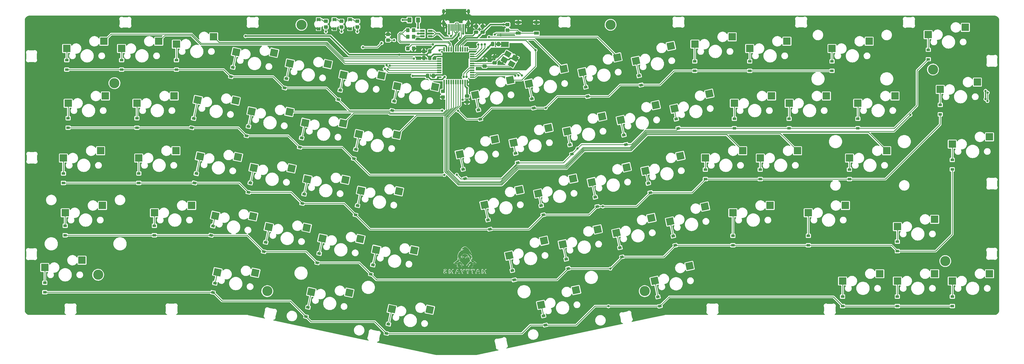
<source format=gbl>
%TF.GenerationSoftware,KiCad,Pcbnew,(5.99.0-11496-g396213fa30)*%
%TF.CreationDate,2021-07-23T07:47:41-04:00*%
%TF.ProjectId,arisutea-pcb,61726973-7574-4656-912d-7063622e6b69,0.4*%
%TF.SameCoordinates,Original*%
%TF.FileFunction,Copper,L2,Bot*%
%TF.FilePolarity,Positive*%
%FSLAX46Y46*%
G04 Gerber Fmt 4.6, Leading zero omitted, Abs format (unit mm)*
G04 Created by KiCad (PCBNEW (5.99.0-11496-g396213fa30)) date 2021-07-23 07:47:41*
%MOMM*%
%LPD*%
G01*
G04 APERTURE LIST*
G04 Aperture macros list*
%AMRoundRect*
0 Rectangle with rounded corners*
0 $1 Rounding radius*
0 $2 $3 $4 $5 $6 $7 $8 $9 X,Y pos of 4 corners*
0 Add a 4 corners polygon primitive as box body*
4,1,4,$2,$3,$4,$5,$6,$7,$8,$9,$2,$3,0*
0 Add four circle primitives for the rounded corners*
1,1,$1+$1,$2,$3*
1,1,$1+$1,$4,$5*
1,1,$1+$1,$6,$7*
1,1,$1+$1,$8,$9*
0 Add four rect primitives between the rounded corners*
20,1,$1+$1,$2,$3,$4,$5,0*
20,1,$1+$1,$4,$5,$6,$7,0*
20,1,$1+$1,$6,$7,$8,$9,0*
20,1,$1+$1,$8,$9,$2,$3,0*%
%AMRotRect*
0 Rectangle, with rotation*
0 The origin of the aperture is its center*
0 $1 length*
0 $2 width*
0 $3 Rotation angle, in degrees counterclockwise*
0 Add horizontal line*
21,1,$1,$2,0,0,$3*%
G04 Aperture macros list end*
%TA.AperFunction,EtchedComponent*%
%ADD10C,0.000100*%
%TD*%
%TA.AperFunction,EtchedComponent*%
%ADD11C,0.010000*%
%TD*%
%TA.AperFunction,SMDPad,CuDef*%
%ADD12R,0.381000X0.381000*%
%TD*%
%TA.AperFunction,ComponentPad*%
%ADD13C,3.500000*%
%TD*%
%TA.AperFunction,SMDPad,CuDef*%
%ADD14R,2.550000X2.500000*%
%TD*%
%TA.AperFunction,SMDPad,CuDef*%
%ADD15RotRect,2.550000X2.500000X348.000000*%
%TD*%
%TA.AperFunction,SMDPad,CuDef*%
%ADD16RotRect,2.550000X2.500000X12.000000*%
%TD*%
%TA.AperFunction,SMDPad,CuDef*%
%ADD17RoundRect,0.250000X-0.475000X0.337500X-0.475000X-0.337500X0.475000X-0.337500X0.475000X0.337500X0*%
%TD*%
%TA.AperFunction,SMDPad,CuDef*%
%ADD18RoundRect,0.250000X-0.337500X-0.475000X0.337500X-0.475000X0.337500X0.475000X-0.337500X0.475000X0*%
%TD*%
%TA.AperFunction,SMDPad,CuDef*%
%ADD19R,1.200000X0.900000*%
%TD*%
%TA.AperFunction,SMDPad,CuDef*%
%ADD20RotRect,0.900000X1.200000X78.000000*%
%TD*%
%TA.AperFunction,SMDPad,CuDef*%
%ADD21RotRect,0.900000X1.200000X102.000000*%
%TD*%
%TA.AperFunction,SMDPad,CuDef*%
%ADD22RoundRect,0.250000X-0.350000X-0.450000X0.350000X-0.450000X0.350000X0.450000X-0.350000X0.450000X0*%
%TD*%
%TA.AperFunction,SMDPad,CuDef*%
%ADD23RoundRect,0.250000X-0.450000X0.350000X-0.450000X-0.350000X0.450000X-0.350000X0.450000X0.350000X0*%
%TD*%
%TA.AperFunction,SMDPad,CuDef*%
%ADD24R,1.560000X0.650000*%
%TD*%
%TA.AperFunction,SMDPad,CuDef*%
%ADD25R,1.700000X1.000000*%
%TD*%
%TA.AperFunction,SMDPad,CuDef*%
%ADD26RoundRect,0.250000X0.475000X-0.337500X0.475000X0.337500X-0.475000X0.337500X-0.475000X-0.337500X0*%
%TD*%
%TA.AperFunction,SMDPad,CuDef*%
%ADD27RoundRect,0.250001X-0.462499X-0.624999X0.462499X-0.624999X0.462499X0.624999X-0.462499X0.624999X0*%
%TD*%
%TA.AperFunction,SMDPad,CuDef*%
%ADD28RoundRect,0.250000X0.350000X0.450000X-0.350000X0.450000X-0.350000X-0.450000X0.350000X-0.450000X0*%
%TD*%
%TA.AperFunction,SMDPad,CuDef*%
%ADD29RotRect,2.100000X1.800000X150.000000*%
%TD*%
%TA.AperFunction,SMDPad,CuDef*%
%ADD30RoundRect,0.250000X0.337500X0.475000X-0.337500X0.475000X-0.337500X-0.475000X0.337500X-0.475000X0*%
%TD*%
%TA.AperFunction,SMDPad,CuDef*%
%ADD31R,0.600000X2.450000*%
%TD*%
%TA.AperFunction,SMDPad,CuDef*%
%ADD32R,0.300000X2.450000*%
%TD*%
%TA.AperFunction,ComponentPad*%
%ADD33O,1.000000X1.600000*%
%TD*%
%TA.AperFunction,ComponentPad*%
%ADD34O,1.000000X2.100000*%
%TD*%
%TA.AperFunction,SMDPad,CuDef*%
%ADD35R,0.550000X1.500000*%
%TD*%
%TA.AperFunction,SMDPad,CuDef*%
%ADD36R,1.500000X0.550000*%
%TD*%
%TA.AperFunction,ViaPad*%
%ADD37C,0.800000*%
%TD*%
%TA.AperFunction,Conductor*%
%ADD38C,0.254000*%
%TD*%
%TA.AperFunction,Conductor*%
%ADD39C,0.550000*%
%TD*%
%TA.AperFunction,Conductor*%
%ADD40C,0.600000*%
%TD*%
%TA.AperFunction,Conductor*%
%ADD41C,0.381000*%
%TD*%
%TA.AperFunction,Conductor*%
%ADD42C,0.250000*%
%TD*%
G04 APERTURE END LIST*
D10*
X139234000Y-26611000D02*
X139309000Y-26661000D01*
D11*
X139309000Y-29786000D02*
X139309000Y-28711000D01*
X139309000Y-28711000D02*
X139271334Y-28733572D01*
X139271334Y-28733572D02*
X139232854Y-28754727D01*
X139232854Y-28754727D02*
X139193613Y-28774435D01*
X139193613Y-28774435D02*
X139153665Y-28792668D01*
X139153665Y-28792668D02*
X139113067Y-28809401D01*
X139113067Y-28809401D02*
X139071874Y-28824612D01*
X139071874Y-28824612D02*
X139030143Y-28838279D01*
X139030143Y-28838279D02*
X138987932Y-28850382D01*
X138987932Y-28850382D02*
X138945300Y-28860906D01*
X138945300Y-28860906D02*
X138902306Y-28869836D01*
X138902306Y-28869836D02*
X138859009Y-28877159D01*
X138859009Y-28877159D02*
X138815469Y-28882866D01*
X138815469Y-28882866D02*
X138771748Y-28886947D01*
X138771748Y-28886947D02*
X138727904Y-28889398D01*
X138727904Y-28889398D02*
X138684000Y-28890216D01*
X138684000Y-28890216D02*
X138640096Y-28889398D01*
X138640096Y-28889398D02*
X138596252Y-28886947D01*
X138596252Y-28886947D02*
X138552531Y-28882866D01*
X138552531Y-28882866D02*
X138508991Y-28877159D01*
X138508991Y-28877159D02*
X138465694Y-28869836D01*
X138465694Y-28869836D02*
X138422700Y-28860906D01*
X138422700Y-28860906D02*
X138380068Y-28850382D01*
X138380068Y-28850382D02*
X138337857Y-28838279D01*
X138337857Y-28838279D02*
X138296126Y-28824612D01*
X138296126Y-28824612D02*
X138254933Y-28809401D01*
X138254933Y-28809401D02*
X138214335Y-28792668D01*
X138214335Y-28792668D02*
X138174387Y-28774435D01*
X138174387Y-28774435D02*
X138135146Y-28754727D01*
X138135146Y-28754727D02*
X138096666Y-28733572D01*
X138096666Y-28733572D02*
X138059000Y-28711000D01*
X138059000Y-28711000D02*
X138059000Y-29786000D01*
X138059000Y-29786000D02*
X139309000Y-29786000D01*
X139309000Y-29786000D02*
X139309000Y-29786000D01*
G36*
X139309000Y-29786000D02*
G01*
X138059000Y-29786000D01*
X138059000Y-28711000D01*
X138096666Y-28733572D01*
X138135146Y-28754727D01*
X138174387Y-28774435D01*
X138214335Y-28792668D01*
X138254933Y-28809401D01*
X138296126Y-28824612D01*
X138337857Y-28838279D01*
X138380068Y-28850382D01*
X138422700Y-28860906D01*
X138465694Y-28869836D01*
X138508991Y-28877159D01*
X138552531Y-28882866D01*
X138596252Y-28886947D01*
X138640096Y-28889398D01*
X138684000Y-28890216D01*
X138727904Y-28889398D01*
X138771748Y-28886947D01*
X138815469Y-28882866D01*
X138859009Y-28877159D01*
X138902306Y-28869836D01*
X138945300Y-28860906D01*
X138987932Y-28850382D01*
X139030143Y-28838279D01*
X139071874Y-28824612D01*
X139113067Y-28809401D01*
X139153665Y-28792668D01*
X139193613Y-28774435D01*
X139232854Y-28754727D01*
X139271334Y-28733572D01*
X139309000Y-28711000D01*
X139309000Y-29786000D01*
G37*
X139309000Y-29786000D02*
X138059000Y-29786000D01*
X138059000Y-28711000D01*
X138096666Y-28733572D01*
X138135146Y-28754727D01*
X138174387Y-28774435D01*
X138214335Y-28792668D01*
X138254933Y-28809401D01*
X138296126Y-28824612D01*
X138337857Y-28838279D01*
X138380068Y-28850382D01*
X138422700Y-28860906D01*
X138465694Y-28869836D01*
X138508991Y-28877159D01*
X138552531Y-28882866D01*
X138596252Y-28886947D01*
X138640096Y-28889398D01*
X138684000Y-28890216D01*
X138727904Y-28889398D01*
X138771748Y-28886947D01*
X138815469Y-28882866D01*
X138859009Y-28877159D01*
X138902306Y-28869836D01*
X138945300Y-28860906D01*
X138987932Y-28850382D01*
X139030143Y-28838279D01*
X139071874Y-28824612D01*
X139113067Y-28809401D01*
X139153665Y-28792668D01*
X139193613Y-28774435D01*
X139232854Y-28754727D01*
X139271334Y-28733572D01*
X139309000Y-28711000D01*
X139309000Y-29786000D01*
X139309000Y-25586000D02*
X139309000Y-26661000D01*
X139309000Y-26661000D02*
X139271334Y-26638428D01*
X139271334Y-26638428D02*
X139232854Y-26617273D01*
X139232854Y-26617273D02*
X139193613Y-26597565D01*
X139193613Y-26597565D02*
X139153665Y-26579332D01*
X139153665Y-26579332D02*
X139113067Y-26562599D01*
X139113067Y-26562599D02*
X139071874Y-26547388D01*
X139071874Y-26547388D02*
X139030143Y-26533721D01*
X139030143Y-26533721D02*
X138987932Y-26521618D01*
X138987932Y-26521618D02*
X138945300Y-26511094D01*
X138945300Y-26511094D02*
X138902306Y-26502164D01*
X138902306Y-26502164D02*
X138859009Y-26494841D01*
X138859009Y-26494841D02*
X138815469Y-26489134D01*
X138815469Y-26489134D02*
X138771748Y-26485053D01*
X138771748Y-26485053D02*
X138727904Y-26482602D01*
X138727904Y-26482602D02*
X138684000Y-26481784D01*
X138684000Y-26481784D02*
X138640096Y-26482602D01*
X138640096Y-26482602D02*
X138596252Y-26485053D01*
X138596252Y-26485053D02*
X138552531Y-26489134D01*
X138552531Y-26489134D02*
X138508991Y-26494841D01*
X138508991Y-26494841D02*
X138465694Y-26502164D01*
X138465694Y-26502164D02*
X138422700Y-26511094D01*
X138422700Y-26511094D02*
X138380068Y-26521618D01*
X138380068Y-26521618D02*
X138337857Y-26533721D01*
X138337857Y-26533721D02*
X138296126Y-26547388D01*
X138296126Y-26547388D02*
X138254933Y-26562599D01*
X138254933Y-26562599D02*
X138214335Y-26579332D01*
X138214335Y-26579332D02*
X138174387Y-26597565D01*
X138174387Y-26597565D02*
X138135146Y-26617273D01*
X138135146Y-26617273D02*
X138096666Y-26638428D01*
X138096666Y-26638428D02*
X138059000Y-26661000D01*
X138059000Y-26661000D02*
X138059000Y-25586000D01*
X138059000Y-25586000D02*
X139309000Y-25586000D01*
X139309000Y-25586000D02*
X139309000Y-25586000D01*
G36*
X139309000Y-26661000D02*
G01*
X139271334Y-26638428D01*
X139232854Y-26617273D01*
X139193613Y-26597565D01*
X139153665Y-26579332D01*
X139113067Y-26562599D01*
X139071874Y-26547388D01*
X139030143Y-26533721D01*
X138987932Y-26521618D01*
X138945300Y-26511094D01*
X138902306Y-26502164D01*
X138859009Y-26494841D01*
X138815469Y-26489134D01*
X138771748Y-26485053D01*
X138727904Y-26482602D01*
X138684000Y-26481784D01*
X138640096Y-26482602D01*
X138596252Y-26485053D01*
X138552531Y-26489134D01*
X138508991Y-26494841D01*
X138465694Y-26502164D01*
X138422700Y-26511094D01*
X138380068Y-26521618D01*
X138337857Y-26533721D01*
X138296126Y-26547388D01*
X138254933Y-26562599D01*
X138214335Y-26579332D01*
X138174387Y-26597565D01*
X138135146Y-26617273D01*
X138096666Y-26638428D01*
X138059000Y-26661000D01*
X138059000Y-25586000D01*
X139309000Y-25586000D01*
X139309000Y-26661000D01*
G37*
X139309000Y-26661000D02*
X139271334Y-26638428D01*
X139232854Y-26617273D01*
X139193613Y-26597565D01*
X139153665Y-26579332D01*
X139113067Y-26562599D01*
X139071874Y-26547388D01*
X139030143Y-26533721D01*
X138987932Y-26521618D01*
X138945300Y-26511094D01*
X138902306Y-26502164D01*
X138859009Y-26494841D01*
X138815469Y-26489134D01*
X138771748Y-26485053D01*
X138727904Y-26482602D01*
X138684000Y-26481784D01*
X138640096Y-26482602D01*
X138596252Y-26485053D01*
X138552531Y-26489134D01*
X138508991Y-26494841D01*
X138465694Y-26502164D01*
X138422700Y-26511094D01*
X138380068Y-26521618D01*
X138337857Y-26533721D01*
X138296126Y-26547388D01*
X138254933Y-26562599D01*
X138214335Y-26579332D01*
X138174387Y-26597565D01*
X138135146Y-26617273D01*
X138096666Y-26638428D01*
X138059000Y-26661000D01*
X138059000Y-25586000D01*
X139309000Y-25586000D01*
X139309000Y-26661000D01*
D10*
X133773000Y-26611000D02*
X133848000Y-26661000D01*
D11*
X133848000Y-25586000D02*
X133848000Y-26661000D01*
X133848000Y-26661000D02*
X133810334Y-26638428D01*
X133810334Y-26638428D02*
X133771854Y-26617273D01*
X133771854Y-26617273D02*
X133732613Y-26597565D01*
X133732613Y-26597565D02*
X133692665Y-26579332D01*
X133692665Y-26579332D02*
X133652067Y-26562599D01*
X133652067Y-26562599D02*
X133610874Y-26547388D01*
X133610874Y-26547388D02*
X133569143Y-26533721D01*
X133569143Y-26533721D02*
X133526932Y-26521618D01*
X133526932Y-26521618D02*
X133484300Y-26511094D01*
X133484300Y-26511094D02*
X133441306Y-26502164D01*
X133441306Y-26502164D02*
X133398009Y-26494841D01*
X133398009Y-26494841D02*
X133354469Y-26489134D01*
X133354469Y-26489134D02*
X133310748Y-26485053D01*
X133310748Y-26485053D02*
X133266904Y-26482602D01*
X133266904Y-26482602D02*
X133223000Y-26481784D01*
X133223000Y-26481784D02*
X133179096Y-26482602D01*
X133179096Y-26482602D02*
X133135252Y-26485053D01*
X133135252Y-26485053D02*
X133091531Y-26489134D01*
X133091531Y-26489134D02*
X133047991Y-26494841D01*
X133047991Y-26494841D02*
X133004694Y-26502164D01*
X133004694Y-26502164D02*
X132961700Y-26511094D01*
X132961700Y-26511094D02*
X132919068Y-26521618D01*
X132919068Y-26521618D02*
X132876857Y-26533721D01*
X132876857Y-26533721D02*
X132835126Y-26547388D01*
X132835126Y-26547388D02*
X132793933Y-26562599D01*
X132793933Y-26562599D02*
X132753335Y-26579332D01*
X132753335Y-26579332D02*
X132713387Y-26597565D01*
X132713387Y-26597565D02*
X132674146Y-26617273D01*
X132674146Y-26617273D02*
X132635666Y-26638428D01*
X132635666Y-26638428D02*
X132598000Y-26661000D01*
X132598000Y-26661000D02*
X132598000Y-25586000D01*
X132598000Y-25586000D02*
X133848000Y-25586000D01*
X133848000Y-25586000D02*
X133848000Y-25586000D01*
G36*
X133848000Y-26661000D02*
G01*
X133810334Y-26638428D01*
X133771854Y-26617273D01*
X133732613Y-26597565D01*
X133692665Y-26579332D01*
X133652067Y-26562599D01*
X133610874Y-26547388D01*
X133569143Y-26533721D01*
X133526932Y-26521618D01*
X133484300Y-26511094D01*
X133441306Y-26502164D01*
X133398009Y-26494841D01*
X133354469Y-26489134D01*
X133310748Y-26485053D01*
X133266904Y-26482602D01*
X133223000Y-26481784D01*
X133179096Y-26482602D01*
X133135252Y-26485053D01*
X133091531Y-26489134D01*
X133047991Y-26494841D01*
X133004694Y-26502164D01*
X132961700Y-26511094D01*
X132919068Y-26521618D01*
X132876857Y-26533721D01*
X132835126Y-26547388D01*
X132793933Y-26562599D01*
X132753335Y-26579332D01*
X132713387Y-26597565D01*
X132674146Y-26617273D01*
X132635666Y-26638428D01*
X132598000Y-26661000D01*
X132598000Y-25586000D01*
X133848000Y-25586000D01*
X133848000Y-26661000D01*
G37*
X133848000Y-26661000D02*
X133810334Y-26638428D01*
X133771854Y-26617273D01*
X133732613Y-26597565D01*
X133692665Y-26579332D01*
X133652067Y-26562599D01*
X133610874Y-26547388D01*
X133569143Y-26533721D01*
X133526932Y-26521618D01*
X133484300Y-26511094D01*
X133441306Y-26502164D01*
X133398009Y-26494841D01*
X133354469Y-26489134D01*
X133310748Y-26485053D01*
X133266904Y-26482602D01*
X133223000Y-26481784D01*
X133179096Y-26482602D01*
X133135252Y-26485053D01*
X133091531Y-26489134D01*
X133047991Y-26494841D01*
X133004694Y-26502164D01*
X132961700Y-26511094D01*
X132919068Y-26521618D01*
X132876857Y-26533721D01*
X132835126Y-26547388D01*
X132793933Y-26562599D01*
X132753335Y-26579332D01*
X132713387Y-26597565D01*
X132674146Y-26617273D01*
X132635666Y-26638428D01*
X132598000Y-26661000D01*
X132598000Y-25586000D01*
X133848000Y-25586000D01*
X133848000Y-26661000D01*
X133848000Y-29786000D02*
X133848000Y-28711000D01*
X133848000Y-28711000D02*
X133810334Y-28733572D01*
X133810334Y-28733572D02*
X133771854Y-28754727D01*
X133771854Y-28754727D02*
X133732613Y-28774435D01*
X133732613Y-28774435D02*
X133692665Y-28792668D01*
X133692665Y-28792668D02*
X133652067Y-28809401D01*
X133652067Y-28809401D02*
X133610874Y-28824612D01*
X133610874Y-28824612D02*
X133569143Y-28838279D01*
X133569143Y-28838279D02*
X133526932Y-28850382D01*
X133526932Y-28850382D02*
X133484300Y-28860906D01*
X133484300Y-28860906D02*
X133441306Y-28869836D01*
X133441306Y-28869836D02*
X133398009Y-28877159D01*
X133398009Y-28877159D02*
X133354469Y-28882866D01*
X133354469Y-28882866D02*
X133310748Y-28886947D01*
X133310748Y-28886947D02*
X133266904Y-28889398D01*
X133266904Y-28889398D02*
X133223000Y-28890216D01*
X133223000Y-28890216D02*
X133179096Y-28889398D01*
X133179096Y-28889398D02*
X133135252Y-28886947D01*
X133135252Y-28886947D02*
X133091531Y-28882866D01*
X133091531Y-28882866D02*
X133047991Y-28877159D01*
X133047991Y-28877159D02*
X133004694Y-28869836D01*
X133004694Y-28869836D02*
X132961700Y-28860906D01*
X132961700Y-28860906D02*
X132919068Y-28850382D01*
X132919068Y-28850382D02*
X132876857Y-28838279D01*
X132876857Y-28838279D02*
X132835126Y-28824612D01*
X132835126Y-28824612D02*
X132793933Y-28809401D01*
X132793933Y-28809401D02*
X132753335Y-28792668D01*
X132753335Y-28792668D02*
X132713387Y-28774435D01*
X132713387Y-28774435D02*
X132674146Y-28754727D01*
X132674146Y-28754727D02*
X132635666Y-28733572D01*
X132635666Y-28733572D02*
X132598000Y-28711000D01*
X132598000Y-28711000D02*
X132598000Y-29786000D01*
X132598000Y-29786000D02*
X133848000Y-29786000D01*
X133848000Y-29786000D02*
X133848000Y-29786000D01*
G36*
X133848000Y-29786000D02*
G01*
X132598000Y-29786000D01*
X132598000Y-28711000D01*
X132635666Y-28733572D01*
X132674146Y-28754727D01*
X132713387Y-28774435D01*
X132753335Y-28792668D01*
X132793933Y-28809401D01*
X132835126Y-28824612D01*
X132876857Y-28838279D01*
X132919068Y-28850382D01*
X132961700Y-28860906D01*
X133004694Y-28869836D01*
X133047991Y-28877159D01*
X133091531Y-28882866D01*
X133135252Y-28886947D01*
X133179096Y-28889398D01*
X133223000Y-28890216D01*
X133266904Y-28889398D01*
X133310748Y-28886947D01*
X133354469Y-28882866D01*
X133398009Y-28877159D01*
X133441306Y-28869836D01*
X133484300Y-28860906D01*
X133526932Y-28850382D01*
X133569143Y-28838279D01*
X133610874Y-28824612D01*
X133652067Y-28809401D01*
X133692665Y-28792668D01*
X133732613Y-28774435D01*
X133771854Y-28754727D01*
X133810334Y-28733572D01*
X133848000Y-28711000D01*
X133848000Y-29786000D01*
G37*
X133848000Y-29786000D02*
X132598000Y-29786000D01*
X132598000Y-28711000D01*
X132635666Y-28733572D01*
X132674146Y-28754727D01*
X132713387Y-28774435D01*
X132753335Y-28792668D01*
X132793933Y-28809401D01*
X132835126Y-28824612D01*
X132876857Y-28838279D01*
X132919068Y-28850382D01*
X132961700Y-28860906D01*
X133004694Y-28869836D01*
X133047991Y-28877159D01*
X133091531Y-28882866D01*
X133135252Y-28886947D01*
X133179096Y-28889398D01*
X133223000Y-28890216D01*
X133266904Y-28889398D01*
X133310748Y-28886947D01*
X133354469Y-28882866D01*
X133398009Y-28877159D01*
X133441306Y-28869836D01*
X133484300Y-28860906D01*
X133526932Y-28850382D01*
X133569143Y-28838279D01*
X133610874Y-28824612D01*
X133652067Y-28809401D01*
X133692665Y-28792668D01*
X133732613Y-28774435D01*
X133771854Y-28754727D01*
X133810334Y-28733572D01*
X133848000Y-28711000D01*
X133848000Y-29786000D01*
D10*
X128312000Y-26611000D02*
X128387000Y-26661000D01*
D11*
X128387000Y-25586000D02*
X128387000Y-26661000D01*
X128387000Y-26661000D02*
X128349334Y-26638428D01*
X128349334Y-26638428D02*
X128310854Y-26617273D01*
X128310854Y-26617273D02*
X128271613Y-26597565D01*
X128271613Y-26597565D02*
X128231665Y-26579332D01*
X128231665Y-26579332D02*
X128191067Y-26562599D01*
X128191067Y-26562599D02*
X128149874Y-26547388D01*
X128149874Y-26547388D02*
X128108143Y-26533721D01*
X128108143Y-26533721D02*
X128065932Y-26521618D01*
X128065932Y-26521618D02*
X128023300Y-26511094D01*
X128023300Y-26511094D02*
X127980306Y-26502164D01*
X127980306Y-26502164D02*
X127937009Y-26494841D01*
X127937009Y-26494841D02*
X127893469Y-26489134D01*
X127893469Y-26489134D02*
X127849748Y-26485053D01*
X127849748Y-26485053D02*
X127805904Y-26482602D01*
X127805904Y-26482602D02*
X127762000Y-26481784D01*
X127762000Y-26481784D02*
X127718096Y-26482602D01*
X127718096Y-26482602D02*
X127674252Y-26485053D01*
X127674252Y-26485053D02*
X127630531Y-26489134D01*
X127630531Y-26489134D02*
X127586991Y-26494841D01*
X127586991Y-26494841D02*
X127543694Y-26502164D01*
X127543694Y-26502164D02*
X127500700Y-26511094D01*
X127500700Y-26511094D02*
X127458068Y-26521618D01*
X127458068Y-26521618D02*
X127415857Y-26533721D01*
X127415857Y-26533721D02*
X127374126Y-26547388D01*
X127374126Y-26547388D02*
X127332933Y-26562599D01*
X127332933Y-26562599D02*
X127292335Y-26579332D01*
X127292335Y-26579332D02*
X127252387Y-26597565D01*
X127252387Y-26597565D02*
X127213146Y-26617273D01*
X127213146Y-26617273D02*
X127174666Y-26638428D01*
X127174666Y-26638428D02*
X127137000Y-26661000D01*
X127137000Y-26661000D02*
X127137000Y-25586000D01*
X127137000Y-25586000D02*
X128387000Y-25586000D01*
X128387000Y-25586000D02*
X128387000Y-25586000D01*
G36*
X128387000Y-26661000D02*
G01*
X128349334Y-26638428D01*
X128310854Y-26617273D01*
X128271613Y-26597565D01*
X128231665Y-26579332D01*
X128191067Y-26562599D01*
X128149874Y-26547388D01*
X128108143Y-26533721D01*
X128065932Y-26521618D01*
X128023300Y-26511094D01*
X127980306Y-26502164D01*
X127937009Y-26494841D01*
X127893469Y-26489134D01*
X127849748Y-26485053D01*
X127805904Y-26482602D01*
X127762000Y-26481784D01*
X127718096Y-26482602D01*
X127674252Y-26485053D01*
X127630531Y-26489134D01*
X127586991Y-26494841D01*
X127543694Y-26502164D01*
X127500700Y-26511094D01*
X127458068Y-26521618D01*
X127415857Y-26533721D01*
X127374126Y-26547388D01*
X127332933Y-26562599D01*
X127292335Y-26579332D01*
X127252387Y-26597565D01*
X127213146Y-26617273D01*
X127174666Y-26638428D01*
X127137000Y-26661000D01*
X127137000Y-25586000D01*
X128387000Y-25586000D01*
X128387000Y-26661000D01*
G37*
X128387000Y-26661000D02*
X128349334Y-26638428D01*
X128310854Y-26617273D01*
X128271613Y-26597565D01*
X128231665Y-26579332D01*
X128191067Y-26562599D01*
X128149874Y-26547388D01*
X128108143Y-26533721D01*
X128065932Y-26521618D01*
X128023300Y-26511094D01*
X127980306Y-26502164D01*
X127937009Y-26494841D01*
X127893469Y-26489134D01*
X127849748Y-26485053D01*
X127805904Y-26482602D01*
X127762000Y-26481784D01*
X127718096Y-26482602D01*
X127674252Y-26485053D01*
X127630531Y-26489134D01*
X127586991Y-26494841D01*
X127543694Y-26502164D01*
X127500700Y-26511094D01*
X127458068Y-26521618D01*
X127415857Y-26533721D01*
X127374126Y-26547388D01*
X127332933Y-26562599D01*
X127292335Y-26579332D01*
X127252387Y-26597565D01*
X127213146Y-26617273D01*
X127174666Y-26638428D01*
X127137000Y-26661000D01*
X127137000Y-25586000D01*
X128387000Y-25586000D01*
X128387000Y-26661000D01*
X128387000Y-29786000D02*
X128387000Y-28711000D01*
X128387000Y-28711000D02*
X128349334Y-28733572D01*
X128349334Y-28733572D02*
X128310854Y-28754727D01*
X128310854Y-28754727D02*
X128271613Y-28774435D01*
X128271613Y-28774435D02*
X128231665Y-28792668D01*
X128231665Y-28792668D02*
X128191067Y-28809401D01*
X128191067Y-28809401D02*
X128149874Y-28824612D01*
X128149874Y-28824612D02*
X128108143Y-28838279D01*
X128108143Y-28838279D02*
X128065932Y-28850382D01*
X128065932Y-28850382D02*
X128023300Y-28860906D01*
X128023300Y-28860906D02*
X127980306Y-28869836D01*
X127980306Y-28869836D02*
X127937009Y-28877159D01*
X127937009Y-28877159D02*
X127893469Y-28882866D01*
X127893469Y-28882866D02*
X127849748Y-28886947D01*
X127849748Y-28886947D02*
X127805904Y-28889398D01*
X127805904Y-28889398D02*
X127762000Y-28890216D01*
X127762000Y-28890216D02*
X127718096Y-28889398D01*
X127718096Y-28889398D02*
X127674252Y-28886947D01*
X127674252Y-28886947D02*
X127630531Y-28882866D01*
X127630531Y-28882866D02*
X127586991Y-28877159D01*
X127586991Y-28877159D02*
X127543694Y-28869836D01*
X127543694Y-28869836D02*
X127500700Y-28860906D01*
X127500700Y-28860906D02*
X127458068Y-28850382D01*
X127458068Y-28850382D02*
X127415857Y-28838279D01*
X127415857Y-28838279D02*
X127374126Y-28824612D01*
X127374126Y-28824612D02*
X127332933Y-28809401D01*
X127332933Y-28809401D02*
X127292335Y-28792668D01*
X127292335Y-28792668D02*
X127252387Y-28774435D01*
X127252387Y-28774435D02*
X127213146Y-28754727D01*
X127213146Y-28754727D02*
X127174666Y-28733572D01*
X127174666Y-28733572D02*
X127137000Y-28711000D01*
X127137000Y-28711000D02*
X127137000Y-29786000D01*
X127137000Y-29786000D02*
X128387000Y-29786000D01*
X128387000Y-29786000D02*
X128387000Y-29786000D01*
G36*
X128387000Y-29786000D02*
G01*
X127137000Y-29786000D01*
X127137000Y-28711000D01*
X127174666Y-28733572D01*
X127213146Y-28754727D01*
X127252387Y-28774435D01*
X127292335Y-28792668D01*
X127332933Y-28809401D01*
X127374126Y-28824612D01*
X127415857Y-28838279D01*
X127458068Y-28850382D01*
X127500700Y-28860906D01*
X127543694Y-28869836D01*
X127586991Y-28877159D01*
X127630531Y-28882866D01*
X127674252Y-28886947D01*
X127718096Y-28889398D01*
X127762000Y-28890216D01*
X127805904Y-28889398D01*
X127849748Y-28886947D01*
X127893469Y-28882866D01*
X127937009Y-28877159D01*
X127980306Y-28869836D01*
X128023300Y-28860906D01*
X128065932Y-28850382D01*
X128108143Y-28838279D01*
X128149874Y-28824612D01*
X128191067Y-28809401D01*
X128231665Y-28792668D01*
X128271613Y-28774435D01*
X128310854Y-28754727D01*
X128349334Y-28733572D01*
X128387000Y-28711000D01*
X128387000Y-29786000D01*
G37*
X128387000Y-29786000D02*
X127137000Y-29786000D01*
X127137000Y-28711000D01*
X127174666Y-28733572D01*
X127213146Y-28754727D01*
X127252387Y-28774435D01*
X127292335Y-28792668D01*
X127332933Y-28809401D01*
X127374126Y-28824612D01*
X127415857Y-28838279D01*
X127458068Y-28850382D01*
X127500700Y-28860906D01*
X127543694Y-28869836D01*
X127586991Y-28877159D01*
X127630531Y-28882866D01*
X127674252Y-28886947D01*
X127718096Y-28889398D01*
X127762000Y-28890216D01*
X127805904Y-28889398D01*
X127849748Y-28886947D01*
X127893469Y-28882866D01*
X127937009Y-28877159D01*
X127980306Y-28869836D01*
X128023300Y-28860906D01*
X128065932Y-28850382D01*
X128108143Y-28838279D01*
X128149874Y-28824612D01*
X128191067Y-28809401D01*
X128231665Y-28792668D01*
X128271613Y-28774435D01*
X128310854Y-28754727D01*
X128349334Y-28733572D01*
X128387000Y-28711000D01*
X128387000Y-29786000D01*
X175609486Y-113754500D02*
X175555032Y-113875421D01*
X175555032Y-113875421D02*
X175504016Y-113989429D01*
X175504016Y-113989429D02*
X175457354Y-114094425D01*
X175457354Y-114094425D02*
X175415963Y-114188311D01*
X175415963Y-114188311D02*
X175380760Y-114268991D01*
X175380760Y-114268991D02*
X175352660Y-114334367D01*
X175352660Y-114334367D02*
X175332582Y-114382340D01*
X175332582Y-114382340D02*
X175321441Y-114410814D01*
X175321441Y-114410814D02*
X175319474Y-114418075D01*
X175319474Y-114418075D02*
X175333715Y-114422203D01*
X175333715Y-114422203D02*
X175367474Y-114425429D01*
X175367474Y-114425429D02*
X175414870Y-114427305D01*
X175414870Y-114427305D02*
X175444507Y-114427600D01*
X175444507Y-114427600D02*
X175493068Y-114427762D01*
X175493068Y-114427762D02*
X175528613Y-114426060D01*
X175528613Y-114426060D02*
X175554808Y-114419213D01*
X175554808Y-114419213D02*
X175575322Y-114403938D01*
X175575322Y-114403938D02*
X175593822Y-114376952D01*
X175593822Y-114376952D02*
X175613976Y-114334975D01*
X175613976Y-114334975D02*
X175639451Y-114274723D01*
X175639451Y-114274723D02*
X175653838Y-114240275D01*
X175653838Y-114240275D02*
X175708454Y-114110100D01*
X175708454Y-114110100D02*
X176362419Y-114110100D01*
X176362419Y-114110100D02*
X176422362Y-114252975D01*
X176422362Y-114252975D02*
X176446628Y-114309688D01*
X176446628Y-114309688D02*
X176468402Y-114358519D01*
X176468402Y-114358519D02*
X176485303Y-114394263D01*
X176485303Y-114394263D02*
X176494952Y-114411717D01*
X176494952Y-114411717D02*
X176494958Y-114411725D01*
X176494958Y-114411725D02*
X176515469Y-114420664D01*
X176515469Y-114420664D02*
X176560134Y-114425934D01*
X176560134Y-114425934D02*
X176626706Y-114427600D01*
X176626706Y-114427600D02*
X176686954Y-114426539D01*
X176686954Y-114426539D02*
X176724758Y-114423100D01*
X176724758Y-114423100D02*
X176742996Y-114416899D01*
X176742996Y-114416899D02*
X176745744Y-114411725D01*
X176745744Y-114411725D02*
X176740656Y-114397488D01*
X176740656Y-114397488D02*
X176726038Y-114362249D01*
X176726038Y-114362249D02*
X176702829Y-114308145D01*
X176702829Y-114308145D02*
X176671970Y-114237315D01*
X176671970Y-114237315D02*
X176634400Y-114151898D01*
X176634400Y-114151898D02*
X176591059Y-114054033D01*
X176591059Y-114054033D02*
X176542885Y-113945858D01*
X176542885Y-113945858D02*
X176525451Y-113906900D01*
X176525451Y-113906900D02*
X176274937Y-113906900D01*
X176274937Y-113906900D02*
X175795825Y-113906900D01*
X175795825Y-113906900D02*
X175912038Y-113634110D01*
X175912038Y-113634110D02*
X175945168Y-113556983D01*
X175945168Y-113556983D02*
X175975201Y-113488289D01*
X175975201Y-113488289D02*
X176000671Y-113431279D01*
X176000671Y-113431279D02*
X176020114Y-113389203D01*
X176020114Y-113389203D02*
X176032064Y-113365314D01*
X176032064Y-113365314D02*
X176035046Y-113361060D01*
X176035046Y-113361060D02*
X176042150Y-113371998D01*
X176042150Y-113371998D02*
X176057085Y-113402252D01*
X176057085Y-113402252D02*
X176077921Y-113447687D01*
X176077921Y-113447687D02*
X176102729Y-113504166D01*
X176102729Y-113504166D02*
X176113398Y-113529075D01*
X176113398Y-113529075D02*
X176144001Y-113600966D01*
X176144001Y-113600966D02*
X176175724Y-113675354D01*
X176175724Y-113675354D02*
X176204993Y-113743868D01*
X176204993Y-113743868D02*
X176228236Y-113798142D01*
X176228236Y-113798142D02*
X176229946Y-113802125D01*
X176229946Y-113802125D02*
X176274937Y-113906900D01*
X176274937Y-113906900D02*
X176525451Y-113906900D01*
X176525451Y-113906900D02*
X176490818Y-113829513D01*
X176490818Y-113829513D02*
X176454266Y-113748150D01*
X176454266Y-113748150D02*
X176162843Y-113100450D01*
X176162843Y-113100450D02*
X175904923Y-113100450D01*
X175904923Y-113100450D02*
X175609486Y-113754500D01*
X175609486Y-113754500D02*
X175609486Y-113754500D01*
G36*
X176591059Y-114054033D02*
G01*
X176634400Y-114151898D01*
X176671970Y-114237315D01*
X176702829Y-114308145D01*
X176726038Y-114362249D01*
X176740656Y-114397488D01*
X176745744Y-114411725D01*
X176742996Y-114416899D01*
X176724758Y-114423100D01*
X176686954Y-114426539D01*
X176626706Y-114427600D01*
X176560134Y-114425934D01*
X176515469Y-114420664D01*
X176494958Y-114411725D01*
X176494952Y-114411717D01*
X176485303Y-114394263D01*
X176468402Y-114358519D01*
X176446628Y-114309688D01*
X176422362Y-114252975D01*
X176362419Y-114110100D01*
X175708454Y-114110100D01*
X175653838Y-114240275D01*
X175639451Y-114274723D01*
X175613976Y-114334975D01*
X175593822Y-114376952D01*
X175575322Y-114403938D01*
X175554808Y-114419213D01*
X175528613Y-114426060D01*
X175493068Y-114427762D01*
X175444507Y-114427600D01*
X175414870Y-114427305D01*
X175367474Y-114425429D01*
X175333715Y-114422203D01*
X175319474Y-114418075D01*
X175321441Y-114410814D01*
X175332582Y-114382340D01*
X175352660Y-114334367D01*
X175380760Y-114268991D01*
X175415963Y-114188311D01*
X175457354Y-114094425D01*
X175504016Y-113989429D01*
X175540946Y-113906900D01*
X175795825Y-113906900D01*
X176274937Y-113906900D01*
X176229946Y-113802125D01*
X176228236Y-113798142D01*
X176204993Y-113743868D01*
X176175724Y-113675354D01*
X176144001Y-113600966D01*
X176113398Y-113529075D01*
X176102729Y-113504166D01*
X176077921Y-113447687D01*
X176057085Y-113402252D01*
X176042150Y-113371998D01*
X176035046Y-113361060D01*
X176032064Y-113365314D01*
X176020114Y-113389203D01*
X176000671Y-113431279D01*
X175975201Y-113488289D01*
X175945168Y-113556983D01*
X175912038Y-113634110D01*
X175795825Y-113906900D01*
X175540946Y-113906900D01*
X175555032Y-113875421D01*
X175609486Y-113754500D01*
X175904923Y-113100450D01*
X176162843Y-113100450D01*
X176454266Y-113748150D01*
X176490818Y-113829513D01*
X176525451Y-113906900D01*
X176542885Y-113945858D01*
X176591059Y-114054033D01*
G37*
X176591059Y-114054033D02*
X176634400Y-114151898D01*
X176671970Y-114237315D01*
X176702829Y-114308145D01*
X176726038Y-114362249D01*
X176740656Y-114397488D01*
X176745744Y-114411725D01*
X176742996Y-114416899D01*
X176724758Y-114423100D01*
X176686954Y-114426539D01*
X176626706Y-114427600D01*
X176560134Y-114425934D01*
X176515469Y-114420664D01*
X176494958Y-114411725D01*
X176494952Y-114411717D01*
X176485303Y-114394263D01*
X176468402Y-114358519D01*
X176446628Y-114309688D01*
X176422362Y-114252975D01*
X176362419Y-114110100D01*
X175708454Y-114110100D01*
X175653838Y-114240275D01*
X175639451Y-114274723D01*
X175613976Y-114334975D01*
X175593822Y-114376952D01*
X175575322Y-114403938D01*
X175554808Y-114419213D01*
X175528613Y-114426060D01*
X175493068Y-114427762D01*
X175444507Y-114427600D01*
X175414870Y-114427305D01*
X175367474Y-114425429D01*
X175333715Y-114422203D01*
X175319474Y-114418075D01*
X175321441Y-114410814D01*
X175332582Y-114382340D01*
X175352660Y-114334367D01*
X175380760Y-114268991D01*
X175415963Y-114188311D01*
X175457354Y-114094425D01*
X175504016Y-113989429D01*
X175540946Y-113906900D01*
X175795825Y-113906900D01*
X176274937Y-113906900D01*
X176229946Y-113802125D01*
X176228236Y-113798142D01*
X176204993Y-113743868D01*
X176175724Y-113675354D01*
X176144001Y-113600966D01*
X176113398Y-113529075D01*
X176102729Y-113504166D01*
X176077921Y-113447687D01*
X176057085Y-113402252D01*
X176042150Y-113371998D01*
X176035046Y-113361060D01*
X176032064Y-113365314D01*
X176020114Y-113389203D01*
X176000671Y-113431279D01*
X175975201Y-113488289D01*
X175945168Y-113556983D01*
X175912038Y-113634110D01*
X175795825Y-113906900D01*
X175540946Y-113906900D01*
X175555032Y-113875421D01*
X175609486Y-113754500D01*
X175904923Y-113100450D01*
X176162843Y-113100450D01*
X176454266Y-113748150D01*
X176490818Y-113829513D01*
X176525451Y-113906900D01*
X176542885Y-113945858D01*
X176591059Y-114054033D01*
X181091398Y-109146669D02*
X181073966Y-109179110D01*
X181073966Y-109179110D02*
X181048304Y-109229441D01*
X181048304Y-109229441D02*
X181015683Y-109295103D01*
X181015683Y-109295103D02*
X180977371Y-109373538D01*
X180977371Y-109373538D02*
X180934639Y-109462189D01*
X180934639Y-109462189D02*
X180888755Y-109558499D01*
X180888755Y-109558499D02*
X180885240Y-109565922D01*
X180885240Y-109565922D02*
X180682981Y-109993227D01*
X180682981Y-109993227D02*
X180854401Y-110270230D01*
X180854401Y-110270230D02*
X180901797Y-110345755D01*
X180901797Y-110345755D02*
X180945904Y-110414030D01*
X180945904Y-110414030D02*
X180984688Y-110472069D01*
X180984688Y-110472069D02*
X181016118Y-110516883D01*
X181016118Y-110516883D02*
X181038160Y-110545485D01*
X181038160Y-110545485D02*
X181047986Y-110554813D01*
X181047986Y-110554813D02*
X181064246Y-110558886D01*
X181064246Y-110558886D02*
X181102996Y-110567857D01*
X181102996Y-110567857D02*
X181161907Y-110581209D01*
X181161907Y-110581209D02*
X181238653Y-110598422D01*
X181238653Y-110598422D02*
X181330907Y-110618977D01*
X181330907Y-110618977D02*
X181436343Y-110642354D01*
X181436343Y-110642354D02*
X181552632Y-110668036D01*
X181552632Y-110668036D02*
X181677450Y-110695503D01*
X181677450Y-110695503D02*
X181758581Y-110713307D01*
X181758581Y-110713307D02*
X181886513Y-110741467D01*
X181886513Y-110741467D02*
X182006534Y-110768111D01*
X182006534Y-110768111D02*
X182116438Y-110792732D01*
X182116438Y-110792732D02*
X182214017Y-110814827D01*
X182214017Y-110814827D02*
X182297064Y-110833889D01*
X182297064Y-110833889D02*
X182363372Y-110849413D01*
X182363372Y-110849413D02*
X182410731Y-110860893D01*
X182410731Y-110860893D02*
X182436936Y-110867825D01*
X182436936Y-110867825D02*
X182441570Y-110869664D01*
X182441570Y-110869664D02*
X182428148Y-110870494D01*
X182428148Y-110870494D02*
X182392447Y-110870546D01*
X182392447Y-110870546D02*
X182337576Y-110869906D01*
X182337576Y-110869906D02*
X182266640Y-110868657D01*
X182266640Y-110868657D02*
X182182746Y-110866886D01*
X182182746Y-110866886D02*
X182089003Y-110864675D01*
X182089003Y-110864675D02*
X181988515Y-110862112D01*
X181988515Y-110862112D02*
X181884392Y-110859279D01*
X181884392Y-110859279D02*
X181779739Y-110856262D01*
X181779739Y-110856262D02*
X181677664Y-110853146D01*
X181677664Y-110853146D02*
X181581273Y-110850016D01*
X181581273Y-110850016D02*
X181493674Y-110846956D01*
X181493674Y-110846956D02*
X181417973Y-110844051D01*
X181417973Y-110844051D02*
X181357278Y-110841385D01*
X181357278Y-110841385D02*
X181314696Y-110839045D01*
X181314696Y-110839045D02*
X181311381Y-110838820D01*
X181311381Y-110838820D02*
X181209712Y-110831737D01*
X181209712Y-110831737D02*
X180835131Y-110528323D01*
X180835131Y-110528323D02*
X180751042Y-110460448D01*
X180751042Y-110460448D02*
X180673111Y-110398002D01*
X180673111Y-110398002D02*
X180603537Y-110342712D01*
X180603537Y-110342712D02*
X180544520Y-110296306D01*
X180544520Y-110296306D02*
X180498258Y-110260512D01*
X180498258Y-110260512D02*
X180466950Y-110237056D01*
X180466950Y-110237056D02*
X180452796Y-110227667D01*
X180452796Y-110227667D02*
X180452287Y-110227579D01*
X180452287Y-110227579D02*
X180442234Y-110237397D01*
X180442234Y-110237397D02*
X180417019Y-110264390D01*
X180417019Y-110264390D02*
X180378262Y-110306739D01*
X180378262Y-110306739D02*
X180327580Y-110362628D01*
X180327580Y-110362628D02*
X180266592Y-110430240D01*
X180266592Y-110430240D02*
X180196917Y-110507756D01*
X180196917Y-110507756D02*
X180120172Y-110593359D01*
X180120172Y-110593359D02*
X180037977Y-110685232D01*
X180037977Y-110685232D02*
X179951950Y-110781557D01*
X179951950Y-110781557D02*
X179863708Y-110880516D01*
X179863708Y-110880516D02*
X179774871Y-110980293D01*
X179774871Y-110980293D02*
X179687057Y-111079069D01*
X179687057Y-111079069D02*
X179601883Y-111175028D01*
X179601883Y-111175028D02*
X179520970Y-111266351D01*
X179520970Y-111266351D02*
X179445935Y-111351222D01*
X179445935Y-111351222D02*
X179378396Y-111427822D01*
X179378396Y-111427822D02*
X179319971Y-111494335D01*
X179319971Y-111494335D02*
X179272280Y-111548942D01*
X179272280Y-111548942D02*
X179236941Y-111589827D01*
X179236941Y-111589827D02*
X179215572Y-111615171D01*
X179215572Y-111615171D02*
X179209600Y-111623138D01*
X179209600Y-111623138D02*
X179209930Y-111625900D01*
X179209930Y-111625900D02*
X179211990Y-111627420D01*
X179211990Y-111627420D02*
X179217388Y-111626960D01*
X179217388Y-111626960D02*
X179227733Y-111623776D01*
X179227733Y-111623776D02*
X179244632Y-111617128D01*
X179244632Y-111617128D02*
X179269694Y-111606276D01*
X179269694Y-111606276D02*
X179304526Y-111590476D01*
X179304526Y-111590476D02*
X179350736Y-111568989D01*
X179350736Y-111568989D02*
X179409933Y-111541073D01*
X179409933Y-111541073D02*
X179483723Y-111505987D01*
X179483723Y-111505987D02*
X179573715Y-111462989D01*
X179573715Y-111462989D02*
X179681518Y-111411338D01*
X179681518Y-111411338D02*
X179808738Y-111350294D01*
X179808738Y-111350294D02*
X179956984Y-111279115D01*
X179956984Y-111279115D02*
X179983256Y-111266499D01*
X179983256Y-111266499D02*
X180109109Y-111206164D01*
X180109109Y-111206164D02*
X180228059Y-111149332D01*
X180228059Y-111149332D02*
X180338156Y-111096923D01*
X180338156Y-111096923D02*
X180437449Y-111049856D01*
X180437449Y-111049856D02*
X180523986Y-111009051D01*
X180523986Y-111009051D02*
X180595816Y-110975426D01*
X180595816Y-110975426D02*
X180650990Y-110949902D01*
X180650990Y-110949902D02*
X180687556Y-110933398D01*
X180687556Y-110933398D02*
X180703563Y-110926833D01*
X180703563Y-110926833D02*
X180704119Y-110926784D01*
X180704119Y-110926784D02*
X180697614Y-110937520D01*
X180697614Y-110937520D02*
X180677353Y-110966922D01*
X180677353Y-110966922D02*
X180644630Y-111013194D01*
X180644630Y-111013194D02*
X180600738Y-111074542D01*
X180600738Y-111074542D02*
X180546971Y-111149169D01*
X180546971Y-111149169D02*
X180484621Y-111235280D01*
X180484621Y-111235280D02*
X180414984Y-111331079D01*
X180414984Y-111331079D02*
X180339351Y-111434772D01*
X180339351Y-111434772D02*
X180263838Y-111537981D01*
X180263838Y-111537981D02*
X180183580Y-111647699D01*
X180183580Y-111647699D02*
X180107977Y-111751406D01*
X180107977Y-111751406D02*
X180038342Y-111847280D01*
X180038342Y-111847280D02*
X179975983Y-111933498D01*
X179975983Y-111933498D02*
X179922214Y-112008240D01*
X179922214Y-112008240D02*
X179878343Y-112069683D01*
X179878343Y-112069683D02*
X179845683Y-112116006D01*
X179845683Y-112116006D02*
X179825544Y-112145386D01*
X179825544Y-112145386D02*
X179819200Y-112155910D01*
X179819200Y-112155910D02*
X179821007Y-112158722D01*
X179821007Y-112158722D02*
X179827613Y-112160996D01*
X179827613Y-112160996D02*
X179840803Y-112162716D01*
X179840803Y-112162716D02*
X179862356Y-112163862D01*
X179862356Y-112163862D02*
X179894056Y-112164419D01*
X179894056Y-112164419D02*
X179937683Y-112164367D01*
X179937683Y-112164367D02*
X179995021Y-112163690D01*
X179995021Y-112163690D02*
X180067851Y-112162370D01*
X180067851Y-112162370D02*
X180157955Y-112160389D01*
X180157955Y-112160389D02*
X180267115Y-112157729D01*
X180267115Y-112157729D02*
X180397112Y-112154373D01*
X180397112Y-112154373D02*
X180549730Y-112150303D01*
X180549730Y-112150303D02*
X180644700Y-112147734D01*
X180644700Y-112147734D02*
X180760448Y-112144550D01*
X180760448Y-112144550D02*
X180868033Y-112141510D01*
X180868033Y-112141510D02*
X180964870Y-112138693D01*
X180964870Y-112138693D02*
X181048373Y-112136178D01*
X181048373Y-112136178D02*
X181115955Y-112134044D01*
X181115955Y-112134044D02*
X181165032Y-112132370D01*
X181165032Y-112132370D02*
X181193016Y-112131235D01*
X181193016Y-112131235D02*
X181198675Y-112130818D01*
X181198675Y-112130818D02*
X181205657Y-112120003D01*
X181205657Y-112120003D02*
X181223374Y-112092215D01*
X181223374Y-112092215D02*
X181248970Y-112051939D01*
X181248970Y-112051939D02*
X181273106Y-112013894D01*
X181273106Y-112013894D02*
X181346012Y-111898889D01*
X181346012Y-111898889D02*
X181282369Y-111644521D01*
X181282369Y-111644521D02*
X181218725Y-111390154D01*
X181218725Y-111390154D02*
X181303188Y-111335659D01*
X181303188Y-111335659D02*
X181389727Y-111283915D01*
X181389727Y-111283915D02*
X181490297Y-111230328D01*
X181490297Y-111230328D02*
X181595351Y-111179598D01*
X181595351Y-111179598D02*
X181695343Y-111136425D01*
X181695343Y-111136425D02*
X181749600Y-111115870D01*
X181749600Y-111115870D02*
X181794177Y-111101157D01*
X181794177Y-111101157D02*
X181857949Y-111081496D01*
X181857949Y-111081496D02*
X181935564Y-111058465D01*
X181935564Y-111058465D02*
X182021672Y-111033644D01*
X182021672Y-111033644D02*
X182110921Y-111008610D01*
X182110921Y-111008610D02*
X182143300Y-110999710D01*
X182143300Y-110999710D02*
X182258129Y-110968062D01*
X182258129Y-110968062D02*
X182350229Y-110942016D01*
X182350229Y-110942016D02*
X182421499Y-110920963D01*
X182421499Y-110920963D02*
X182473839Y-110904292D01*
X182473839Y-110904292D02*
X182509151Y-110891397D01*
X182509151Y-110891397D02*
X182529332Y-110881667D01*
X182529332Y-110881667D02*
X182536283Y-110874493D01*
X182536283Y-110874493D02*
X182536315Y-110873724D01*
X182536315Y-110873724D02*
X182526344Y-110864835D01*
X182526344Y-110864835D02*
X182497736Y-110841851D01*
X182497736Y-110841851D02*
X182452102Y-110806015D01*
X182452102Y-110806015D02*
X182391053Y-110758568D01*
X182391053Y-110758568D02*
X182316200Y-110700753D01*
X182316200Y-110700753D02*
X182229152Y-110633811D01*
X182229152Y-110633811D02*
X182131522Y-110558983D01*
X182131522Y-110558983D02*
X182024920Y-110477513D01*
X182024920Y-110477513D02*
X181910956Y-110390641D01*
X181910956Y-110390641D02*
X181817013Y-110319188D01*
X181817013Y-110319188D02*
X181098397Y-109773126D01*
X181098397Y-109773126D02*
X181104779Y-109451928D01*
X181104779Y-109451928D02*
X181106316Y-109351993D01*
X181106316Y-109351993D02*
X181106677Y-109268509D01*
X181106677Y-109268509D02*
X181105898Y-109203475D01*
X181105898Y-109203475D02*
X181104013Y-109158891D01*
X181104013Y-109158891D02*
X181101056Y-109136759D01*
X181101056Y-109136759D02*
X181099330Y-109134673D01*
X181099330Y-109134673D02*
X181091398Y-109146669D01*
X181091398Y-109146669D02*
X181091398Y-109146669D01*
G36*
X181101056Y-109136759D02*
G01*
X181104013Y-109158891D01*
X181105898Y-109203475D01*
X181106677Y-109268509D01*
X181106316Y-109351993D01*
X181104779Y-109451928D01*
X181098397Y-109773126D01*
X181817013Y-110319188D01*
X181910956Y-110390641D01*
X182024920Y-110477513D01*
X182131522Y-110558983D01*
X182229152Y-110633811D01*
X182316200Y-110700753D01*
X182391053Y-110758568D01*
X182452102Y-110806015D01*
X182497736Y-110841851D01*
X182526344Y-110864835D01*
X182536315Y-110873724D01*
X182536283Y-110874493D01*
X182529332Y-110881667D01*
X182509151Y-110891397D01*
X182473839Y-110904292D01*
X182421499Y-110920963D01*
X182350229Y-110942016D01*
X182258129Y-110968062D01*
X182143300Y-110999710D01*
X182110921Y-111008610D01*
X182021672Y-111033644D01*
X181935564Y-111058465D01*
X181857949Y-111081496D01*
X181794177Y-111101157D01*
X181749600Y-111115870D01*
X181695343Y-111136425D01*
X181595351Y-111179598D01*
X181490297Y-111230328D01*
X181389727Y-111283915D01*
X181303188Y-111335659D01*
X181218725Y-111390154D01*
X181282369Y-111644521D01*
X181346012Y-111898889D01*
X181273106Y-112013894D01*
X181248970Y-112051939D01*
X181223374Y-112092215D01*
X181205657Y-112120003D01*
X181198675Y-112130818D01*
X181193016Y-112131235D01*
X181165032Y-112132370D01*
X181115955Y-112134044D01*
X181048373Y-112136178D01*
X180964870Y-112138693D01*
X180868033Y-112141510D01*
X180760448Y-112144550D01*
X180644700Y-112147734D01*
X180549730Y-112150303D01*
X180397112Y-112154373D01*
X180267115Y-112157729D01*
X180157955Y-112160389D01*
X180067851Y-112162370D01*
X179995021Y-112163690D01*
X179937683Y-112164367D01*
X179894056Y-112164419D01*
X179862356Y-112163862D01*
X179840803Y-112162716D01*
X179827613Y-112160996D01*
X179821007Y-112158722D01*
X179819200Y-112155910D01*
X179825544Y-112145386D01*
X179845683Y-112116006D01*
X179878343Y-112069683D01*
X179922214Y-112008240D01*
X179975983Y-111933498D01*
X180038342Y-111847280D01*
X180107977Y-111751406D01*
X180183580Y-111647699D01*
X180263838Y-111537981D01*
X180339351Y-111434772D01*
X180414984Y-111331079D01*
X180484621Y-111235280D01*
X180546971Y-111149169D01*
X180600738Y-111074542D01*
X180644630Y-111013194D01*
X180677353Y-110966922D01*
X180697614Y-110937520D01*
X180704119Y-110926784D01*
X180703563Y-110926833D01*
X180687556Y-110933398D01*
X180650990Y-110949902D01*
X180595816Y-110975426D01*
X180523986Y-111009051D01*
X180437449Y-111049856D01*
X180338156Y-111096923D01*
X180228059Y-111149332D01*
X180109109Y-111206164D01*
X179983256Y-111266499D01*
X179956984Y-111279115D01*
X179808738Y-111350294D01*
X179681518Y-111411338D01*
X179573715Y-111462989D01*
X179483723Y-111505987D01*
X179409933Y-111541073D01*
X179350736Y-111568989D01*
X179304526Y-111590476D01*
X179269694Y-111606276D01*
X179244632Y-111617128D01*
X179227733Y-111623776D01*
X179217388Y-111626960D01*
X179211990Y-111627420D01*
X179209930Y-111625900D01*
X179209600Y-111623138D01*
X179215572Y-111615171D01*
X179236941Y-111589827D01*
X179272280Y-111548942D01*
X179319971Y-111494335D01*
X179378396Y-111427822D01*
X179445935Y-111351222D01*
X179520970Y-111266351D01*
X179601883Y-111175028D01*
X179687057Y-111079069D01*
X179774871Y-110980293D01*
X179863708Y-110880516D01*
X179951950Y-110781557D01*
X180037977Y-110685232D01*
X180120172Y-110593359D01*
X180196917Y-110507756D01*
X180266592Y-110430240D01*
X180327580Y-110362628D01*
X180378262Y-110306739D01*
X180417019Y-110264390D01*
X180442234Y-110237397D01*
X180452287Y-110227579D01*
X180452796Y-110227667D01*
X180466950Y-110237056D01*
X180498258Y-110260512D01*
X180544520Y-110296306D01*
X180603537Y-110342712D01*
X180673111Y-110398002D01*
X180751042Y-110460448D01*
X180835131Y-110528323D01*
X181209712Y-110831737D01*
X181311381Y-110838820D01*
X181314696Y-110839045D01*
X181357278Y-110841385D01*
X181417973Y-110844051D01*
X181493674Y-110846956D01*
X181581273Y-110850016D01*
X181677664Y-110853146D01*
X181779739Y-110856262D01*
X181884392Y-110859279D01*
X181988515Y-110862112D01*
X182089003Y-110864675D01*
X182182746Y-110866886D01*
X182266640Y-110868657D01*
X182337576Y-110869906D01*
X182392447Y-110870546D01*
X182428148Y-110870494D01*
X182441570Y-110869664D01*
X182436936Y-110867825D01*
X182410731Y-110860893D01*
X182363372Y-110849413D01*
X182297064Y-110833889D01*
X182214017Y-110814827D01*
X182116438Y-110792732D01*
X182006534Y-110768111D01*
X181886513Y-110741467D01*
X181758581Y-110713307D01*
X181677450Y-110695503D01*
X181552632Y-110668036D01*
X181436343Y-110642354D01*
X181330907Y-110618977D01*
X181238653Y-110598422D01*
X181161907Y-110581209D01*
X181102996Y-110567857D01*
X181064246Y-110558886D01*
X181047986Y-110554813D01*
X181038160Y-110545485D01*
X181016118Y-110516883D01*
X180984688Y-110472069D01*
X180945904Y-110414030D01*
X180901797Y-110345755D01*
X180854401Y-110270230D01*
X180682981Y-109993227D01*
X180885240Y-109565922D01*
X180888755Y-109558499D01*
X180934639Y-109462189D01*
X180977371Y-109373538D01*
X181015683Y-109295103D01*
X181048304Y-109229441D01*
X181073966Y-109179110D01*
X181091398Y-109146669D01*
X181099330Y-109134673D01*
X181101056Y-109136759D01*
G37*
X181101056Y-109136759D02*
X181104013Y-109158891D01*
X181105898Y-109203475D01*
X181106677Y-109268509D01*
X181106316Y-109351993D01*
X181104779Y-109451928D01*
X181098397Y-109773126D01*
X181817013Y-110319188D01*
X181910956Y-110390641D01*
X182024920Y-110477513D01*
X182131522Y-110558983D01*
X182229152Y-110633811D01*
X182316200Y-110700753D01*
X182391053Y-110758568D01*
X182452102Y-110806015D01*
X182497736Y-110841851D01*
X182526344Y-110864835D01*
X182536315Y-110873724D01*
X182536283Y-110874493D01*
X182529332Y-110881667D01*
X182509151Y-110891397D01*
X182473839Y-110904292D01*
X182421499Y-110920963D01*
X182350229Y-110942016D01*
X182258129Y-110968062D01*
X182143300Y-110999710D01*
X182110921Y-111008610D01*
X182021672Y-111033644D01*
X181935564Y-111058465D01*
X181857949Y-111081496D01*
X181794177Y-111101157D01*
X181749600Y-111115870D01*
X181695343Y-111136425D01*
X181595351Y-111179598D01*
X181490297Y-111230328D01*
X181389727Y-111283915D01*
X181303188Y-111335659D01*
X181218725Y-111390154D01*
X181282369Y-111644521D01*
X181346012Y-111898889D01*
X181273106Y-112013894D01*
X181248970Y-112051939D01*
X181223374Y-112092215D01*
X181205657Y-112120003D01*
X181198675Y-112130818D01*
X181193016Y-112131235D01*
X181165032Y-112132370D01*
X181115955Y-112134044D01*
X181048373Y-112136178D01*
X180964870Y-112138693D01*
X180868033Y-112141510D01*
X180760448Y-112144550D01*
X180644700Y-112147734D01*
X180549730Y-112150303D01*
X180397112Y-112154373D01*
X180267115Y-112157729D01*
X180157955Y-112160389D01*
X180067851Y-112162370D01*
X179995021Y-112163690D01*
X179937683Y-112164367D01*
X179894056Y-112164419D01*
X179862356Y-112163862D01*
X179840803Y-112162716D01*
X179827613Y-112160996D01*
X179821007Y-112158722D01*
X179819200Y-112155910D01*
X179825544Y-112145386D01*
X179845683Y-112116006D01*
X179878343Y-112069683D01*
X179922214Y-112008240D01*
X179975983Y-111933498D01*
X180038342Y-111847280D01*
X180107977Y-111751406D01*
X180183580Y-111647699D01*
X180263838Y-111537981D01*
X180339351Y-111434772D01*
X180414984Y-111331079D01*
X180484621Y-111235280D01*
X180546971Y-111149169D01*
X180600738Y-111074542D01*
X180644630Y-111013194D01*
X180677353Y-110966922D01*
X180697614Y-110937520D01*
X180704119Y-110926784D01*
X180703563Y-110926833D01*
X180687556Y-110933398D01*
X180650990Y-110949902D01*
X180595816Y-110975426D01*
X180523986Y-111009051D01*
X180437449Y-111049856D01*
X180338156Y-111096923D01*
X180228059Y-111149332D01*
X180109109Y-111206164D01*
X179983256Y-111266499D01*
X179956984Y-111279115D01*
X179808738Y-111350294D01*
X179681518Y-111411338D01*
X179573715Y-111462989D01*
X179483723Y-111505987D01*
X179409933Y-111541073D01*
X179350736Y-111568989D01*
X179304526Y-111590476D01*
X179269694Y-111606276D01*
X179244632Y-111617128D01*
X179227733Y-111623776D01*
X179217388Y-111626960D01*
X179211990Y-111627420D01*
X179209930Y-111625900D01*
X179209600Y-111623138D01*
X179215572Y-111615171D01*
X179236941Y-111589827D01*
X179272280Y-111548942D01*
X179319971Y-111494335D01*
X179378396Y-111427822D01*
X179445935Y-111351222D01*
X179520970Y-111266351D01*
X179601883Y-111175028D01*
X179687057Y-111079069D01*
X179774871Y-110980293D01*
X179863708Y-110880516D01*
X179951950Y-110781557D01*
X180037977Y-110685232D01*
X180120172Y-110593359D01*
X180196917Y-110507756D01*
X180266592Y-110430240D01*
X180327580Y-110362628D01*
X180378262Y-110306739D01*
X180417019Y-110264390D01*
X180442234Y-110237397D01*
X180452287Y-110227579D01*
X180452796Y-110227667D01*
X180466950Y-110237056D01*
X180498258Y-110260512D01*
X180544520Y-110296306D01*
X180603537Y-110342712D01*
X180673111Y-110398002D01*
X180751042Y-110460448D01*
X180835131Y-110528323D01*
X181209712Y-110831737D01*
X181311381Y-110838820D01*
X181314696Y-110839045D01*
X181357278Y-110841385D01*
X181417973Y-110844051D01*
X181493674Y-110846956D01*
X181581273Y-110850016D01*
X181677664Y-110853146D01*
X181779739Y-110856262D01*
X181884392Y-110859279D01*
X181988515Y-110862112D01*
X182089003Y-110864675D01*
X182182746Y-110866886D01*
X182266640Y-110868657D01*
X182337576Y-110869906D01*
X182392447Y-110870546D01*
X182428148Y-110870494D01*
X182441570Y-110869664D01*
X182436936Y-110867825D01*
X182410731Y-110860893D01*
X182363372Y-110849413D01*
X182297064Y-110833889D01*
X182214017Y-110814827D01*
X182116438Y-110792732D01*
X182006534Y-110768111D01*
X181886513Y-110741467D01*
X181758581Y-110713307D01*
X181677450Y-110695503D01*
X181552632Y-110668036D01*
X181436343Y-110642354D01*
X181330907Y-110618977D01*
X181238653Y-110598422D01*
X181161907Y-110581209D01*
X181102996Y-110567857D01*
X181064246Y-110558886D01*
X181047986Y-110554813D01*
X181038160Y-110545485D01*
X181016118Y-110516883D01*
X180984688Y-110472069D01*
X180945904Y-110414030D01*
X180901797Y-110345755D01*
X180854401Y-110270230D01*
X180682981Y-109993227D01*
X180885240Y-109565922D01*
X180888755Y-109558499D01*
X180934639Y-109462189D01*
X180977371Y-109373538D01*
X181015683Y-109295103D01*
X181048304Y-109229441D01*
X181073966Y-109179110D01*
X181091398Y-109146669D01*
X181099330Y-109134673D01*
X181101056Y-109136759D01*
X178428752Y-105206168D02*
X178308755Y-105253429D01*
X178308755Y-105253429D02*
X178282557Y-105267317D01*
X178282557Y-105267317D02*
X178185447Y-105324994D01*
X178185447Y-105324994D02*
X178077809Y-105395287D01*
X178077809Y-105395287D02*
X177967241Y-105473020D01*
X177967241Y-105473020D02*
X177861343Y-105553019D01*
X177861343Y-105553019D02*
X177850700Y-105561422D01*
X177850700Y-105561422D02*
X177797449Y-105605591D01*
X177797449Y-105605591D02*
X177737427Y-105658621D01*
X177737427Y-105658621D02*
X177673071Y-105718026D01*
X177673071Y-105718026D02*
X177606813Y-105781322D01*
X177606813Y-105781322D02*
X177541090Y-105846021D01*
X177541090Y-105846021D02*
X177478334Y-105909639D01*
X177478334Y-105909639D02*
X177420981Y-105969690D01*
X177420981Y-105969690D02*
X177371464Y-106023689D01*
X177371464Y-106023689D02*
X177332218Y-106069149D01*
X177332218Y-106069149D02*
X177305678Y-106103585D01*
X177305678Y-106103585D02*
X177294277Y-106124512D01*
X177294277Y-106124512D02*
X177294847Y-106128980D01*
X177294847Y-106128980D02*
X177308798Y-106127599D01*
X177308798Y-106127599D02*
X177340311Y-106118248D01*
X177340311Y-106118248D02*
X177383513Y-106102754D01*
X177383513Y-106102754D02*
X177400650Y-106096082D01*
X177400650Y-106096082D02*
X177560303Y-106042914D01*
X177560303Y-106042914D02*
X177731332Y-106004426D01*
X177731332Y-106004426D02*
X177905880Y-105981783D01*
X177905880Y-105981783D02*
X178076090Y-105976146D01*
X178076090Y-105976146D02*
X178174531Y-105981564D01*
X178174531Y-105981564D02*
X178228203Y-105987964D01*
X178228203Y-105987964D02*
X178291104Y-105997646D01*
X178291104Y-105997646D02*
X178358034Y-106009545D01*
X178358034Y-106009545D02*
X178423794Y-106022596D01*
X178423794Y-106022596D02*
X178483185Y-106035734D01*
X178483185Y-106035734D02*
X178531008Y-106047892D01*
X178531008Y-106047892D02*
X178562064Y-106058007D01*
X178562064Y-106058007D02*
X178570531Y-106062696D01*
X178570531Y-106062696D02*
X178562019Y-106066873D01*
X178562019Y-106066873D02*
X178534894Y-106072423D01*
X178534894Y-106072423D02*
X178508350Y-106076349D01*
X178508350Y-106076349D02*
X178433169Y-106088790D01*
X178433169Y-106088790D02*
X178340996Y-106108222D01*
X178340996Y-106108222D02*
X178238711Y-106132954D01*
X178238711Y-106132954D02*
X178133192Y-106161294D01*
X178133192Y-106161294D02*
X178031317Y-106191552D01*
X178031317Y-106191552D02*
X178003100Y-106200553D01*
X178003100Y-106200553D02*
X177727501Y-106302683D01*
X177727501Y-106302683D02*
X177466621Y-106425235D01*
X177466621Y-106425235D02*
X177220832Y-106567992D01*
X177220832Y-106567992D02*
X176990506Y-106730738D01*
X176990506Y-106730738D02*
X176776834Y-106912496D01*
X176776834Y-106912496D02*
X176746419Y-106941458D01*
X176746419Y-106941458D02*
X176721278Y-106967852D01*
X176721278Y-106967852D02*
X176698889Y-106995587D01*
X176698889Y-106995587D02*
X176676730Y-107028578D01*
X176676730Y-107028578D02*
X176652278Y-107070737D01*
X176652278Y-107070737D02*
X176623014Y-107125976D01*
X176623014Y-107125976D02*
X176586414Y-107198207D01*
X176586414Y-107198207D02*
X176564790Y-107241488D01*
X176564790Y-107241488D02*
X176457815Y-107467088D01*
X176457815Y-107467088D02*
X176367774Y-107681900D01*
X176367774Y-107681900D02*
X176292514Y-107891895D01*
X176292514Y-107891895D02*
X176229884Y-108103046D01*
X176229884Y-108103046D02*
X176180500Y-108308409D01*
X176180500Y-108308409D02*
X176159481Y-108405868D01*
X176159481Y-108405868D02*
X176416590Y-109130734D01*
X176416590Y-109130734D02*
X176462590Y-109260056D01*
X176462590Y-109260056D02*
X176506215Y-109381992D01*
X176506215Y-109381992D02*
X176546710Y-109494482D01*
X176546710Y-109494482D02*
X176583320Y-109595463D01*
X176583320Y-109595463D02*
X176615293Y-109682873D01*
X176615293Y-109682873D02*
X176641873Y-109754652D01*
X176641873Y-109754652D02*
X176662307Y-109808738D01*
X176662307Y-109808738D02*
X176675840Y-109843068D01*
X176675840Y-109843068D02*
X176681717Y-109855582D01*
X176681717Y-109855582D02*
X176681780Y-109855600D01*
X176681780Y-109855600D02*
X176686694Y-109843880D01*
X176686694Y-109843880D02*
X176693387Y-109812333D01*
X176693387Y-109812333D02*
X176700820Y-109766372D01*
X176700820Y-109766372D02*
X176705386Y-109732683D01*
X176705386Y-109732683D02*
X176739179Y-109533329D01*
X176739179Y-109533329D02*
X176790476Y-109324503D01*
X176790476Y-109324503D02*
X176857069Y-109112752D01*
X176857069Y-109112752D02*
X176936748Y-108904622D01*
X176936748Y-108904622D02*
X177027305Y-108706660D01*
X177027305Y-108706660D02*
X177093649Y-108581763D01*
X177093649Y-108581763D02*
X177224468Y-108374292D01*
X177224468Y-108374292D02*
X177370946Y-108186467D01*
X177370946Y-108186467D02*
X177532671Y-108018632D01*
X177532671Y-108018632D02*
X177709229Y-107871131D01*
X177709229Y-107871131D02*
X177900208Y-107744309D01*
X177900208Y-107744309D02*
X178105193Y-107638507D01*
X178105193Y-107638507D02*
X178323773Y-107554071D01*
X178323773Y-107554071D02*
X178332697Y-107551174D01*
X178332697Y-107551174D02*
X178438628Y-107521704D01*
X178438628Y-107521704D02*
X178536075Y-107505779D01*
X178536075Y-107505779D02*
X178630979Y-107503658D01*
X178630979Y-107503658D02*
X178729281Y-107515601D01*
X178729281Y-107515601D02*
X178836921Y-107541868D01*
X178836921Y-107541868D02*
X178946811Y-107578012D01*
X178946811Y-107578012D02*
X179151759Y-107664843D01*
X179151759Y-107664843D02*
X179346255Y-107774262D01*
X179346255Y-107774262D02*
X179529280Y-107905273D01*
X179529280Y-107905273D02*
X179699816Y-108056883D01*
X179699816Y-108056883D02*
X179856844Y-108228095D01*
X179856844Y-108228095D02*
X179999346Y-108417915D01*
X179999346Y-108417915D02*
X180126303Y-108625347D01*
X180126303Y-108625347D02*
X180227936Y-108829628D01*
X180227936Y-108829628D02*
X180297850Y-109001504D01*
X180297850Y-109001504D02*
X180362097Y-109190040D01*
X180362097Y-109190040D02*
X180418254Y-109386701D01*
X180418254Y-109386701D02*
X180463903Y-109582956D01*
X180463903Y-109582956D02*
X180496620Y-109770270D01*
X180496620Y-109770270D02*
X180498328Y-109782575D01*
X180498328Y-109782575D02*
X180504988Y-109817685D01*
X180504988Y-109817685D02*
X180512716Y-109839436D01*
X180512716Y-109839436D02*
X180516503Y-109842900D01*
X180516503Y-109842900D02*
X180522709Y-109831322D01*
X180522709Y-109831322D02*
X180536388Y-109798229D01*
X180536388Y-109798229D02*
X180556621Y-109746077D01*
X180556621Y-109746077D02*
X180582489Y-109677325D01*
X180582489Y-109677325D02*
X180613074Y-109594429D01*
X180613074Y-109594429D02*
X180647458Y-109499848D01*
X180647458Y-109499848D02*
X180684720Y-109396039D01*
X180684720Y-109396039D02*
X180707565Y-109331794D01*
X180707565Y-109331794D02*
X180888681Y-108820688D01*
X180888681Y-108820688D02*
X180866732Y-108750769D01*
X180866732Y-108750769D02*
X180832328Y-108661530D01*
X180832328Y-108661530D02*
X180781635Y-108558781D01*
X180781635Y-108558781D02*
X180716948Y-108446325D01*
X180716948Y-108446325D02*
X180640561Y-108327967D01*
X180640561Y-108327967D02*
X180554768Y-108207511D01*
X180554768Y-108207511D02*
X180483722Y-108115700D01*
X180483722Y-108115700D02*
X180437929Y-108061487D01*
X180437929Y-108061487D02*
X180377371Y-107994010D01*
X180377371Y-107994010D02*
X180305933Y-107917255D01*
X180305933Y-107917255D02*
X180227496Y-107835203D01*
X180227496Y-107835203D02*
X180145945Y-107751840D01*
X180145945Y-107751840D02*
X180065161Y-107671148D01*
X180065161Y-107671148D02*
X179989027Y-107597111D01*
X179989027Y-107597111D02*
X179921427Y-107533714D01*
X179921427Y-107533714D02*
X179882642Y-107498999D01*
X179882642Y-107498999D02*
X179838954Y-107460135D01*
X179838954Y-107460135D02*
X179803973Y-107427470D01*
X179803973Y-107427470D02*
X179781234Y-107404419D01*
X179781234Y-107404419D02*
X179774272Y-107394396D01*
X179774272Y-107394396D02*
X179774288Y-107394379D01*
X179774288Y-107394379D02*
X179790091Y-107394094D01*
X179790091Y-107394094D02*
X179823970Y-107402071D01*
X179823970Y-107402071D02*
X179870680Y-107416500D01*
X179870680Y-107416500D02*
X179924978Y-107435576D01*
X179924978Y-107435576D02*
X179981619Y-107457488D01*
X179981619Y-107457488D02*
X180035361Y-107480430D01*
X180035361Y-107480430D02*
X180066314Y-107495067D01*
X180066314Y-107495067D02*
X180226303Y-107586386D01*
X180226303Y-107586386D02*
X180386661Y-107700716D01*
X180386661Y-107700716D02*
X180544627Y-107835866D01*
X180544627Y-107835866D02*
X180697444Y-107989639D01*
X180697444Y-107989639D02*
X180721603Y-108016237D01*
X180721603Y-108016237D02*
X180771670Y-108073524D01*
X180771670Y-108073524D02*
X180824421Y-108136392D01*
X180824421Y-108136392D02*
X180876283Y-108200326D01*
X180876283Y-108200326D02*
X180923682Y-108260809D01*
X180923682Y-108260809D02*
X180963044Y-108313328D01*
X180963044Y-108313328D02*
X180990796Y-108353367D01*
X180990796Y-108353367D02*
X180998595Y-108366202D01*
X180998595Y-108366202D02*
X181012194Y-108384558D01*
X181012194Y-108384558D02*
X181019044Y-108379892D01*
X181019044Y-108379892D02*
X181019186Y-108353657D01*
X181019186Y-108353657D02*
X181012660Y-108307306D01*
X181012660Y-108307306D02*
X180999505Y-108242292D01*
X180999505Y-108242292D02*
X180994593Y-108220742D01*
X180994593Y-108220742D02*
X180925675Y-107967807D01*
X180925675Y-107967807D02*
X180835496Y-107707090D01*
X180835496Y-107707090D02*
X180725700Y-107441781D01*
X180725700Y-107441781D02*
X180597933Y-107175070D01*
X180597933Y-107175070D02*
X180453842Y-106910146D01*
X180453842Y-106910146D02*
X180295073Y-106650199D01*
X180295073Y-106650199D02*
X180123271Y-106398418D01*
X180123271Y-106398418D02*
X179940082Y-106157993D01*
X179940082Y-106157993D02*
X179912907Y-106124550D01*
X179912907Y-106124550D02*
X179843649Y-106043922D01*
X179843649Y-106043922D02*
X179761265Y-105954315D01*
X179761265Y-105954315D02*
X179670911Y-105860871D01*
X179670911Y-105860871D02*
X179577741Y-105768733D01*
X179577741Y-105768733D02*
X179486910Y-105683043D01*
X179486910Y-105683043D02*
X179403575Y-105608943D01*
X179403575Y-105608943D02*
X179358451Y-105571492D01*
X179358451Y-105571492D02*
X179258945Y-105494959D01*
X179258945Y-105494959D02*
X179152302Y-105418429D01*
X179152302Y-105418429D02*
X179046041Y-105347060D01*
X179046041Y-105347060D02*
X178947682Y-105286006D01*
X178947682Y-105286006D02*
X178912601Y-105265832D01*
X178912601Y-105265832D02*
X178794714Y-105213601D01*
X178794714Y-105213601D02*
X178673558Y-105186250D01*
X178673558Y-105186250D02*
X178550962Y-105183774D01*
X178550962Y-105183774D02*
X178428752Y-105206168D01*
X178428752Y-105206168D02*
X178428752Y-105206168D01*
G36*
X178673558Y-105186250D02*
G01*
X178794714Y-105213601D01*
X178912601Y-105265832D01*
X178947682Y-105286006D01*
X179046041Y-105347060D01*
X179152302Y-105418429D01*
X179258945Y-105494959D01*
X179358451Y-105571492D01*
X179403575Y-105608943D01*
X179486910Y-105683043D01*
X179577741Y-105768733D01*
X179670911Y-105860871D01*
X179761265Y-105954315D01*
X179843649Y-106043922D01*
X179912907Y-106124550D01*
X179940082Y-106157993D01*
X180123271Y-106398418D01*
X180295073Y-106650199D01*
X180453842Y-106910146D01*
X180597933Y-107175070D01*
X180725700Y-107441781D01*
X180835496Y-107707090D01*
X180925675Y-107967807D01*
X180994593Y-108220742D01*
X180999505Y-108242292D01*
X181012660Y-108307306D01*
X181019186Y-108353657D01*
X181019044Y-108379892D01*
X181012194Y-108384558D01*
X180998595Y-108366202D01*
X180990796Y-108353367D01*
X180963044Y-108313328D01*
X180923682Y-108260809D01*
X180876283Y-108200326D01*
X180824421Y-108136392D01*
X180771670Y-108073524D01*
X180721603Y-108016237D01*
X180697444Y-107989639D01*
X180544627Y-107835866D01*
X180386661Y-107700716D01*
X180226303Y-107586386D01*
X180066314Y-107495067D01*
X180035361Y-107480430D01*
X179981619Y-107457488D01*
X179924978Y-107435576D01*
X179870680Y-107416500D01*
X179823970Y-107402071D01*
X179790091Y-107394094D01*
X179774288Y-107394379D01*
X179774272Y-107394396D01*
X179781234Y-107404419D01*
X179803973Y-107427470D01*
X179838954Y-107460135D01*
X179882642Y-107498999D01*
X179921427Y-107533714D01*
X179989027Y-107597111D01*
X180065161Y-107671148D01*
X180145945Y-107751840D01*
X180227496Y-107835203D01*
X180305933Y-107917255D01*
X180377371Y-107994010D01*
X180437929Y-108061487D01*
X180483722Y-108115700D01*
X180554768Y-108207511D01*
X180640561Y-108327967D01*
X180716948Y-108446325D01*
X180781635Y-108558781D01*
X180832328Y-108661530D01*
X180866732Y-108750769D01*
X180888681Y-108820688D01*
X180707565Y-109331794D01*
X180684720Y-109396039D01*
X180647458Y-109499848D01*
X180613074Y-109594429D01*
X180582489Y-109677325D01*
X180556621Y-109746077D01*
X180536388Y-109798229D01*
X180522709Y-109831322D01*
X180516503Y-109842900D01*
X180512716Y-109839436D01*
X180504988Y-109817685D01*
X180498328Y-109782575D01*
X180496620Y-109770270D01*
X180463903Y-109582956D01*
X180418254Y-109386701D01*
X180362097Y-109190040D01*
X180297850Y-109001504D01*
X180227936Y-108829628D01*
X180126303Y-108625347D01*
X179999346Y-108417915D01*
X179856844Y-108228095D01*
X179699816Y-108056883D01*
X179529280Y-107905273D01*
X179346255Y-107774262D01*
X179151759Y-107664843D01*
X178946811Y-107578012D01*
X178836921Y-107541868D01*
X178729281Y-107515601D01*
X178630979Y-107503658D01*
X178536075Y-107505779D01*
X178438628Y-107521704D01*
X178332697Y-107551174D01*
X178323773Y-107554071D01*
X178105193Y-107638507D01*
X177900208Y-107744309D01*
X177709229Y-107871131D01*
X177532671Y-108018632D01*
X177370946Y-108186467D01*
X177224468Y-108374292D01*
X177093649Y-108581763D01*
X177027305Y-108706660D01*
X176936748Y-108904622D01*
X176857069Y-109112752D01*
X176790476Y-109324503D01*
X176739179Y-109533329D01*
X176705386Y-109732683D01*
X176700820Y-109766372D01*
X176693387Y-109812333D01*
X176686694Y-109843880D01*
X176681780Y-109855600D01*
X176681717Y-109855582D01*
X176675840Y-109843068D01*
X176662307Y-109808738D01*
X176641873Y-109754652D01*
X176615293Y-109682873D01*
X176583320Y-109595463D01*
X176546710Y-109494482D01*
X176506215Y-109381992D01*
X176462590Y-109260056D01*
X176416590Y-109130734D01*
X176159481Y-108405868D01*
X176180500Y-108308409D01*
X176229884Y-108103046D01*
X176292514Y-107891895D01*
X176367774Y-107681900D01*
X176457815Y-107467088D01*
X176564790Y-107241488D01*
X176586414Y-107198207D01*
X176623014Y-107125976D01*
X176652278Y-107070737D01*
X176676730Y-107028578D01*
X176698889Y-106995587D01*
X176721278Y-106967852D01*
X176746419Y-106941458D01*
X176776834Y-106912496D01*
X176990506Y-106730738D01*
X177220832Y-106567992D01*
X177466621Y-106425235D01*
X177727501Y-106302683D01*
X178003100Y-106200553D01*
X178031317Y-106191552D01*
X178133192Y-106161294D01*
X178238711Y-106132954D01*
X178340996Y-106108222D01*
X178433169Y-106088790D01*
X178508350Y-106076349D01*
X178534894Y-106072423D01*
X178562019Y-106066873D01*
X178570531Y-106062696D01*
X178562064Y-106058007D01*
X178531008Y-106047892D01*
X178483185Y-106035734D01*
X178423794Y-106022596D01*
X178358034Y-106009545D01*
X178291104Y-105997646D01*
X178228203Y-105987964D01*
X178174531Y-105981564D01*
X178076090Y-105976146D01*
X177905880Y-105981783D01*
X177731332Y-106004426D01*
X177560303Y-106042914D01*
X177400650Y-106096082D01*
X177383513Y-106102754D01*
X177340311Y-106118248D01*
X177308798Y-106127599D01*
X177294847Y-106128980D01*
X177294277Y-106124512D01*
X177305678Y-106103585D01*
X177332218Y-106069149D01*
X177371464Y-106023689D01*
X177420981Y-105969690D01*
X177478334Y-105909639D01*
X177541090Y-105846021D01*
X177606813Y-105781322D01*
X177673071Y-105718026D01*
X177737427Y-105658621D01*
X177797449Y-105605591D01*
X177850700Y-105561422D01*
X177861343Y-105553019D01*
X177967241Y-105473020D01*
X178077809Y-105395287D01*
X178185447Y-105324994D01*
X178282557Y-105267317D01*
X178308755Y-105253429D01*
X178428752Y-105206168D01*
X178550962Y-105183774D01*
X178673558Y-105186250D01*
G37*
X178673558Y-105186250D02*
X178794714Y-105213601D01*
X178912601Y-105265832D01*
X178947682Y-105286006D01*
X179046041Y-105347060D01*
X179152302Y-105418429D01*
X179258945Y-105494959D01*
X179358451Y-105571492D01*
X179403575Y-105608943D01*
X179486910Y-105683043D01*
X179577741Y-105768733D01*
X179670911Y-105860871D01*
X179761265Y-105954315D01*
X179843649Y-106043922D01*
X179912907Y-106124550D01*
X179940082Y-106157993D01*
X180123271Y-106398418D01*
X180295073Y-106650199D01*
X180453842Y-106910146D01*
X180597933Y-107175070D01*
X180725700Y-107441781D01*
X180835496Y-107707090D01*
X180925675Y-107967807D01*
X180994593Y-108220742D01*
X180999505Y-108242292D01*
X181012660Y-108307306D01*
X181019186Y-108353657D01*
X181019044Y-108379892D01*
X181012194Y-108384558D01*
X180998595Y-108366202D01*
X180990796Y-108353367D01*
X180963044Y-108313328D01*
X180923682Y-108260809D01*
X180876283Y-108200326D01*
X180824421Y-108136392D01*
X180771670Y-108073524D01*
X180721603Y-108016237D01*
X180697444Y-107989639D01*
X180544627Y-107835866D01*
X180386661Y-107700716D01*
X180226303Y-107586386D01*
X180066314Y-107495067D01*
X180035361Y-107480430D01*
X179981619Y-107457488D01*
X179924978Y-107435576D01*
X179870680Y-107416500D01*
X179823970Y-107402071D01*
X179790091Y-107394094D01*
X179774288Y-107394379D01*
X179774272Y-107394396D01*
X179781234Y-107404419D01*
X179803973Y-107427470D01*
X179838954Y-107460135D01*
X179882642Y-107498999D01*
X179921427Y-107533714D01*
X179989027Y-107597111D01*
X180065161Y-107671148D01*
X180145945Y-107751840D01*
X180227496Y-107835203D01*
X180305933Y-107917255D01*
X180377371Y-107994010D01*
X180437929Y-108061487D01*
X180483722Y-108115700D01*
X180554768Y-108207511D01*
X180640561Y-108327967D01*
X180716948Y-108446325D01*
X180781635Y-108558781D01*
X180832328Y-108661530D01*
X180866732Y-108750769D01*
X180888681Y-108820688D01*
X180707565Y-109331794D01*
X180684720Y-109396039D01*
X180647458Y-109499848D01*
X180613074Y-109594429D01*
X180582489Y-109677325D01*
X180556621Y-109746077D01*
X180536388Y-109798229D01*
X180522709Y-109831322D01*
X180516503Y-109842900D01*
X180512716Y-109839436D01*
X180504988Y-109817685D01*
X180498328Y-109782575D01*
X180496620Y-109770270D01*
X180463903Y-109582956D01*
X180418254Y-109386701D01*
X180362097Y-109190040D01*
X180297850Y-109001504D01*
X180227936Y-108829628D01*
X180126303Y-108625347D01*
X179999346Y-108417915D01*
X179856844Y-108228095D01*
X179699816Y-108056883D01*
X179529280Y-107905273D01*
X179346255Y-107774262D01*
X179151759Y-107664843D01*
X178946811Y-107578012D01*
X178836921Y-107541868D01*
X178729281Y-107515601D01*
X178630979Y-107503658D01*
X178536075Y-107505779D01*
X178438628Y-107521704D01*
X178332697Y-107551174D01*
X178323773Y-107554071D01*
X178105193Y-107638507D01*
X177900208Y-107744309D01*
X177709229Y-107871131D01*
X177532671Y-108018632D01*
X177370946Y-108186467D01*
X177224468Y-108374292D01*
X177093649Y-108581763D01*
X177027305Y-108706660D01*
X176936748Y-108904622D01*
X176857069Y-109112752D01*
X176790476Y-109324503D01*
X176739179Y-109533329D01*
X176705386Y-109732683D01*
X176700820Y-109766372D01*
X176693387Y-109812333D01*
X176686694Y-109843880D01*
X176681780Y-109855600D01*
X176681717Y-109855582D01*
X176675840Y-109843068D01*
X176662307Y-109808738D01*
X176641873Y-109754652D01*
X176615293Y-109682873D01*
X176583320Y-109595463D01*
X176546710Y-109494482D01*
X176506215Y-109381992D01*
X176462590Y-109260056D01*
X176416590Y-109130734D01*
X176159481Y-108405868D01*
X176180500Y-108308409D01*
X176229884Y-108103046D01*
X176292514Y-107891895D01*
X176367774Y-107681900D01*
X176457815Y-107467088D01*
X176564790Y-107241488D01*
X176586414Y-107198207D01*
X176623014Y-107125976D01*
X176652278Y-107070737D01*
X176676730Y-107028578D01*
X176698889Y-106995587D01*
X176721278Y-106967852D01*
X176746419Y-106941458D01*
X176776834Y-106912496D01*
X176990506Y-106730738D01*
X177220832Y-106567992D01*
X177466621Y-106425235D01*
X177727501Y-106302683D01*
X178003100Y-106200553D01*
X178031317Y-106191552D01*
X178133192Y-106161294D01*
X178238711Y-106132954D01*
X178340996Y-106108222D01*
X178433169Y-106088790D01*
X178508350Y-106076349D01*
X178534894Y-106072423D01*
X178562019Y-106066873D01*
X178570531Y-106062696D01*
X178562064Y-106058007D01*
X178531008Y-106047892D01*
X178483185Y-106035734D01*
X178423794Y-106022596D01*
X178358034Y-106009545D01*
X178291104Y-105997646D01*
X178228203Y-105987964D01*
X178174531Y-105981564D01*
X178076090Y-105976146D01*
X177905880Y-105981783D01*
X177731332Y-106004426D01*
X177560303Y-106042914D01*
X177400650Y-106096082D01*
X177383513Y-106102754D01*
X177340311Y-106118248D01*
X177308798Y-106127599D01*
X177294847Y-106128980D01*
X177294277Y-106124512D01*
X177305678Y-106103585D01*
X177332218Y-106069149D01*
X177371464Y-106023689D01*
X177420981Y-105969690D01*
X177478334Y-105909639D01*
X177541090Y-105846021D01*
X177606813Y-105781322D01*
X177673071Y-105718026D01*
X177737427Y-105658621D01*
X177797449Y-105605591D01*
X177850700Y-105561422D01*
X177861343Y-105553019D01*
X177967241Y-105473020D01*
X178077809Y-105395287D01*
X178185447Y-105324994D01*
X178282557Y-105267317D01*
X178308755Y-105253429D01*
X178428752Y-105206168D01*
X178550962Y-105183774D01*
X178673558Y-105186250D01*
X179717757Y-108683162D02*
X179674457Y-108688973D01*
X179674457Y-108688973D02*
X179620592Y-108699234D01*
X179620592Y-108699234D02*
X179584250Y-108707527D01*
X179584250Y-108707527D02*
X179495192Y-108727812D01*
X179495192Y-108727812D02*
X179405369Y-108745798D01*
X179405369Y-108745798D02*
X179320677Y-108760487D01*
X179320677Y-108760487D02*
X179247015Y-108770881D01*
X179247015Y-108770881D02*
X179190280Y-108775981D01*
X179190280Y-108775981D02*
X179177850Y-108776327D01*
X179177850Y-108776327D02*
X179132351Y-108782318D01*
X179132351Y-108782318D02*
X179084758Y-108796690D01*
X179084758Y-108796690D02*
X179076250Y-108800379D01*
X179076250Y-108800379D02*
X179034590Y-108824943D01*
X179034590Y-108824943D02*
X178993544Y-108857510D01*
X178993544Y-108857510D02*
X178958793Y-108892531D01*
X178958793Y-108892531D02*
X178936013Y-108924457D01*
X178936013Y-108924457D02*
X178930200Y-108943095D01*
X178930200Y-108943095D02*
X178923405Y-108971539D01*
X178923405Y-108971539D02*
X178909609Y-108998920D01*
X178909609Y-108998920D02*
X178897120Y-109020864D01*
X178897120Y-109020864D02*
X178901211Y-109032706D01*
X178901211Y-109032706D02*
X178925511Y-109043065D01*
X178925511Y-109043065D02*
X178928659Y-109044165D01*
X178928659Y-109044165D02*
X178955756Y-109058081D01*
X178955756Y-109058081D02*
X178968211Y-109073295D01*
X178968211Y-109073295D02*
X178968300Y-109074433D01*
X178968300Y-109074433D02*
X178973108Y-109088210D01*
X178973108Y-109088210D02*
X178989736Y-109098371D01*
X178989736Y-109098371D02*
X179021491Y-109105640D01*
X179021491Y-109105640D02*
X179071680Y-109110739D01*
X179071680Y-109110739D02*
X179143611Y-109114393D01*
X179143611Y-109114393D02*
X179152450Y-109114718D01*
X179152450Y-109114718D02*
X179222235Y-109116206D01*
X179222235Y-109116206D02*
X179273895Y-109114423D01*
X179273895Y-109114423D02*
X179314570Y-109108731D01*
X179314570Y-109108731D02*
X179351400Y-109098493D01*
X179351400Y-109098493D02*
X179357325Y-109096422D01*
X179357325Y-109096422D02*
X179457876Y-109050593D01*
X179457876Y-109050593D02*
X179554094Y-108985676D01*
X179554094Y-108985676D02*
X179649926Y-108898927D01*
X179649926Y-108898927D02*
X179666677Y-108881586D01*
X179666677Y-108881586D02*
X179713669Y-108830349D01*
X179713669Y-108830349D02*
X179744634Y-108791800D01*
X179744634Y-108791800D02*
X179762519Y-108761739D01*
X179762519Y-108761739D02*
X179770268Y-108735964D01*
X179770268Y-108735964D02*
X179770614Y-108733333D01*
X179770614Y-108733333D02*
X179771778Y-108702960D01*
X179771778Y-108702960D02*
X179762533Y-108688695D01*
X179762533Y-108688695D02*
X179743512Y-108682881D01*
X179743512Y-108682881D02*
X179717757Y-108683162D01*
X179717757Y-108683162D02*
X179717757Y-108683162D01*
G36*
X179762533Y-108688695D02*
G01*
X179771778Y-108702960D01*
X179770614Y-108733333D01*
X179770268Y-108735964D01*
X179762519Y-108761739D01*
X179744634Y-108791800D01*
X179713669Y-108830349D01*
X179666677Y-108881586D01*
X179649926Y-108898927D01*
X179554094Y-108985676D01*
X179457876Y-109050593D01*
X179357325Y-109096422D01*
X179351400Y-109098493D01*
X179314570Y-109108731D01*
X179273895Y-109114423D01*
X179222235Y-109116206D01*
X179152450Y-109114718D01*
X179143611Y-109114393D01*
X179071680Y-109110739D01*
X179021491Y-109105640D01*
X178989736Y-109098371D01*
X178973108Y-109088210D01*
X178968300Y-109074433D01*
X178968211Y-109073295D01*
X178955756Y-109058081D01*
X178928659Y-109044165D01*
X178925511Y-109043065D01*
X178901211Y-109032706D01*
X178897120Y-109020864D01*
X178909609Y-108998920D01*
X178923405Y-108971539D01*
X178930200Y-108943095D01*
X178936013Y-108924457D01*
X178958793Y-108892531D01*
X178993544Y-108857510D01*
X179034590Y-108824943D01*
X179076250Y-108800379D01*
X179084758Y-108796690D01*
X179132351Y-108782318D01*
X179177850Y-108776327D01*
X179190280Y-108775981D01*
X179247015Y-108770881D01*
X179320677Y-108760487D01*
X179405369Y-108745798D01*
X179495192Y-108727812D01*
X179584250Y-108707527D01*
X179620592Y-108699234D01*
X179674457Y-108688973D01*
X179717757Y-108683162D01*
X179743512Y-108682881D01*
X179762533Y-108688695D01*
G37*
X179762533Y-108688695D02*
X179771778Y-108702960D01*
X179770614Y-108733333D01*
X179770268Y-108735964D01*
X179762519Y-108761739D01*
X179744634Y-108791800D01*
X179713669Y-108830349D01*
X179666677Y-108881586D01*
X179649926Y-108898927D01*
X179554094Y-108985676D01*
X179457876Y-109050593D01*
X179357325Y-109096422D01*
X179351400Y-109098493D01*
X179314570Y-109108731D01*
X179273895Y-109114423D01*
X179222235Y-109116206D01*
X179152450Y-109114718D01*
X179143611Y-109114393D01*
X179071680Y-109110739D01*
X179021491Y-109105640D01*
X178989736Y-109098371D01*
X178973108Y-109088210D01*
X178968300Y-109074433D01*
X178968211Y-109073295D01*
X178955756Y-109058081D01*
X178928659Y-109044165D01*
X178925511Y-109043065D01*
X178901211Y-109032706D01*
X178897120Y-109020864D01*
X178909609Y-108998920D01*
X178923405Y-108971539D01*
X178930200Y-108943095D01*
X178936013Y-108924457D01*
X178958793Y-108892531D01*
X178993544Y-108857510D01*
X179034590Y-108824943D01*
X179076250Y-108800379D01*
X179084758Y-108796690D01*
X179132351Y-108782318D01*
X179177850Y-108776327D01*
X179190280Y-108775981D01*
X179247015Y-108770881D01*
X179320677Y-108760487D01*
X179405369Y-108745798D01*
X179495192Y-108727812D01*
X179584250Y-108707527D01*
X179620592Y-108699234D01*
X179674457Y-108688973D01*
X179717757Y-108683162D01*
X179743512Y-108682881D01*
X179762533Y-108688695D01*
X173129362Y-113757178D02*
X173132650Y-114421250D01*
X173132650Y-114421250D02*
X173361250Y-114421250D01*
X173361250Y-114421250D02*
X173367600Y-113989837D01*
X173367600Y-113989837D02*
X173373950Y-113558425D01*
X173373950Y-113558425D02*
X173587975Y-113916812D01*
X173587975Y-113916812D02*
X173801999Y-114275200D01*
X173801999Y-114275200D02*
X173910117Y-114275200D01*
X173910117Y-114275200D02*
X174127809Y-113917010D01*
X174127809Y-113917010D02*
X174345500Y-113558820D01*
X174345500Y-113558820D02*
X174345500Y-114427600D01*
X174345500Y-114427600D02*
X174457684Y-114427600D01*
X174457684Y-114427600D02*
X174508791Y-114426699D01*
X174508791Y-114426699D02*
X174549798Y-114424291D01*
X174549798Y-114424291D02*
X174574395Y-114420820D01*
X174574395Y-114420820D02*
X174578334Y-114419133D01*
X174578334Y-114419133D02*
X174579965Y-114405161D01*
X174579965Y-114405161D02*
X174581492Y-114368191D01*
X174581492Y-114368191D02*
X174582886Y-114310626D01*
X174582886Y-114310626D02*
X174584116Y-114234869D01*
X174584116Y-114234869D02*
X174585150Y-114143320D01*
X174585150Y-114143320D02*
X174585960Y-114038384D01*
X174585960Y-114038384D02*
X174586513Y-113922461D01*
X174586513Y-113922461D02*
X174586780Y-113797954D01*
X174586780Y-113797954D02*
X174586800Y-113752383D01*
X174586800Y-113752383D02*
X174586800Y-113094100D01*
X174586800Y-113094100D02*
X174372206Y-113094100D01*
X174372206Y-113094100D02*
X174112554Y-113526871D01*
X174112554Y-113526871D02*
X174039435Y-113648029D01*
X174039435Y-113648029D02*
X173978394Y-113747600D01*
X173978394Y-113747600D02*
X173929069Y-113826143D01*
X173929069Y-113826143D02*
X173891095Y-113884218D01*
X173891095Y-113884218D02*
X173864111Y-113922381D01*
X173864111Y-113922381D02*
X173847752Y-113941192D01*
X173847752Y-113941192D02*
X173842140Y-113942796D01*
X173842140Y-113942796D02*
X173833448Y-113928357D01*
X173833448Y-113928357D02*
X173813361Y-113894543D01*
X173813361Y-113894543D02*
X173783369Y-113843875D01*
X173783369Y-113843875D02*
X173744959Y-113778869D01*
X173744959Y-113778869D02*
X173699618Y-113702043D01*
X173699618Y-113702043D02*
X173648834Y-113615916D01*
X173648834Y-113615916D02*
X173594095Y-113523005D01*
X173594095Y-113523005D02*
X173588321Y-113513200D01*
X173588321Y-113513200D02*
X173345262Y-113100450D01*
X173345262Y-113100450D02*
X173235668Y-113096778D01*
X173235668Y-113096778D02*
X173126073Y-113093107D01*
X173126073Y-113093107D02*
X173129362Y-113757178D01*
X173129362Y-113757178D02*
X173129362Y-113757178D01*
G36*
X173235668Y-113096778D02*
G01*
X173345262Y-113100450D01*
X173588321Y-113513200D01*
X173594095Y-113523005D01*
X173648834Y-113615916D01*
X173699618Y-113702043D01*
X173744959Y-113778869D01*
X173783369Y-113843875D01*
X173813361Y-113894543D01*
X173833448Y-113928357D01*
X173842140Y-113942796D01*
X173847752Y-113941192D01*
X173864111Y-113922381D01*
X173891095Y-113884218D01*
X173929069Y-113826143D01*
X173978394Y-113747600D01*
X174039435Y-113648029D01*
X174112554Y-113526871D01*
X174372206Y-113094100D01*
X174586800Y-113094100D01*
X174586800Y-113752383D01*
X174586780Y-113797954D01*
X174586513Y-113922461D01*
X174585960Y-114038384D01*
X174585150Y-114143320D01*
X174584116Y-114234869D01*
X174582886Y-114310626D01*
X174581492Y-114368191D01*
X174579965Y-114405161D01*
X174578334Y-114419133D01*
X174574395Y-114420820D01*
X174549798Y-114424291D01*
X174508791Y-114426699D01*
X174457684Y-114427600D01*
X174345500Y-114427600D01*
X174345500Y-113558820D01*
X174127809Y-113917010D01*
X173910117Y-114275200D01*
X173801999Y-114275200D01*
X173587975Y-113916812D01*
X173373950Y-113558425D01*
X173367600Y-113989837D01*
X173361250Y-114421250D01*
X173132650Y-114421250D01*
X173129362Y-113757178D01*
X173126073Y-113093107D01*
X173235668Y-113096778D01*
G37*
X173235668Y-113096778D02*
X173345262Y-113100450D01*
X173588321Y-113513200D01*
X173594095Y-113523005D01*
X173648834Y-113615916D01*
X173699618Y-113702043D01*
X173744959Y-113778869D01*
X173783369Y-113843875D01*
X173813361Y-113894543D01*
X173833448Y-113928357D01*
X173842140Y-113942796D01*
X173847752Y-113941192D01*
X173864111Y-113922381D01*
X173891095Y-113884218D01*
X173929069Y-113826143D01*
X173978394Y-113747600D01*
X174039435Y-113648029D01*
X174112554Y-113526871D01*
X174372206Y-113094100D01*
X174586800Y-113094100D01*
X174586800Y-113752383D01*
X174586780Y-113797954D01*
X174586513Y-113922461D01*
X174585960Y-114038384D01*
X174585150Y-114143320D01*
X174584116Y-114234869D01*
X174582886Y-114310626D01*
X174581492Y-114368191D01*
X174579965Y-114405161D01*
X174578334Y-114419133D01*
X174574395Y-114420820D01*
X174549798Y-114424291D01*
X174508791Y-114426699D01*
X174457684Y-114427600D01*
X174345500Y-114427600D01*
X174345500Y-113558820D01*
X174127809Y-113917010D01*
X173910117Y-114275200D01*
X173801999Y-114275200D01*
X173587975Y-113916812D01*
X173373950Y-113558425D01*
X173367600Y-113989837D01*
X173361250Y-114421250D01*
X173132650Y-114421250D01*
X173129362Y-113757178D01*
X173126073Y-113093107D01*
X173235668Y-113096778D01*
X171677360Y-113073283D02*
X171593481Y-113085763D01*
X171593481Y-113085763D02*
X171509494Y-113104481D01*
X171509494Y-113104481D02*
X171432675Y-113127677D01*
X171432675Y-113127677D02*
X171370296Y-113153594D01*
X171370296Y-113153594D02*
X171346527Y-113167202D01*
X171346527Y-113167202D02*
X171313004Y-113189350D01*
X171313004Y-113189350D02*
X171350797Y-113284600D01*
X171350797Y-113284600D02*
X171368703Y-113329196D01*
X171368703Y-113329196D02*
X171382854Y-113363453D01*
X171382854Y-113363453D02*
X171390835Y-113381551D01*
X171390835Y-113381551D02*
X171391644Y-113382940D01*
X171391644Y-113382940D02*
X171403702Y-113379573D01*
X171403702Y-113379573D02*
X171431796Y-113367677D01*
X171431796Y-113367677D02*
X171460870Y-113354108D01*
X171460870Y-113354108D02*
X171548610Y-113320187D01*
X171548610Y-113320187D02*
X171645157Y-113296998D01*
X171645157Y-113296998D02*
X171742758Y-113285536D01*
X171742758Y-113285536D02*
X171833658Y-113286795D01*
X171833658Y-113286795D02*
X171897923Y-113298063D01*
X171897923Y-113298063D02*
X171948613Y-113320447D01*
X171948613Y-113320447D02*
X171993893Y-113354992D01*
X171993893Y-113354992D02*
X172026668Y-113395301D01*
X172026668Y-113395301D02*
X172038684Y-113424994D01*
X172038684Y-113424994D02*
X172037708Y-113480348D01*
X172037708Y-113480348D02*
X172014114Y-113530302D01*
X172014114Y-113530302D02*
X171970686Y-113569582D01*
X171970686Y-113569582D02*
X171958905Y-113576187D01*
X171958905Y-113576187D02*
X171926676Y-113589602D01*
X171926676Y-113589602D02*
X171876500Y-113606946D01*
X171876500Y-113606946D02*
X171815086Y-113626034D01*
X171815086Y-113626034D02*
X171749142Y-113644684D01*
X171749142Y-113644684D02*
X171745220Y-113645733D01*
X171745220Y-113645733D02*
X171641361Y-113674489D01*
X171641361Y-113674489D02*
X171558728Y-113700019D01*
X171558728Y-113700019D02*
X171493572Y-113723729D01*
X171493572Y-113723729D02*
X171442147Y-113747025D01*
X171442147Y-113747025D02*
X171400703Y-113771312D01*
X171400703Y-113771312D02*
X171389405Y-113779183D01*
X171389405Y-113779183D02*
X171324816Y-113839554D01*
X171324816Y-113839554D02*
X171282510Y-113911482D01*
X171282510Y-113911482D02*
X171261867Y-113996218D01*
X171261867Y-113996218D02*
X171259471Y-114041119D01*
X171259471Y-114041119D02*
X171270846Y-114133685D01*
X171270846Y-114133685D02*
X171304075Y-114215885D01*
X171304075Y-114215885D02*
X171357412Y-114286749D01*
X171357412Y-114286749D02*
X171429113Y-114345305D01*
X171429113Y-114345305D02*
X171517431Y-114390583D01*
X171517431Y-114390583D02*
X171620622Y-114421612D01*
X171620622Y-114421612D02*
X171736941Y-114437420D01*
X171736941Y-114437420D02*
X171864641Y-114437037D01*
X171864641Y-114437037D02*
X171953900Y-114427503D01*
X171953900Y-114427503D02*
X172022677Y-114414065D01*
X172022677Y-114414065D02*
X172092943Y-114394490D01*
X172092943Y-114394490D02*
X172160322Y-114370683D01*
X172160322Y-114370683D02*
X172220441Y-114344548D01*
X172220441Y-114344548D02*
X172268926Y-114317992D01*
X172268926Y-114317992D02*
X172301402Y-114292918D01*
X172301402Y-114292918D02*
X172313497Y-114271232D01*
X172313497Y-114271232D02*
X172313500Y-114270886D01*
X172313500Y-114270886D02*
X172308508Y-114251150D01*
X172308508Y-114251150D02*
X172295385Y-114215918D01*
X172295385Y-114215918D02*
X172276915Y-114172631D01*
X172276915Y-114172631D02*
X172275912Y-114170412D01*
X172275912Y-114170412D02*
X172238323Y-114087512D01*
X172238323Y-114087512D02*
X172131335Y-114141207D01*
X172131335Y-114141207D02*
X172029347Y-114185606D01*
X172029347Y-114185606D02*
X171932191Y-114212203D01*
X171932191Y-114212203D02*
X171829459Y-114223514D01*
X171829459Y-114223514D02*
X171787507Y-114224329D01*
X171787507Y-114224329D02*
X171703410Y-114219974D01*
X171703410Y-114219974D02*
X171638306Y-114206037D01*
X171638306Y-114206037D02*
X171587099Y-114180987D01*
X171587099Y-114180987D02*
X171555271Y-114154510D01*
X171555271Y-114154510D02*
X171526894Y-114120435D01*
X171526894Y-114120435D02*
X171514961Y-114086989D01*
X171514961Y-114086989D02*
X171513400Y-114062282D01*
X171513400Y-114062282D02*
X171518243Y-114021536D01*
X171518243Y-114021536D02*
X171534477Y-113987172D01*
X171534477Y-113987172D02*
X171564661Y-113957508D01*
X171564661Y-113957508D02*
X171611355Y-113930862D01*
X171611355Y-113930862D02*
X171677118Y-113905553D01*
X171677118Y-113905553D02*
X171764508Y-113879898D01*
X171764508Y-113879898D02*
X171807900Y-113868709D01*
X171807900Y-113868709D02*
X171937377Y-113833131D01*
X171937377Y-113833131D02*
X172043343Y-113796420D01*
X172043343Y-113796420D02*
X172127683Y-113757049D01*
X172127683Y-113757049D02*
X172192285Y-113713494D01*
X172192285Y-113713494D02*
X172239033Y-113664231D01*
X172239033Y-113664231D02*
X172269814Y-113607735D01*
X172269814Y-113607735D02*
X172286513Y-113542481D01*
X172286513Y-113542481D02*
X172291051Y-113478106D01*
X172291051Y-113478106D02*
X172280190Y-113381807D01*
X172280190Y-113381807D02*
X172247306Y-113296398D01*
X172247306Y-113296398D02*
X172193795Y-113222946D01*
X172193795Y-113222946D02*
X172121057Y-113162516D01*
X172121057Y-113162516D02*
X172030489Y-113116172D01*
X172030489Y-113116172D02*
X171923491Y-113084982D01*
X171923491Y-113084982D02*
X171801461Y-113070010D01*
X171801461Y-113070010D02*
X171753858Y-113068795D01*
X171753858Y-113068795D02*
X171677360Y-113073283D01*
X171677360Y-113073283D02*
X171677360Y-113073283D01*
G36*
X171801461Y-113070010D02*
G01*
X171923491Y-113084982D01*
X172030489Y-113116172D01*
X172121057Y-113162516D01*
X172193795Y-113222946D01*
X172247306Y-113296398D01*
X172280190Y-113381807D01*
X172291051Y-113478106D01*
X172286513Y-113542481D01*
X172269814Y-113607735D01*
X172239033Y-113664231D01*
X172192285Y-113713494D01*
X172127683Y-113757049D01*
X172043343Y-113796420D01*
X171937377Y-113833131D01*
X171807900Y-113868709D01*
X171764508Y-113879898D01*
X171677118Y-113905553D01*
X171611355Y-113930862D01*
X171564661Y-113957508D01*
X171534477Y-113987172D01*
X171518243Y-114021536D01*
X171513400Y-114062282D01*
X171514961Y-114086989D01*
X171526894Y-114120435D01*
X171555271Y-114154510D01*
X171587099Y-114180987D01*
X171638306Y-114206037D01*
X171703410Y-114219974D01*
X171787507Y-114224329D01*
X171829459Y-114223514D01*
X171932191Y-114212203D01*
X172029347Y-114185606D01*
X172131335Y-114141207D01*
X172238323Y-114087512D01*
X172275912Y-114170412D01*
X172276915Y-114172631D01*
X172295385Y-114215918D01*
X172308508Y-114251150D01*
X172313500Y-114270886D01*
X172313497Y-114271232D01*
X172301402Y-114292918D01*
X172268926Y-114317992D01*
X172220441Y-114344548D01*
X172160322Y-114370683D01*
X172092943Y-114394490D01*
X172022677Y-114414065D01*
X171953900Y-114427503D01*
X171864641Y-114437037D01*
X171736941Y-114437420D01*
X171620622Y-114421612D01*
X171517431Y-114390583D01*
X171429113Y-114345305D01*
X171357412Y-114286749D01*
X171304075Y-114215885D01*
X171270846Y-114133685D01*
X171259471Y-114041119D01*
X171261867Y-113996218D01*
X171282510Y-113911482D01*
X171324816Y-113839554D01*
X171389405Y-113779183D01*
X171400703Y-113771312D01*
X171442147Y-113747025D01*
X171493572Y-113723729D01*
X171558728Y-113700019D01*
X171641361Y-113674489D01*
X171745220Y-113645733D01*
X171749142Y-113644684D01*
X171815086Y-113626034D01*
X171876500Y-113606946D01*
X171926676Y-113589602D01*
X171958905Y-113576187D01*
X171970686Y-113569582D01*
X172014114Y-113530302D01*
X172037708Y-113480348D01*
X172038684Y-113424994D01*
X172026668Y-113395301D01*
X171993893Y-113354992D01*
X171948613Y-113320447D01*
X171897923Y-113298063D01*
X171833658Y-113286795D01*
X171742758Y-113285536D01*
X171645157Y-113296998D01*
X171548610Y-113320187D01*
X171460870Y-113354108D01*
X171431796Y-113367677D01*
X171403702Y-113379573D01*
X171391644Y-113382940D01*
X171390835Y-113381551D01*
X171382854Y-113363453D01*
X171368703Y-113329196D01*
X171350797Y-113284600D01*
X171313004Y-113189350D01*
X171346527Y-113167202D01*
X171370296Y-113153594D01*
X171432675Y-113127677D01*
X171509494Y-113104481D01*
X171593481Y-113085763D01*
X171677360Y-113073283D01*
X171753858Y-113068795D01*
X171801461Y-113070010D01*
G37*
X171801461Y-113070010D02*
X171923491Y-113084982D01*
X172030489Y-113116172D01*
X172121057Y-113162516D01*
X172193795Y-113222946D01*
X172247306Y-113296398D01*
X172280190Y-113381807D01*
X172291051Y-113478106D01*
X172286513Y-113542481D01*
X172269814Y-113607735D01*
X172239033Y-113664231D01*
X172192285Y-113713494D01*
X172127683Y-113757049D01*
X172043343Y-113796420D01*
X171937377Y-113833131D01*
X171807900Y-113868709D01*
X171764508Y-113879898D01*
X171677118Y-113905553D01*
X171611355Y-113930862D01*
X171564661Y-113957508D01*
X171534477Y-113987172D01*
X171518243Y-114021536D01*
X171513400Y-114062282D01*
X171514961Y-114086989D01*
X171526894Y-114120435D01*
X171555271Y-114154510D01*
X171587099Y-114180987D01*
X171638306Y-114206037D01*
X171703410Y-114219974D01*
X171787507Y-114224329D01*
X171829459Y-114223514D01*
X171932191Y-114212203D01*
X172029347Y-114185606D01*
X172131335Y-114141207D01*
X172238323Y-114087512D01*
X172275912Y-114170412D01*
X172276915Y-114172631D01*
X172295385Y-114215918D01*
X172308508Y-114251150D01*
X172313500Y-114270886D01*
X172313497Y-114271232D01*
X172301402Y-114292918D01*
X172268926Y-114317992D01*
X172220441Y-114344548D01*
X172160322Y-114370683D01*
X172092943Y-114394490D01*
X172022677Y-114414065D01*
X171953900Y-114427503D01*
X171864641Y-114437037D01*
X171736941Y-114437420D01*
X171620622Y-114421612D01*
X171517431Y-114390583D01*
X171429113Y-114345305D01*
X171357412Y-114286749D01*
X171304075Y-114215885D01*
X171270846Y-114133685D01*
X171259471Y-114041119D01*
X171261867Y-113996218D01*
X171282510Y-113911482D01*
X171324816Y-113839554D01*
X171389405Y-113779183D01*
X171400703Y-113771312D01*
X171442147Y-113747025D01*
X171493572Y-113723729D01*
X171558728Y-113700019D01*
X171641361Y-113674489D01*
X171745220Y-113645733D01*
X171749142Y-113644684D01*
X171815086Y-113626034D01*
X171876500Y-113606946D01*
X171926676Y-113589602D01*
X171958905Y-113576187D01*
X171970686Y-113569582D01*
X172014114Y-113530302D01*
X172037708Y-113480348D01*
X172038684Y-113424994D01*
X172026668Y-113395301D01*
X171993893Y-113354992D01*
X171948613Y-113320447D01*
X171897923Y-113298063D01*
X171833658Y-113286795D01*
X171742758Y-113285536D01*
X171645157Y-113296998D01*
X171548610Y-113320187D01*
X171460870Y-113354108D01*
X171431796Y-113367677D01*
X171403702Y-113379573D01*
X171391644Y-113382940D01*
X171390835Y-113381551D01*
X171382854Y-113363453D01*
X171368703Y-113329196D01*
X171350797Y-113284600D01*
X171313004Y-113189350D01*
X171346527Y-113167202D01*
X171370296Y-113153594D01*
X171432675Y-113127677D01*
X171509494Y-113104481D01*
X171593481Y-113085763D01*
X171677360Y-113073283D01*
X171753858Y-113068795D01*
X171801461Y-113070010D01*
X185535505Y-113525900D02*
X185478716Y-113620517D01*
X185478716Y-113620517D02*
X185426087Y-113707972D01*
X185426087Y-113707972D02*
X185379023Y-113785945D01*
X185379023Y-113785945D02*
X185338929Y-113852117D01*
X185338929Y-113852117D02*
X185307213Y-113904170D01*
X185307213Y-113904170D02*
X185285279Y-113939786D01*
X185285279Y-113939786D02*
X185274533Y-113956644D01*
X185274533Y-113956644D02*
X185273692Y-113957700D01*
X185273692Y-113957700D02*
X185266847Y-113947121D01*
X185266847Y-113947121D02*
X185248585Y-113916946D01*
X185248585Y-113916946D02*
X185220295Y-113869516D01*
X185220295Y-113869516D02*
X185183361Y-113807173D01*
X185183361Y-113807173D02*
X185139170Y-113732258D01*
X185139170Y-113732258D02*
X185089109Y-113647114D01*
X185089109Y-113647114D02*
X185034562Y-113554081D01*
X185034562Y-113554081D02*
X185018280Y-113526262D01*
X185018280Y-113526262D02*
X184765850Y-113094824D01*
X184765850Y-113094824D02*
X184661668Y-113094462D01*
X184661668Y-113094462D02*
X184557485Y-113094100D01*
X184557485Y-113094100D02*
X184553536Y-113306825D01*
X184553536Y-113306825D02*
X184552579Y-113372287D01*
X184552579Y-113372287D02*
X184551717Y-113458189D01*
X184551717Y-113458189D02*
X184550978Y-113559573D01*
X184550978Y-113559573D02*
X184550390Y-113671479D01*
X184550390Y-113671479D02*
X184549981Y-113788948D01*
X184549981Y-113788948D02*
X184549780Y-113907020D01*
X184549780Y-113907020D02*
X184549768Y-113970400D01*
X184549768Y-113970400D02*
X184549950Y-114421250D01*
X184549950Y-114421250D02*
X184667425Y-114424901D01*
X184667425Y-114424901D02*
X184784900Y-114428553D01*
X184784900Y-114428553D02*
X184786552Y-114336001D01*
X184786552Y-114336001D02*
X184787310Y-114297642D01*
X184787310Y-114297642D02*
X184788572Y-114238542D01*
X184788572Y-114238542D02*
X184790234Y-114163353D01*
X184790234Y-114163353D02*
X184792192Y-114076727D01*
X184792192Y-114076727D02*
X184794342Y-113983315D01*
X184794342Y-113983315D02*
X184796077Y-113909099D01*
X184796077Y-113909099D02*
X184803950Y-113574748D01*
X184803950Y-113574748D02*
X185013500Y-113925528D01*
X185013500Y-113925528D02*
X185223050Y-114276307D01*
X185223050Y-114276307D02*
X185279335Y-114272578D01*
X185279335Y-114272578D02*
X185335620Y-114268850D01*
X185335620Y-114268850D02*
X185546035Y-113922519D01*
X185546035Y-113922519D02*
X185756450Y-113576189D01*
X185756450Y-113576189D02*
X185762800Y-113998719D01*
X185762800Y-113998719D02*
X185769150Y-114421250D01*
X185769150Y-114421250D02*
X185877702Y-114424881D01*
X185877702Y-114424881D02*
X185927996Y-114425551D01*
X185927996Y-114425551D02*
X185968215Y-114424196D01*
X185968215Y-114424196D02*
X185991903Y-114421106D01*
X185991903Y-114421106D02*
X185995177Y-114419590D01*
X185995177Y-114419590D02*
X185996896Y-114405528D01*
X185996896Y-114405528D02*
X185998506Y-114368470D01*
X185998506Y-114368470D02*
X185999975Y-114310822D01*
X185999975Y-114310822D02*
X186001271Y-114234988D01*
X186001271Y-114234988D02*
X186002362Y-114143371D01*
X186002362Y-114143371D02*
X186003215Y-114038378D01*
X186003215Y-114038378D02*
X186003798Y-113922411D01*
X186003798Y-113922411D02*
X186004079Y-113797876D01*
X186004079Y-113797876D02*
X186004100Y-113752383D01*
X186004100Y-113752383D02*
X186004100Y-113094100D01*
X186004100Y-113094100D02*
X185794335Y-113094100D01*
X185794335Y-113094100D02*
X185535505Y-113525900D01*
X185535505Y-113525900D02*
X185535505Y-113525900D01*
G36*
X186004100Y-113752383D02*
G01*
X186004079Y-113797876D01*
X186003798Y-113922411D01*
X186003215Y-114038378D01*
X186002362Y-114143371D01*
X186001271Y-114234988D01*
X185999975Y-114310822D01*
X185998506Y-114368470D01*
X185996896Y-114405528D01*
X185995177Y-114419590D01*
X185991903Y-114421106D01*
X185968215Y-114424196D01*
X185927996Y-114425551D01*
X185877702Y-114424881D01*
X185769150Y-114421250D01*
X185762800Y-113998719D01*
X185756450Y-113576189D01*
X185546035Y-113922519D01*
X185335620Y-114268850D01*
X185279335Y-114272578D01*
X185223050Y-114276307D01*
X185013500Y-113925528D01*
X184803950Y-113574748D01*
X184796077Y-113909099D01*
X184794342Y-113983315D01*
X184792192Y-114076727D01*
X184790234Y-114163353D01*
X184788572Y-114238542D01*
X184787310Y-114297642D01*
X184786552Y-114336001D01*
X184784900Y-114428553D01*
X184667425Y-114424901D01*
X184549950Y-114421250D01*
X184549768Y-113970400D01*
X184549780Y-113907020D01*
X184549981Y-113788948D01*
X184550390Y-113671479D01*
X184550978Y-113559573D01*
X184551717Y-113458189D01*
X184552579Y-113372287D01*
X184553536Y-113306825D01*
X184557485Y-113094100D01*
X184661668Y-113094462D01*
X184765850Y-113094824D01*
X185018280Y-113526262D01*
X185034562Y-113554081D01*
X185089109Y-113647114D01*
X185139170Y-113732258D01*
X185183361Y-113807173D01*
X185220295Y-113869516D01*
X185248585Y-113916946D01*
X185266847Y-113947121D01*
X185273692Y-113957700D01*
X185274533Y-113956644D01*
X185285279Y-113939786D01*
X185307213Y-113904170D01*
X185338929Y-113852117D01*
X185379023Y-113785945D01*
X185426087Y-113707972D01*
X185478716Y-113620517D01*
X185535505Y-113525900D01*
X185794335Y-113094100D01*
X186004100Y-113094100D01*
X186004100Y-113752383D01*
G37*
X186004100Y-113752383D02*
X186004079Y-113797876D01*
X186003798Y-113922411D01*
X186003215Y-114038378D01*
X186002362Y-114143371D01*
X186001271Y-114234988D01*
X185999975Y-114310822D01*
X185998506Y-114368470D01*
X185996896Y-114405528D01*
X185995177Y-114419590D01*
X185991903Y-114421106D01*
X185968215Y-114424196D01*
X185927996Y-114425551D01*
X185877702Y-114424881D01*
X185769150Y-114421250D01*
X185762800Y-113998719D01*
X185756450Y-113576189D01*
X185546035Y-113922519D01*
X185335620Y-114268850D01*
X185279335Y-114272578D01*
X185223050Y-114276307D01*
X185013500Y-113925528D01*
X184803950Y-113574748D01*
X184796077Y-113909099D01*
X184794342Y-113983315D01*
X184792192Y-114076727D01*
X184790234Y-114163353D01*
X184788572Y-114238542D01*
X184787310Y-114297642D01*
X184786552Y-114336001D01*
X184784900Y-114428553D01*
X184667425Y-114424901D01*
X184549950Y-114421250D01*
X184549768Y-113970400D01*
X184549780Y-113907020D01*
X184549981Y-113788948D01*
X184550390Y-113671479D01*
X184550978Y-113559573D01*
X184551717Y-113458189D01*
X184552579Y-113372287D01*
X184553536Y-113306825D01*
X184557485Y-113094100D01*
X184661668Y-113094462D01*
X184765850Y-113094824D01*
X185018280Y-113526262D01*
X185034562Y-113554081D01*
X185089109Y-113647114D01*
X185139170Y-113732258D01*
X185183361Y-113807173D01*
X185220295Y-113869516D01*
X185248585Y-113916946D01*
X185266847Y-113947121D01*
X185273692Y-113957700D01*
X185274533Y-113956644D01*
X185285279Y-113939786D01*
X185307213Y-113904170D01*
X185338929Y-113852117D01*
X185379023Y-113785945D01*
X185426087Y-113707972D01*
X185478716Y-113620517D01*
X185535505Y-113525900D01*
X185794335Y-113094100D01*
X186004100Y-113094100D01*
X186004100Y-113752383D01*
X182679078Y-113746147D02*
X182624597Y-113867191D01*
X182624597Y-113867191D02*
X182573383Y-113981469D01*
X182573383Y-113981469D02*
X182526373Y-114086857D01*
X182526373Y-114086857D02*
X182484504Y-114181232D01*
X182484504Y-114181232D02*
X182448712Y-114262470D01*
X182448712Y-114262470D02*
X182419934Y-114328447D01*
X182419934Y-114328447D02*
X182399107Y-114377040D01*
X182399107Y-114377040D02*
X182387168Y-114406124D01*
X182387168Y-114406124D02*
X182384600Y-114413759D01*
X182384600Y-114413759D02*
X182393775Y-114420878D01*
X182393775Y-114420878D02*
X182422725Y-114424778D01*
X182422725Y-114424778D02*
X182473588Y-114425644D01*
X182473588Y-114425644D02*
X182512590Y-114424869D01*
X182512590Y-114424869D02*
X182640579Y-114421250D01*
X182640579Y-114421250D02*
X182773773Y-114116450D01*
X182773773Y-114116450D02*
X183429588Y-114116450D01*
X183429588Y-114116450D02*
X183495042Y-114268850D01*
X183495042Y-114268850D02*
X183560495Y-114421250D01*
X183560495Y-114421250D02*
X183682722Y-114424872D01*
X183682722Y-114424872D02*
X183735763Y-114425456D01*
X183735763Y-114425456D02*
X183778538Y-114424066D01*
X183778538Y-114424066D02*
X183805208Y-114420993D01*
X183805208Y-114420993D02*
X183811014Y-114418522D01*
X183811014Y-114418522D02*
X183807065Y-114405421D01*
X183807065Y-114405421D02*
X183793531Y-114371292D01*
X183793531Y-114371292D02*
X183771325Y-114318235D01*
X183771325Y-114318235D02*
X183741359Y-114248351D01*
X183741359Y-114248351D02*
X183704546Y-114163741D01*
X183704546Y-114163741D02*
X183661798Y-114066507D01*
X183661798Y-114066507D02*
X183614028Y-113958748D01*
X183614028Y-113958748D02*
X183596547Y-113919600D01*
X183596547Y-113919600D02*
X183348837Y-113919600D01*
X183348837Y-113919600D02*
X183101669Y-113919600D01*
X183101669Y-113919600D02*
X183025570Y-113919381D01*
X183025570Y-113919381D02*
X182958970Y-113918773D01*
X182958970Y-113918773D02*
X182905722Y-113917844D01*
X182905722Y-113917844D02*
X182869681Y-113916665D01*
X182869681Y-113916665D02*
X182854700Y-113915305D01*
X182854700Y-113915305D02*
X182854500Y-113915125D01*
X182854500Y-113915125D02*
X182859346Y-113902484D01*
X182859346Y-113902484D02*
X182872739Y-113870532D01*
X182872739Y-113870532D02*
X182892969Y-113823195D01*
X182892969Y-113823195D02*
X182918322Y-113764397D01*
X182918322Y-113764397D02*
X182947087Y-113698062D01*
X182947087Y-113698062D02*
X182977551Y-113628115D01*
X182977551Y-113628115D02*
X183008003Y-113558482D01*
X183008003Y-113558482D02*
X183036728Y-113493086D01*
X183036728Y-113493086D02*
X183062016Y-113435852D01*
X183062016Y-113435852D02*
X183082154Y-113390706D01*
X183082154Y-113390706D02*
X183095430Y-113361571D01*
X183095430Y-113361571D02*
X183100048Y-113352318D01*
X183100048Y-113352318D02*
X183106240Y-113361807D01*
X183106240Y-113361807D02*
X183120464Y-113390862D01*
X183120464Y-113390862D02*
X183140936Y-113435622D01*
X183140936Y-113435622D02*
X183165872Y-113492226D01*
X183165872Y-113492226D02*
X183181689Y-113528990D01*
X183181689Y-113528990D02*
X183213049Y-113602450D01*
X183213049Y-113602450D02*
X183245226Y-113677757D01*
X183245226Y-113677757D02*
X183274925Y-113747201D01*
X183274925Y-113747201D02*
X183298849Y-113803071D01*
X183298849Y-113803071D02*
X183303889Y-113814825D01*
X183303889Y-113814825D02*
X183348837Y-113919600D01*
X183348837Y-113919600D02*
X183596547Y-113919600D01*
X183596547Y-113919600D02*
X183562148Y-113842565D01*
X183562148Y-113842565D02*
X183522592Y-113754500D01*
X183522592Y-113754500D02*
X183228104Y-113100450D01*
X183228104Y-113100450D02*
X183100830Y-113096856D01*
X183100830Y-113096856D02*
X182973555Y-113093263D01*
X182973555Y-113093263D02*
X182679078Y-113746147D01*
X182679078Y-113746147D02*
X182679078Y-113746147D01*
G36*
X183661798Y-114066507D02*
G01*
X183704546Y-114163741D01*
X183741359Y-114248351D01*
X183771325Y-114318235D01*
X183793531Y-114371292D01*
X183807065Y-114405421D01*
X183811014Y-114418522D01*
X183805208Y-114420993D01*
X183778538Y-114424066D01*
X183735763Y-114425456D01*
X183682722Y-114424872D01*
X183560495Y-114421250D01*
X183495042Y-114268850D01*
X183429588Y-114116450D01*
X182773773Y-114116450D01*
X182640579Y-114421250D01*
X182512590Y-114424869D01*
X182473588Y-114425644D01*
X182422725Y-114424778D01*
X182393775Y-114420878D01*
X182384600Y-114413759D01*
X182387168Y-114406124D01*
X182399107Y-114377040D01*
X182419934Y-114328447D01*
X182448712Y-114262470D01*
X182484504Y-114181232D01*
X182526373Y-114086857D01*
X182573383Y-113981469D01*
X182603115Y-113915125D01*
X182854500Y-113915125D01*
X182854700Y-113915305D01*
X182869681Y-113916665D01*
X182905722Y-113917844D01*
X182958970Y-113918773D01*
X183025570Y-113919381D01*
X183101669Y-113919600D01*
X183348837Y-113919600D01*
X183303889Y-113814825D01*
X183298849Y-113803071D01*
X183274925Y-113747201D01*
X183245226Y-113677757D01*
X183213049Y-113602450D01*
X183181689Y-113528990D01*
X183165872Y-113492226D01*
X183140936Y-113435622D01*
X183120464Y-113390862D01*
X183106240Y-113361807D01*
X183100048Y-113352318D01*
X183095430Y-113361571D01*
X183082154Y-113390706D01*
X183062016Y-113435852D01*
X183036728Y-113493086D01*
X183008003Y-113558482D01*
X182977551Y-113628115D01*
X182947087Y-113698062D01*
X182918322Y-113764397D01*
X182892969Y-113823195D01*
X182872739Y-113870532D01*
X182859346Y-113902484D01*
X182854500Y-113915125D01*
X182603115Y-113915125D01*
X182624597Y-113867191D01*
X182679078Y-113746147D01*
X182973555Y-113093263D01*
X183100830Y-113096856D01*
X183228104Y-113100450D01*
X183522592Y-113754500D01*
X183562148Y-113842565D01*
X183596547Y-113919600D01*
X183614028Y-113958748D01*
X183661798Y-114066507D01*
G37*
X183661798Y-114066507D02*
X183704546Y-114163741D01*
X183741359Y-114248351D01*
X183771325Y-114318235D01*
X183793531Y-114371292D01*
X183807065Y-114405421D01*
X183811014Y-114418522D01*
X183805208Y-114420993D01*
X183778538Y-114424066D01*
X183735763Y-114425456D01*
X183682722Y-114424872D01*
X183560495Y-114421250D01*
X183495042Y-114268850D01*
X183429588Y-114116450D01*
X182773773Y-114116450D01*
X182640579Y-114421250D01*
X182512590Y-114424869D01*
X182473588Y-114425644D01*
X182422725Y-114424778D01*
X182393775Y-114420878D01*
X182384600Y-114413759D01*
X182387168Y-114406124D01*
X182399107Y-114377040D01*
X182419934Y-114328447D01*
X182448712Y-114262470D01*
X182484504Y-114181232D01*
X182526373Y-114086857D01*
X182573383Y-113981469D01*
X182603115Y-113915125D01*
X182854500Y-113915125D01*
X182854700Y-113915305D01*
X182869681Y-113916665D01*
X182905722Y-113917844D01*
X182958970Y-113918773D01*
X183025570Y-113919381D01*
X183101669Y-113919600D01*
X183348837Y-113919600D01*
X183303889Y-113814825D01*
X183298849Y-113803071D01*
X183274925Y-113747201D01*
X183245226Y-113677757D01*
X183213049Y-113602450D01*
X183181689Y-113528990D01*
X183165872Y-113492226D01*
X183140936Y-113435622D01*
X183120464Y-113390862D01*
X183106240Y-113361807D01*
X183100048Y-113352318D01*
X183095430Y-113361571D01*
X183082154Y-113390706D01*
X183062016Y-113435852D01*
X183036728Y-113493086D01*
X183008003Y-113558482D01*
X182977551Y-113628115D01*
X182947087Y-113698062D01*
X182918322Y-113764397D01*
X182892969Y-113823195D01*
X182872739Y-113870532D01*
X182859346Y-113902484D01*
X182854500Y-113915125D01*
X182603115Y-113915125D01*
X182624597Y-113867191D01*
X182679078Y-113746147D01*
X182973555Y-113093263D01*
X183100830Y-113096856D01*
X183228104Y-113100450D01*
X183522592Y-113754500D01*
X183562148Y-113842565D01*
X183596547Y-113919600D01*
X183614028Y-113958748D01*
X183661798Y-114066507D01*
X180759000Y-113310000D02*
X181190534Y-113310000D01*
X181190534Y-113310000D02*
X181197150Y-114421250D01*
X181197150Y-114421250D02*
X181312066Y-114424867D01*
X181312066Y-114424867D02*
X181363850Y-114425542D01*
X181363850Y-114425542D02*
X181405658Y-114424302D01*
X181405658Y-114424302D02*
X181431251Y-114421414D01*
X181431251Y-114421414D02*
X181435891Y-114419576D01*
X181435891Y-114419576D02*
X181437764Y-114405390D01*
X181437764Y-114405390D02*
X181439503Y-114368443D01*
X181439503Y-114368443D02*
X181441067Y-114311377D01*
X181441067Y-114311377D02*
X181442412Y-114236830D01*
X181442412Y-114236830D02*
X181443498Y-114147441D01*
X181443498Y-114147441D02*
X181444281Y-114045851D01*
X181444281Y-114045851D02*
X181444720Y-113934700D01*
X181444720Y-113934700D02*
X181444800Y-113860633D01*
X181444800Y-113860633D02*
X181444800Y-113310599D01*
X181444800Y-113310599D02*
X181663875Y-113307124D01*
X181663875Y-113307124D02*
X181882950Y-113303650D01*
X181882950Y-113303650D02*
X181890328Y-113094100D01*
X181890328Y-113094100D02*
X180759000Y-113094100D01*
X180759000Y-113094100D02*
X180759000Y-113310000D01*
X180759000Y-113310000D02*
X180759000Y-113310000D01*
G36*
X181882950Y-113303650D02*
G01*
X181663875Y-113307124D01*
X181444800Y-113310599D01*
X181444800Y-113860633D01*
X181444720Y-113934700D01*
X181444281Y-114045851D01*
X181443498Y-114147441D01*
X181442412Y-114236830D01*
X181441067Y-114311377D01*
X181439503Y-114368443D01*
X181437764Y-114405390D01*
X181435891Y-114419576D01*
X181431251Y-114421414D01*
X181405658Y-114424302D01*
X181363850Y-114425542D01*
X181312066Y-114424867D01*
X181197150Y-114421250D01*
X181190534Y-113310000D01*
X180759000Y-113310000D01*
X180759000Y-113094100D01*
X181890328Y-113094100D01*
X181882950Y-113303650D01*
G37*
X181882950Y-113303650D02*
X181663875Y-113307124D01*
X181444800Y-113310599D01*
X181444800Y-113860633D01*
X181444720Y-113934700D01*
X181444281Y-114045851D01*
X181443498Y-114147441D01*
X181442412Y-114236830D01*
X181441067Y-114311377D01*
X181439503Y-114368443D01*
X181437764Y-114405390D01*
X181435891Y-114419576D01*
X181431251Y-114421414D01*
X181405658Y-114424302D01*
X181363850Y-114425542D01*
X181312066Y-114424867D01*
X181197150Y-114421250D01*
X181190534Y-113310000D01*
X180759000Y-113310000D01*
X180759000Y-113094100D01*
X181890328Y-113094100D01*
X181882950Y-113303650D01*
X179031800Y-113310000D02*
X179463334Y-113310000D01*
X179463334Y-113310000D02*
X179469950Y-114421250D01*
X179469950Y-114421250D02*
X179593775Y-114424884D01*
X179593775Y-114424884D02*
X179717600Y-114428519D01*
X179717600Y-114428519D02*
X179717600Y-113310000D01*
X179717600Y-113310000D02*
X180162100Y-113310000D01*
X180162100Y-113310000D02*
X180162100Y-113094100D01*
X180162100Y-113094100D02*
X179031800Y-113094100D01*
X179031800Y-113094100D02*
X179031800Y-113310000D01*
X179031800Y-113310000D02*
X179031800Y-113310000D01*
G36*
X180162100Y-113310000D02*
G01*
X179717600Y-113310000D01*
X179717600Y-114428519D01*
X179593775Y-114424884D01*
X179469950Y-114421250D01*
X179463334Y-113310000D01*
X179031800Y-113310000D01*
X179031800Y-113094100D01*
X180162100Y-113094100D01*
X180162100Y-113310000D01*
G37*
X180162100Y-113310000D02*
X179717600Y-113310000D01*
X179717600Y-114428519D01*
X179593775Y-114424884D01*
X179469950Y-114421250D01*
X179463334Y-113310000D01*
X179031800Y-113310000D01*
X179031800Y-113094100D01*
X180162100Y-113094100D01*
X180162100Y-113310000D01*
X178225350Y-113094814D02*
X178035881Y-113412762D01*
X178035881Y-113412762D02*
X177846411Y-113730710D01*
X177846411Y-113730710D02*
X177807281Y-113667252D01*
X177807281Y-113667252D02*
X177789339Y-113637844D01*
X177789339Y-113637844D02*
X177760836Y-113590749D01*
X177760836Y-113590749D02*
X177724251Y-113530078D01*
X177724251Y-113530078D02*
X177682060Y-113459943D01*
X177682060Y-113459943D02*
X177636741Y-113384455D01*
X177636741Y-113384455D02*
X177615750Y-113349439D01*
X177615750Y-113349439D02*
X177463350Y-113095084D01*
X177463350Y-113095084D02*
X177339525Y-113094592D01*
X177339525Y-113094592D02*
X177286943Y-113095023D01*
X177286943Y-113095023D02*
X177245449Y-113096582D01*
X177245449Y-113096582D02*
X177220488Y-113098995D01*
X177220488Y-113098995D02*
X177215700Y-113100825D01*
X177215700Y-113100825D02*
X177222057Y-113112820D01*
X177222057Y-113112820D02*
X177240178Y-113144135D01*
X177240178Y-113144135D02*
X177268641Y-113192381D01*
X177268641Y-113192381D02*
X177306021Y-113255169D01*
X177306021Y-113255169D02*
X177350897Y-113330110D01*
X177350897Y-113330110D02*
X177401844Y-113414816D01*
X177401844Y-113414816D02*
X177457441Y-113506898D01*
X177457441Y-113506898D02*
X177469422Y-113526698D01*
X177469422Y-113526698D02*
X177723143Y-113945847D01*
X177723143Y-113945847D02*
X177726597Y-114183548D01*
X177726597Y-114183548D02*
X177730050Y-114421250D01*
X177730050Y-114421250D02*
X177844966Y-114424867D01*
X177844966Y-114424867D02*
X177896750Y-114425542D01*
X177896750Y-114425542D02*
X177938558Y-114424302D01*
X177938558Y-114424302D02*
X177964151Y-114421414D01*
X177964151Y-114421414D02*
X177968791Y-114419576D01*
X177968791Y-114419576D02*
X177971663Y-114404573D01*
X177971663Y-114404573D02*
X177974149Y-114368412D01*
X177974149Y-114368412D02*
X177976091Y-114315337D01*
X177976091Y-114315337D02*
X177977326Y-114249589D01*
X177977326Y-114249589D02*
X177977700Y-114184376D01*
X177977700Y-114184376D02*
X177977700Y-113958086D01*
X177977700Y-113958086D02*
X178233018Y-113535618D01*
X178233018Y-113535618D02*
X178289762Y-113441727D01*
X178289762Y-113441727D02*
X178342417Y-113354603D01*
X178342417Y-113354603D02*
X178389529Y-113276652D01*
X178389529Y-113276652D02*
X178429646Y-113210277D01*
X178429646Y-113210277D02*
X178461314Y-113157885D01*
X178461314Y-113157885D02*
X178483079Y-113121878D01*
X178483079Y-113121878D02*
X178493489Y-113104664D01*
X178493489Y-113104664D02*
X178494118Y-113103625D01*
X178494118Y-113103625D02*
X178484719Y-113099813D01*
X178484719Y-113099813D02*
X178454809Y-113096796D01*
X178454809Y-113096796D02*
X178409270Y-113094913D01*
X178409270Y-113094913D02*
X178362625Y-113094457D01*
X178362625Y-113094457D02*
X178225350Y-113094814D01*
X178225350Y-113094814D02*
X178225350Y-113094814D01*
G36*
X178409270Y-113094913D02*
G01*
X178454809Y-113096796D01*
X178484719Y-113099813D01*
X178494118Y-113103625D01*
X178493489Y-113104664D01*
X178483079Y-113121878D01*
X178461314Y-113157885D01*
X178429646Y-113210277D01*
X178389529Y-113276652D01*
X178342417Y-113354603D01*
X178289762Y-113441727D01*
X178233018Y-113535618D01*
X177977700Y-113958086D01*
X177977700Y-114184376D01*
X177977326Y-114249589D01*
X177976091Y-114315337D01*
X177974149Y-114368412D01*
X177971663Y-114404573D01*
X177968791Y-114419576D01*
X177964151Y-114421414D01*
X177938558Y-114424302D01*
X177896750Y-114425542D01*
X177844966Y-114424867D01*
X177730050Y-114421250D01*
X177726597Y-114183548D01*
X177723143Y-113945847D01*
X177469422Y-113526698D01*
X177457441Y-113506898D01*
X177401844Y-113414816D01*
X177350897Y-113330110D01*
X177306021Y-113255169D01*
X177268641Y-113192381D01*
X177240178Y-113144135D01*
X177222057Y-113112820D01*
X177215700Y-113100825D01*
X177220488Y-113098995D01*
X177245449Y-113096582D01*
X177286943Y-113095023D01*
X177339525Y-113094592D01*
X177463350Y-113095084D01*
X177615750Y-113349439D01*
X177636741Y-113384455D01*
X177682060Y-113459943D01*
X177724251Y-113530078D01*
X177760836Y-113590749D01*
X177789339Y-113637844D01*
X177807281Y-113667252D01*
X177846411Y-113730710D01*
X178035881Y-113412762D01*
X178225350Y-113094814D01*
X178362625Y-113094457D01*
X178409270Y-113094913D01*
G37*
X178409270Y-113094913D02*
X178454809Y-113096796D01*
X178484719Y-113099813D01*
X178494118Y-113103625D01*
X178493489Y-113104664D01*
X178483079Y-113121878D01*
X178461314Y-113157885D01*
X178429646Y-113210277D01*
X178389529Y-113276652D01*
X178342417Y-113354603D01*
X178289762Y-113441727D01*
X178233018Y-113535618D01*
X177977700Y-113958086D01*
X177977700Y-114184376D01*
X177977326Y-114249589D01*
X177976091Y-114315337D01*
X177974149Y-114368412D01*
X177971663Y-114404573D01*
X177968791Y-114419576D01*
X177964151Y-114421414D01*
X177938558Y-114424302D01*
X177896750Y-114425542D01*
X177844966Y-114424867D01*
X177730050Y-114421250D01*
X177726597Y-114183548D01*
X177723143Y-113945847D01*
X177469422Y-113526698D01*
X177457441Y-113506898D01*
X177401844Y-113414816D01*
X177350897Y-113330110D01*
X177306021Y-113255169D01*
X177268641Y-113192381D01*
X177240178Y-113144135D01*
X177222057Y-113112820D01*
X177215700Y-113100825D01*
X177220488Y-113098995D01*
X177245449Y-113096582D01*
X177286943Y-113095023D01*
X177339525Y-113094592D01*
X177463350Y-113095084D01*
X177615750Y-113349439D01*
X177636741Y-113384455D01*
X177682060Y-113459943D01*
X177724251Y-113530078D01*
X177760836Y-113590749D01*
X177789339Y-113637844D01*
X177807281Y-113667252D01*
X177846411Y-113730710D01*
X178035881Y-113412762D01*
X178225350Y-113094814D01*
X178362625Y-113094457D01*
X178409270Y-113094913D01*
X176196474Y-109131315D02*
X176195261Y-109165432D01*
X176195261Y-109165432D02*
X176194699Y-109218249D01*
X176194699Y-109218249D02*
X176194803Y-109286421D01*
X176194803Y-109286421D02*
X176195586Y-109366602D01*
X176195586Y-109366602D02*
X176196881Y-109446025D01*
X176196881Y-109446025D02*
X176203166Y-109773050D01*
X176203166Y-109773050D02*
X175484689Y-110319150D01*
X175484689Y-110319150D02*
X175366142Y-110409464D01*
X175366142Y-110409464D02*
X175253791Y-110495466D01*
X175253791Y-110495466D02*
X175149237Y-110575903D01*
X175149237Y-110575903D02*
X175054080Y-110649524D01*
X175054080Y-110649524D02*
X174969924Y-110715079D01*
X174969924Y-110715079D02*
X174898367Y-110771316D01*
X174898367Y-110771316D02*
X174841013Y-110816983D01*
X174841013Y-110816983D02*
X174799461Y-110850830D01*
X174799461Y-110850830D02*
X174775314Y-110871606D01*
X174775314Y-110871606D02*
X174769595Y-110877950D01*
X174769595Y-110877950D02*
X174782299Y-110884923D01*
X174782299Y-110884923D02*
X174815948Y-110897312D01*
X174815948Y-110897312D02*
X174866955Y-110913964D01*
X174866955Y-110913964D02*
X174931729Y-110933725D01*
X174931729Y-110933725D02*
X175006681Y-110955442D01*
X175006681Y-110955442D02*
X175038664Y-110964406D01*
X175038664Y-110964406D02*
X175203960Y-111011108D01*
X175203960Y-111011108D02*
X175347385Y-111053581D01*
X175347385Y-111053581D02*
X175471897Y-111092967D01*
X175471897Y-111092967D02*
X175580450Y-111130406D01*
X175580450Y-111130406D02*
X175676002Y-111167041D01*
X175676002Y-111167041D02*
X175761507Y-111204012D01*
X175761507Y-111204012D02*
X175839922Y-111242461D01*
X175839922Y-111242461D02*
X175914202Y-111283529D01*
X175914202Y-111283529D02*
X175987304Y-111328357D01*
X175987304Y-111328357D02*
X175996376Y-111334197D01*
X175996376Y-111334197D02*
X176081949Y-111389555D01*
X176081949Y-111389555D02*
X175955501Y-111957707D01*
X175955501Y-111957707D02*
X176008778Y-112042679D01*
X176008778Y-112042679D02*
X176036722Y-112085735D01*
X176036722Y-112085735D02*
X176057614Y-112111728D01*
X176057614Y-112111728D02*
X176077153Y-112125561D01*
X176077153Y-112125561D02*
X176101040Y-112132139D01*
X176101040Y-112132139D02*
X176115003Y-112134073D01*
X176115003Y-112134073D02*
X176140598Y-112135872D01*
X176140598Y-112135872D02*
X176188040Y-112137928D01*
X176188040Y-112137928D02*
X176253781Y-112140138D01*
X176253781Y-112140138D02*
X176334269Y-112142397D01*
X176334269Y-112142397D02*
X176425956Y-112144601D01*
X176425956Y-112144601D02*
X176525290Y-112146646D01*
X176525290Y-112146646D02*
X176574350Y-112147535D01*
X176574350Y-112147535D02*
X176689670Y-112149663D01*
X176689670Y-112149663D02*
X176811171Y-112152135D01*
X176811171Y-112152135D02*
X176932648Y-112154809D01*
X176932648Y-112154809D02*
X177047892Y-112157541D01*
X177047892Y-112157541D02*
X177150695Y-112160191D01*
X177150695Y-112160191D02*
X177234850Y-112162616D01*
X177234850Y-112162616D02*
X177241100Y-112162812D01*
X177241100Y-112162812D02*
X177329309Y-112165400D01*
X177329309Y-112165400D02*
X177394989Y-112166735D01*
X177394989Y-112166735D02*
X177440986Y-112166705D01*
X177440986Y-112166705D02*
X177470146Y-112165200D01*
X177470146Y-112165200D02*
X177485313Y-112162106D01*
X177485313Y-112162106D02*
X177489335Y-112157313D01*
X177489335Y-112157313D02*
X177487253Y-112153149D01*
X177487253Y-112153149D02*
X177476687Y-112139051D01*
X177476687Y-112139051D02*
X177452927Y-112106880D01*
X177452927Y-112106880D02*
X177417582Y-112058836D01*
X177417582Y-112058836D02*
X177372261Y-111997116D01*
X177372261Y-111997116D02*
X177318573Y-111923921D01*
X177318573Y-111923921D02*
X177258126Y-111841449D01*
X177258126Y-111841449D02*
X177192530Y-111751899D01*
X177192530Y-111751899D02*
X177123393Y-111657470D01*
X177123393Y-111657470D02*
X177052324Y-111560361D01*
X177052324Y-111560361D02*
X176980932Y-111462771D01*
X176980932Y-111462771D02*
X176910826Y-111366900D01*
X176910826Y-111366900D02*
X176843615Y-111274945D01*
X176843615Y-111274945D02*
X176780906Y-111189106D01*
X176780906Y-111189106D02*
X176724310Y-111111583D01*
X176724310Y-111111583D02*
X176675435Y-111044573D01*
X176675435Y-111044573D02*
X176635890Y-110990276D01*
X176635890Y-110990276D02*
X176607283Y-110950891D01*
X176607283Y-110950891D02*
X176591224Y-110928618D01*
X176591224Y-110928618D02*
X176588343Y-110924491D01*
X176588343Y-110924491D02*
X176597870Y-110927342D01*
X176597870Y-110927342D02*
X176628134Y-110940255D01*
X176628134Y-110940255D02*
X176677003Y-110962243D01*
X176677003Y-110962243D02*
X176742344Y-110992313D01*
X176742344Y-110992313D02*
X176822025Y-111029478D01*
X176822025Y-111029478D02*
X176913914Y-111072746D01*
X176913914Y-111072746D02*
X177015878Y-111121128D01*
X177015878Y-111121128D02*
X177125786Y-111173634D01*
X177125786Y-111173634D02*
X177148989Y-111184762D01*
X177148989Y-111184762D02*
X177268191Y-111241964D01*
X177268191Y-111241964D02*
X177386324Y-111298649D01*
X177386324Y-111298649D02*
X177500224Y-111353298D01*
X177500224Y-111353298D02*
X177606729Y-111404394D01*
X177606729Y-111404394D02*
X177702675Y-111450421D01*
X177702675Y-111450421D02*
X177784900Y-111489860D01*
X177784900Y-111489860D02*
X177850241Y-111521194D01*
X177850241Y-111521194D02*
X177892059Y-111541241D01*
X177892059Y-111541241D02*
X177953049Y-111569675D01*
X177953049Y-111569675D02*
X178005916Y-111592820D01*
X178005916Y-111592820D02*
X178046512Y-111608978D01*
X178046512Y-111608978D02*
X178070687Y-111616451D01*
X178070687Y-111616451D02*
X178075417Y-111616316D01*
X178075417Y-111616316D02*
X178072061Y-111603370D01*
X178072061Y-111603370D02*
X178054532Y-111578620D01*
X178054532Y-111578620D02*
X178032707Y-111553958D01*
X178032707Y-111553958D02*
X178014861Y-111535127D01*
X178014861Y-111535127D02*
X177981323Y-111499568D01*
X177981323Y-111499568D02*
X177933779Y-111449076D01*
X177933779Y-111449076D02*
X177873918Y-111385445D01*
X177873918Y-111385445D02*
X177803426Y-111310469D01*
X177803426Y-111310469D02*
X177723990Y-111225945D01*
X177723990Y-111225945D02*
X177637299Y-111133665D01*
X177637299Y-111133665D02*
X177545039Y-111035425D01*
X177545039Y-111035425D02*
X177450850Y-110935100D01*
X177450850Y-110935100D02*
X177354928Y-110832938D01*
X177354928Y-110832938D02*
X177263037Y-110735122D01*
X177263037Y-110735122D02*
X177176850Y-110643427D01*
X177176850Y-110643427D02*
X177098035Y-110559628D01*
X177098035Y-110559628D02*
X177028265Y-110485499D01*
X177028265Y-110485499D02*
X176969208Y-110422816D01*
X176969208Y-110422816D02*
X176922537Y-110373353D01*
X176922537Y-110373353D02*
X176889922Y-110338886D01*
X176889922Y-110338886D02*
X176873131Y-110321290D01*
X176873131Y-110321290D02*
X176825909Y-110272631D01*
X176825909Y-110272631D02*
X176459661Y-110552202D01*
X176459661Y-110552202D02*
X176093412Y-110831772D01*
X176093412Y-110831772D02*
X176003681Y-110838750D01*
X176003681Y-110838750D02*
X175966637Y-110841005D01*
X175966637Y-110841005D02*
X175910371Y-110843612D01*
X175910371Y-110843612D02*
X175838046Y-110846483D01*
X175838046Y-110846483D02*
X175752822Y-110849531D01*
X175752822Y-110849531D02*
X175657859Y-110852670D01*
X175657859Y-110852670D02*
X175556318Y-110855813D01*
X175556318Y-110855813D02*
X175451361Y-110858875D01*
X175451361Y-110858875D02*
X175346147Y-110861767D01*
X175346147Y-110861767D02*
X175243837Y-110864404D01*
X175243837Y-110864404D02*
X175147592Y-110866699D01*
X175147592Y-110866699D02*
X175060573Y-110868566D01*
X175060573Y-110868566D02*
X174985941Y-110869917D01*
X174985941Y-110869917D02*
X174926855Y-110870666D01*
X174926855Y-110870666D02*
X174886478Y-110870727D01*
X174886478Y-110870727D02*
X174867969Y-110870013D01*
X174867969Y-110870013D02*
X174867394Y-110869881D01*
X174867394Y-110869881D02*
X174876462Y-110866266D01*
X174876462Y-110866266D02*
X174908217Y-110857744D01*
X174908217Y-110857744D02*
X174960529Y-110844812D01*
X174960529Y-110844812D02*
X175031267Y-110827966D01*
X175031267Y-110827966D02*
X175118299Y-110807704D01*
X175118299Y-110807704D02*
X175219495Y-110784523D01*
X175219495Y-110784523D02*
X175332724Y-110758920D01*
X175332724Y-110758920D02*
X175455854Y-110731391D01*
X175455854Y-110731391D02*
X175561535Y-110707990D01*
X175561535Y-110707990D02*
X176271622Y-110551414D01*
X176271622Y-110551414D02*
X176444727Y-110272939D01*
X176444727Y-110272939D02*
X176617832Y-109994463D01*
X176617832Y-109994463D02*
X176411941Y-109556978D01*
X176411941Y-109556978D02*
X176365721Y-109459176D01*
X176365721Y-109459176D02*
X176322721Y-109368978D01*
X176322721Y-109368978D02*
X176284164Y-109288884D01*
X176284164Y-109288884D02*
X176251268Y-109221394D01*
X176251268Y-109221394D02*
X176225255Y-109169010D01*
X176225255Y-109169010D02*
X176207344Y-109134232D01*
X176207344Y-109134232D02*
X176198757Y-109119560D01*
X176198757Y-109119560D02*
X176198323Y-109119246D01*
X176198323Y-109119246D02*
X176196474Y-109131315D01*
X176196474Y-109131315D02*
X176196474Y-109131315D01*
G36*
X176198757Y-109119560D02*
G01*
X176207344Y-109134232D01*
X176225255Y-109169010D01*
X176251268Y-109221394D01*
X176284164Y-109288884D01*
X176322721Y-109368978D01*
X176365721Y-109459176D01*
X176411941Y-109556978D01*
X176617832Y-109994463D01*
X176444727Y-110272939D01*
X176271622Y-110551414D01*
X175561535Y-110707990D01*
X175455854Y-110731391D01*
X175332724Y-110758920D01*
X175219495Y-110784523D01*
X175118299Y-110807704D01*
X175031267Y-110827966D01*
X174960529Y-110844812D01*
X174908217Y-110857744D01*
X174876462Y-110866266D01*
X174867394Y-110869881D01*
X174867969Y-110870013D01*
X174886478Y-110870727D01*
X174926855Y-110870666D01*
X174985941Y-110869917D01*
X175060573Y-110868566D01*
X175147592Y-110866699D01*
X175243837Y-110864404D01*
X175346147Y-110861767D01*
X175451361Y-110858875D01*
X175556318Y-110855813D01*
X175657859Y-110852670D01*
X175752822Y-110849531D01*
X175838046Y-110846483D01*
X175910371Y-110843612D01*
X175966637Y-110841005D01*
X176003681Y-110838750D01*
X176093412Y-110831772D01*
X176459661Y-110552202D01*
X176825909Y-110272631D01*
X176873131Y-110321290D01*
X176889922Y-110338886D01*
X176922537Y-110373353D01*
X176969208Y-110422816D01*
X177028265Y-110485499D01*
X177098035Y-110559628D01*
X177176850Y-110643427D01*
X177263037Y-110735122D01*
X177354928Y-110832938D01*
X177450850Y-110935100D01*
X177545039Y-111035425D01*
X177637299Y-111133665D01*
X177723990Y-111225945D01*
X177803426Y-111310469D01*
X177873918Y-111385445D01*
X177933779Y-111449076D01*
X177981323Y-111499568D01*
X178014861Y-111535127D01*
X178032707Y-111553958D01*
X178054532Y-111578620D01*
X178072061Y-111603370D01*
X178075417Y-111616316D01*
X178070687Y-111616451D01*
X178046512Y-111608978D01*
X178005916Y-111592820D01*
X177953049Y-111569675D01*
X177892059Y-111541241D01*
X177850241Y-111521194D01*
X177784900Y-111489860D01*
X177702675Y-111450421D01*
X177606729Y-111404394D01*
X177500224Y-111353298D01*
X177386324Y-111298649D01*
X177268191Y-111241964D01*
X177148989Y-111184762D01*
X177125786Y-111173634D01*
X177015878Y-111121128D01*
X176913914Y-111072746D01*
X176822025Y-111029478D01*
X176742344Y-110992313D01*
X176677003Y-110962243D01*
X176628134Y-110940255D01*
X176597870Y-110927342D01*
X176588343Y-110924491D01*
X176591224Y-110928618D01*
X176607283Y-110950891D01*
X176635890Y-110990276D01*
X176675435Y-111044573D01*
X176724310Y-111111583D01*
X176780906Y-111189106D01*
X176843615Y-111274945D01*
X176910826Y-111366900D01*
X176980932Y-111462771D01*
X177052324Y-111560361D01*
X177123393Y-111657470D01*
X177192530Y-111751899D01*
X177258126Y-111841449D01*
X177318573Y-111923921D01*
X177372261Y-111997116D01*
X177417582Y-112058836D01*
X177452927Y-112106880D01*
X177476687Y-112139051D01*
X177487253Y-112153149D01*
X177489335Y-112157313D01*
X177485313Y-112162106D01*
X177470146Y-112165200D01*
X177440986Y-112166705D01*
X177394989Y-112166735D01*
X177329309Y-112165400D01*
X177241100Y-112162812D01*
X177234850Y-112162616D01*
X177150695Y-112160191D01*
X177047892Y-112157541D01*
X176932648Y-112154809D01*
X176811171Y-112152135D01*
X176689670Y-112149663D01*
X176574350Y-112147535D01*
X176525290Y-112146646D01*
X176425956Y-112144601D01*
X176334269Y-112142397D01*
X176253781Y-112140138D01*
X176188040Y-112137928D01*
X176140598Y-112135872D01*
X176115003Y-112134073D01*
X176101040Y-112132139D01*
X176077153Y-112125561D01*
X176057614Y-112111728D01*
X176036722Y-112085735D01*
X176008778Y-112042679D01*
X175955501Y-111957707D01*
X176081949Y-111389555D01*
X175996376Y-111334197D01*
X175987304Y-111328357D01*
X175914202Y-111283529D01*
X175839922Y-111242461D01*
X175761507Y-111204012D01*
X175676002Y-111167041D01*
X175580450Y-111130406D01*
X175471897Y-111092967D01*
X175347385Y-111053581D01*
X175203960Y-111011108D01*
X175038664Y-110964406D01*
X175006681Y-110955442D01*
X174931729Y-110933725D01*
X174866955Y-110913964D01*
X174815948Y-110897312D01*
X174782299Y-110884923D01*
X174769595Y-110877950D01*
X174775314Y-110871606D01*
X174799461Y-110850830D01*
X174841013Y-110816983D01*
X174898367Y-110771316D01*
X174969924Y-110715079D01*
X175054080Y-110649524D01*
X175149237Y-110575903D01*
X175253791Y-110495466D01*
X175366142Y-110409464D01*
X175484689Y-110319150D01*
X176203166Y-109773050D01*
X176196881Y-109446025D01*
X176195586Y-109366602D01*
X176194803Y-109286421D01*
X176194699Y-109218249D01*
X176195261Y-109165432D01*
X176196474Y-109131315D01*
X176198323Y-109119246D01*
X176198757Y-109119560D01*
G37*
X176198757Y-109119560D02*
X176207344Y-109134232D01*
X176225255Y-109169010D01*
X176251268Y-109221394D01*
X176284164Y-109288884D01*
X176322721Y-109368978D01*
X176365721Y-109459176D01*
X176411941Y-109556978D01*
X176617832Y-109994463D01*
X176444727Y-110272939D01*
X176271622Y-110551414D01*
X175561535Y-110707990D01*
X175455854Y-110731391D01*
X175332724Y-110758920D01*
X175219495Y-110784523D01*
X175118299Y-110807704D01*
X175031267Y-110827966D01*
X174960529Y-110844812D01*
X174908217Y-110857744D01*
X174876462Y-110866266D01*
X174867394Y-110869881D01*
X174867969Y-110870013D01*
X174886478Y-110870727D01*
X174926855Y-110870666D01*
X174985941Y-110869917D01*
X175060573Y-110868566D01*
X175147592Y-110866699D01*
X175243837Y-110864404D01*
X175346147Y-110861767D01*
X175451361Y-110858875D01*
X175556318Y-110855813D01*
X175657859Y-110852670D01*
X175752822Y-110849531D01*
X175838046Y-110846483D01*
X175910371Y-110843612D01*
X175966637Y-110841005D01*
X176003681Y-110838750D01*
X176093412Y-110831772D01*
X176459661Y-110552202D01*
X176825909Y-110272631D01*
X176873131Y-110321290D01*
X176889922Y-110338886D01*
X176922537Y-110373353D01*
X176969208Y-110422816D01*
X177028265Y-110485499D01*
X177098035Y-110559628D01*
X177176850Y-110643427D01*
X177263037Y-110735122D01*
X177354928Y-110832938D01*
X177450850Y-110935100D01*
X177545039Y-111035425D01*
X177637299Y-111133665D01*
X177723990Y-111225945D01*
X177803426Y-111310469D01*
X177873918Y-111385445D01*
X177933779Y-111449076D01*
X177981323Y-111499568D01*
X178014861Y-111535127D01*
X178032707Y-111553958D01*
X178054532Y-111578620D01*
X178072061Y-111603370D01*
X178075417Y-111616316D01*
X178070687Y-111616451D01*
X178046512Y-111608978D01*
X178005916Y-111592820D01*
X177953049Y-111569675D01*
X177892059Y-111541241D01*
X177850241Y-111521194D01*
X177784900Y-111489860D01*
X177702675Y-111450421D01*
X177606729Y-111404394D01*
X177500224Y-111353298D01*
X177386324Y-111298649D01*
X177268191Y-111241964D01*
X177148989Y-111184762D01*
X177125786Y-111173634D01*
X177015878Y-111121128D01*
X176913914Y-111072746D01*
X176822025Y-111029478D01*
X176742344Y-110992313D01*
X176677003Y-110962243D01*
X176628134Y-110940255D01*
X176597870Y-110927342D01*
X176588343Y-110924491D01*
X176591224Y-110928618D01*
X176607283Y-110950891D01*
X176635890Y-110990276D01*
X176675435Y-111044573D01*
X176724310Y-111111583D01*
X176780906Y-111189106D01*
X176843615Y-111274945D01*
X176910826Y-111366900D01*
X176980932Y-111462771D01*
X177052324Y-111560361D01*
X177123393Y-111657470D01*
X177192530Y-111751899D01*
X177258126Y-111841449D01*
X177318573Y-111923921D01*
X177372261Y-111997116D01*
X177417582Y-112058836D01*
X177452927Y-112106880D01*
X177476687Y-112139051D01*
X177487253Y-112153149D01*
X177489335Y-112157313D01*
X177485313Y-112162106D01*
X177470146Y-112165200D01*
X177440986Y-112166705D01*
X177394989Y-112166735D01*
X177329309Y-112165400D01*
X177241100Y-112162812D01*
X177234850Y-112162616D01*
X177150695Y-112160191D01*
X177047892Y-112157541D01*
X176932648Y-112154809D01*
X176811171Y-112152135D01*
X176689670Y-112149663D01*
X176574350Y-112147535D01*
X176525290Y-112146646D01*
X176425956Y-112144601D01*
X176334269Y-112142397D01*
X176253781Y-112140138D01*
X176188040Y-112137928D01*
X176140598Y-112135872D01*
X176115003Y-112134073D01*
X176101040Y-112132139D01*
X176077153Y-112125561D01*
X176057614Y-112111728D01*
X176036722Y-112085735D01*
X176008778Y-112042679D01*
X175955501Y-111957707D01*
X176081949Y-111389555D01*
X175996376Y-111334197D01*
X175987304Y-111328357D01*
X175914202Y-111283529D01*
X175839922Y-111242461D01*
X175761507Y-111204012D01*
X175676002Y-111167041D01*
X175580450Y-111130406D01*
X175471897Y-111092967D01*
X175347385Y-111053581D01*
X175203960Y-111011108D01*
X175038664Y-110964406D01*
X175006681Y-110955442D01*
X174931729Y-110933725D01*
X174866955Y-110913964D01*
X174815948Y-110897312D01*
X174782299Y-110884923D01*
X174769595Y-110877950D01*
X174775314Y-110871606D01*
X174799461Y-110850830D01*
X174841013Y-110816983D01*
X174898367Y-110771316D01*
X174969924Y-110715079D01*
X175054080Y-110649524D01*
X175149237Y-110575903D01*
X175253791Y-110495466D01*
X175366142Y-110409464D01*
X175484689Y-110319150D01*
X176203166Y-109773050D01*
X176196881Y-109446025D01*
X176195586Y-109366602D01*
X176194803Y-109286421D01*
X176194699Y-109218249D01*
X176195261Y-109165432D01*
X176196474Y-109131315D01*
X176198323Y-109119246D01*
X176198757Y-109119560D01*
X177477986Y-108684429D02*
X177521286Y-108690240D01*
X177521286Y-108690240D02*
X177575151Y-108700501D01*
X177575151Y-108700501D02*
X177611493Y-108708794D01*
X177611493Y-108708794D02*
X177700551Y-108729079D01*
X177700551Y-108729079D02*
X177790374Y-108747065D01*
X177790374Y-108747065D02*
X177875066Y-108761754D01*
X177875066Y-108761754D02*
X177948728Y-108772148D01*
X177948728Y-108772148D02*
X178005463Y-108777248D01*
X178005463Y-108777248D02*
X178017893Y-108777594D01*
X178017893Y-108777594D02*
X178063392Y-108783585D01*
X178063392Y-108783585D02*
X178110985Y-108797957D01*
X178110985Y-108797957D02*
X178119493Y-108801646D01*
X178119493Y-108801646D02*
X178161153Y-108826210D01*
X178161153Y-108826210D02*
X178202199Y-108858777D01*
X178202199Y-108858777D02*
X178236950Y-108893798D01*
X178236950Y-108893798D02*
X178259730Y-108925724D01*
X178259730Y-108925724D02*
X178265543Y-108944362D01*
X178265543Y-108944362D02*
X178272338Y-108972806D01*
X178272338Y-108972806D02*
X178286134Y-109000187D01*
X178286134Y-109000187D02*
X178298623Y-109022131D01*
X178298623Y-109022131D02*
X178294532Y-109033973D01*
X178294532Y-109033973D02*
X178270232Y-109044332D01*
X178270232Y-109044332D02*
X178267084Y-109045432D01*
X178267084Y-109045432D02*
X178239987Y-109059348D01*
X178239987Y-109059348D02*
X178227532Y-109074562D01*
X178227532Y-109074562D02*
X178227443Y-109075700D01*
X178227443Y-109075700D02*
X178222635Y-109089477D01*
X178222635Y-109089477D02*
X178206007Y-109099638D01*
X178206007Y-109099638D02*
X178174252Y-109106907D01*
X178174252Y-109106907D02*
X178124063Y-109112006D01*
X178124063Y-109112006D02*
X178052132Y-109115660D01*
X178052132Y-109115660D02*
X178043293Y-109115985D01*
X178043293Y-109115985D02*
X177973508Y-109117473D01*
X177973508Y-109117473D02*
X177921848Y-109115690D01*
X177921848Y-109115690D02*
X177881173Y-109109998D01*
X177881173Y-109109998D02*
X177844343Y-109099760D01*
X177844343Y-109099760D02*
X177838418Y-109097689D01*
X177838418Y-109097689D02*
X177737867Y-109051860D01*
X177737867Y-109051860D02*
X177641649Y-108986943D01*
X177641649Y-108986943D02*
X177545817Y-108900194D01*
X177545817Y-108900194D02*
X177529066Y-108882853D01*
X177529066Y-108882853D02*
X177482074Y-108831616D01*
X177482074Y-108831616D02*
X177451109Y-108793067D01*
X177451109Y-108793067D02*
X177433224Y-108763006D01*
X177433224Y-108763006D02*
X177425475Y-108737231D01*
X177425475Y-108737231D02*
X177425129Y-108734600D01*
X177425129Y-108734600D02*
X177423965Y-108704227D01*
X177423965Y-108704227D02*
X177433210Y-108689962D01*
X177433210Y-108689962D02*
X177452231Y-108684148D01*
X177452231Y-108684148D02*
X177477986Y-108684429D01*
X177477986Y-108684429D02*
X177477986Y-108684429D01*
G36*
X177477986Y-108684429D02*
G01*
X177521286Y-108690240D01*
X177575151Y-108700501D01*
X177611493Y-108708794D01*
X177700551Y-108729079D01*
X177790374Y-108747065D01*
X177875066Y-108761754D01*
X177948728Y-108772148D01*
X178005463Y-108777248D01*
X178017893Y-108777594D01*
X178063392Y-108783585D01*
X178110985Y-108797957D01*
X178119493Y-108801646D01*
X178161153Y-108826210D01*
X178202199Y-108858777D01*
X178236950Y-108893798D01*
X178259730Y-108925724D01*
X178265543Y-108944362D01*
X178272338Y-108972806D01*
X178286134Y-109000187D01*
X178298623Y-109022131D01*
X178294532Y-109033973D01*
X178270232Y-109044332D01*
X178267084Y-109045432D01*
X178239987Y-109059348D01*
X178227532Y-109074562D01*
X178227443Y-109075700D01*
X178222635Y-109089477D01*
X178206007Y-109099638D01*
X178174252Y-109106907D01*
X178124063Y-109112006D01*
X178052132Y-109115660D01*
X178043293Y-109115985D01*
X177973508Y-109117473D01*
X177921848Y-109115690D01*
X177881173Y-109109998D01*
X177844343Y-109099760D01*
X177838418Y-109097689D01*
X177737867Y-109051860D01*
X177641649Y-108986943D01*
X177545817Y-108900194D01*
X177529066Y-108882853D01*
X177482074Y-108831616D01*
X177451109Y-108793067D01*
X177433224Y-108763006D01*
X177425475Y-108737231D01*
X177425129Y-108734600D01*
X177423965Y-108704227D01*
X177433210Y-108689962D01*
X177452231Y-108684148D01*
X177477986Y-108684429D01*
G37*
X177477986Y-108684429D02*
X177521286Y-108690240D01*
X177575151Y-108700501D01*
X177611493Y-108708794D01*
X177700551Y-108729079D01*
X177790374Y-108747065D01*
X177875066Y-108761754D01*
X177948728Y-108772148D01*
X178005463Y-108777248D01*
X178017893Y-108777594D01*
X178063392Y-108783585D01*
X178110985Y-108797957D01*
X178119493Y-108801646D01*
X178161153Y-108826210D01*
X178202199Y-108858777D01*
X178236950Y-108893798D01*
X178259730Y-108925724D01*
X178265543Y-108944362D01*
X178272338Y-108972806D01*
X178286134Y-109000187D01*
X178298623Y-109022131D01*
X178294532Y-109033973D01*
X178270232Y-109044332D01*
X178267084Y-109045432D01*
X178239987Y-109059348D01*
X178227532Y-109074562D01*
X178227443Y-109075700D01*
X178222635Y-109089477D01*
X178206007Y-109099638D01*
X178174252Y-109106907D01*
X178124063Y-109112006D01*
X178052132Y-109115660D01*
X178043293Y-109115985D01*
X177973508Y-109117473D01*
X177921848Y-109115690D01*
X177881173Y-109109998D01*
X177844343Y-109099760D01*
X177838418Y-109097689D01*
X177737867Y-109051860D01*
X177641649Y-108986943D01*
X177545817Y-108900194D01*
X177529066Y-108882853D01*
X177482074Y-108831616D01*
X177451109Y-108793067D01*
X177433224Y-108763006D01*
X177425475Y-108737231D01*
X177425129Y-108734600D01*
X177423965Y-108704227D01*
X177433210Y-108689962D01*
X177452231Y-108684148D01*
X177477986Y-108684429D01*
D12*
X138684000Y-26126000D03*
X138684000Y-29246000D03*
X133223000Y-26126000D03*
X133223000Y-29246000D03*
X127762000Y-26126000D03*
X127762000Y-29246000D03*
D13*
X56865000Y-48245000D03*
X51197500Y-114920000D03*
X121827220Y-27932509D03*
X109959436Y-120609368D03*
X229192785Y-27932509D03*
X341180000Y-43482516D03*
X345449949Y-110157503D03*
D14*
X53213000Y-33655000D03*
X40286000Y-36195000D03*
X53721000Y-52705000D03*
X40794000Y-55245000D03*
X52070000Y-71755000D03*
X39143000Y-74295000D03*
X45593000Y-109855000D03*
X32666000Y-112395000D03*
X72263000Y-33655000D03*
X59336000Y-36195000D03*
X77597000Y-52705000D03*
X64670000Y-55245000D03*
X78232000Y-71755000D03*
X65305000Y-74295000D03*
X83693000Y-90805000D03*
X70766000Y-93345000D03*
X91313000Y-32131000D03*
X78386000Y-34671000D03*
D15*
X98962249Y-54309479D03*
X85789639Y-54106300D03*
X105033007Y-94569252D03*
X91860397Y-94366073D03*
X105784015Y-114229586D03*
X92611405Y-114026407D03*
X112307530Y-37647630D03*
X99134920Y-37444451D03*
X117660308Y-58260800D03*
X104487698Y-58057621D03*
X123647293Y-98538869D03*
X110474683Y-98335690D03*
X136306309Y-62233134D03*
X123133699Y-62029955D03*
X137051357Y-81883783D03*
X123878747Y-81680604D03*
X142288401Y-102481665D03*
X129115791Y-102278486D03*
X138426071Y-121149594D03*
X125253461Y-120946415D03*
X154951142Y-66200516D03*
X141778532Y-65997337D03*
X155696190Y-85869791D03*
X142523580Y-85666612D03*
X160956331Y-106424460D03*
X147783721Y-106221281D03*
X166401144Y-127077199D03*
X153228534Y-126874020D03*
D16*
X188967009Y-67797460D03*
X176850591Y-72969629D03*
X197534164Y-85435027D03*
X185417746Y-90607196D03*
X206099359Y-103072173D03*
X193982941Y-108244342D03*
X194303698Y-47183368D03*
X182187280Y-52355537D03*
X207621605Y-63829667D03*
X195505187Y-69001836D03*
X216179025Y-81463413D03*
X204062607Y-86635582D03*
X224721682Y-99121391D03*
X212605264Y-104293560D03*
X217203817Y-120221861D03*
X205087399Y-125394030D03*
X212931522Y-43227994D03*
X200815104Y-48400163D03*
X226245180Y-59846049D03*
X214128762Y-65018218D03*
X234793591Y-77517762D03*
X222677173Y-82689931D03*
X243376932Y-95181456D03*
X231260514Y-100353625D03*
X231537249Y-39272619D03*
X219420831Y-44444788D03*
X244871083Y-55909155D03*
X232754665Y-61081324D03*
X253451147Y-73572390D03*
X241334729Y-78744559D03*
X261999010Y-91210133D03*
X249882592Y-96382302D03*
X256633816Y-111869171D03*
X244517398Y-117041340D03*
X263498907Y-51931683D03*
X251382489Y-57103852D03*
D14*
X275082000Y-71755000D03*
X262155000Y-74295000D03*
X284607000Y-90805000D03*
X271680000Y-93345000D03*
X271425272Y-32128803D03*
X258498272Y-34668803D03*
X285115000Y-52705000D03*
X272188000Y-55245000D03*
X294132000Y-71755000D03*
X281205000Y-74295000D03*
X310769000Y-90805000D03*
X297842000Y-93345000D03*
X290449000Y-33655000D03*
X277522000Y-36195000D03*
X304165000Y-52705000D03*
X291238000Y-55245000D03*
X322707000Y-114554000D03*
X309780000Y-117094000D03*
X319024000Y-33655000D03*
X306097000Y-36195000D03*
X327978878Y-52696625D03*
X315051878Y-55236625D03*
X341757000Y-95631000D03*
X328830000Y-98171000D03*
X341757000Y-114554000D03*
X328830000Y-117094000D03*
X352425000Y-28829000D03*
X339498000Y-31369000D03*
X356616000Y-47879000D03*
X343689000Y-50419000D03*
X360807000Y-114554000D03*
X347880000Y-117094000D03*
X360807000Y-66929000D03*
X347880000Y-69469000D03*
X52705000Y-90805000D03*
X39778000Y-93345000D03*
X325120000Y-71755000D03*
X312193000Y-74295000D03*
D16*
X250136703Y-35301428D03*
X238020285Y-40473597D03*
D15*
X99762136Y-73942546D03*
X86589526Y-73739367D03*
X130961874Y-41605564D03*
X117789264Y-41402385D03*
X149583535Y-45554888D03*
X136410925Y-45351709D03*
X118406524Y-77916401D03*
X105233914Y-77713222D03*
D13*
X241060266Y-120608720D03*
D15*
X168233456Y-49510262D03*
X155060846Y-49307083D03*
D17*
X182499000Y-28426500D03*
X182499000Y-30501500D03*
D18*
X165586500Y-45720000D03*
X167661500Y-45720000D03*
D19*
X40316305Y-43511003D03*
X40316305Y-40211003D03*
X40767000Y-63727600D03*
X40767000Y-60427600D03*
X39141400Y-82955400D03*
X39141400Y-79655400D03*
X39751000Y-101155500D03*
X39751000Y-97855500D03*
X32664400Y-121005600D03*
X32664400Y-117705600D03*
X59359800Y-43534600D03*
X59359800Y-40234600D03*
X64668400Y-63727600D03*
X64668400Y-60427600D03*
X70739000Y-101154500D03*
X70739000Y-97854500D03*
X78409800Y-43534600D03*
X78409800Y-40234600D03*
D20*
X83703393Y-63745259D03*
X84389501Y-60517371D03*
X84645346Y-82944744D03*
X85331454Y-79716856D03*
X90398446Y-101181944D03*
X91084554Y-97954056D03*
X91096946Y-121057444D03*
X91783054Y-117829556D03*
X97319946Y-45962344D03*
X98006054Y-42734456D03*
X102730146Y-66536344D03*
X103416254Y-63308456D03*
X103390546Y-86195944D03*
X104076654Y-82968056D03*
X108724546Y-106871544D03*
X109410654Y-103643656D03*
X121221346Y-70549544D03*
X121907454Y-67321656D03*
X122084946Y-90107544D03*
X122771054Y-86879656D03*
X127291946Y-110732344D03*
X127978054Y-107504456D03*
X123405746Y-129477544D03*
X124091854Y-126249656D03*
X134607146Y-53963344D03*
X135293254Y-50735456D03*
X140029892Y-74511944D03*
X140716000Y-71284056D03*
X140626946Y-94069944D03*
X141313054Y-90842056D03*
X145935546Y-114745544D03*
X146621654Y-111517656D03*
X151345746Y-135319544D03*
X152031854Y-132091656D03*
X153310291Y-57747944D03*
X153996399Y-54520056D03*
D21*
X178651054Y-81446144D03*
X177964946Y-78218256D03*
X187287054Y-99048344D03*
X186600946Y-95820456D03*
X195758108Y-116701344D03*
X195072000Y-113473456D03*
X183985054Y-60795944D03*
X183298946Y-57568056D03*
X196913654Y-75908944D03*
X196227546Y-72681056D03*
X205803654Y-94095344D03*
X205117546Y-90867456D03*
X214465054Y-112738944D03*
X213778946Y-109511056D03*
X206591054Y-132423944D03*
X205904946Y-129196056D03*
X202527054Y-56909744D03*
X201840946Y-53681856D03*
X215785854Y-72886344D03*
X215099746Y-69658456D03*
X224574254Y-91148944D03*
X223888146Y-87921056D03*
X233134054Y-108700344D03*
X232447946Y-105472456D03*
X221272254Y-52871144D03*
X220586146Y-49643256D03*
X234505654Y-69558944D03*
X233819546Y-66331056D03*
X242989254Y-86322944D03*
X242303146Y-83095056D03*
X251650654Y-104687144D03*
X250964546Y-101459256D03*
X246342054Y-125819944D03*
X245655946Y-122592056D03*
X239788577Y-48900351D03*
X239102469Y-45672463D03*
X252692054Y-63970944D03*
X252005946Y-60743056D03*
D19*
X262128000Y-81621900D03*
X262128000Y-78321900D03*
X271673608Y-104648604D03*
X271673608Y-101348604D03*
X258445000Y-43941000D03*
X258445000Y-40641000D03*
X272186400Y-63930800D03*
X272186400Y-60630800D03*
X281178000Y-81621900D03*
X281178000Y-78321900D03*
X297886408Y-104648604D03*
X297886408Y-101348604D03*
X277520400Y-43941000D03*
X277520400Y-40641000D03*
X291211000Y-63930800D03*
X291211000Y-60630800D03*
X312166000Y-81621900D03*
X312166000Y-78321900D03*
X309784291Y-125795643D03*
X309784291Y-122495643D03*
X306120800Y-43941000D03*
X306120800Y-40641000D03*
X315087000Y-63930800D03*
X315087000Y-60630800D03*
X328803000Y-106704400D03*
X328803000Y-103404400D03*
X328808891Y-125795643D03*
X328808891Y-122495643D03*
X339547200Y-39927800D03*
X339547200Y-36627800D03*
X343712800Y-59104800D03*
X343712800Y-55804800D03*
X347878400Y-78256400D03*
X347878400Y-74956400D03*
X347909691Y-125795643D03*
X347909691Y-122495643D03*
D22*
X158757000Y-32131000D03*
X160757000Y-32131000D03*
X158757000Y-29845000D03*
X160757000Y-29845000D03*
D23*
X193421000Y-27820000D03*
X193421000Y-29820000D03*
D24*
X166577000Y-30038000D03*
X166577000Y-30988000D03*
X166577000Y-31938000D03*
X163877000Y-31938000D03*
X163877000Y-30988000D03*
X163877000Y-30038000D03*
D17*
X184785000Y-28435500D03*
X184785000Y-30510500D03*
D25*
X203429000Y-27056000D03*
X197129000Y-27056000D03*
X197129000Y-30856000D03*
X203429000Y-30856000D03*
D23*
X170942000Y-51070000D03*
X170942000Y-53070000D03*
D17*
X179324000Y-52747000D03*
X179324000Y-54822000D03*
D26*
X188874400Y-41169500D03*
X188874400Y-39094500D03*
D18*
X164325500Y-37211000D03*
X166400500Y-37211000D03*
D17*
X185420000Y-40237500D03*
X185420000Y-42312500D03*
D27*
X159319900Y-26289000D03*
X162294900Y-26289000D03*
D28*
X160766000Y-36195000D03*
X158766000Y-36195000D03*
D19*
X65318527Y-82947174D03*
X65318527Y-79647174D03*
D20*
X115938146Y-49899344D03*
X116624254Y-46671456D03*
D29*
X194838337Y-41548129D03*
X192326863Y-40098129D03*
X193476863Y-38106271D03*
X195988337Y-39556271D03*
D30*
X166391500Y-39497000D03*
X164316500Y-39497000D03*
D18*
X188192500Y-34671000D03*
X190267500Y-34671000D03*
D31*
X172250000Y-28885000D03*
X173050000Y-28885000D03*
D32*
X174250000Y-28885000D03*
X175250000Y-28885000D03*
X175750000Y-28885000D03*
X176750000Y-28885000D03*
D31*
X177950000Y-28885000D03*
X178750000Y-28885000D03*
D32*
X177250000Y-28885000D03*
X176250000Y-28885000D03*
X174750000Y-28885000D03*
X173750000Y-28885000D03*
D33*
X179820000Y-23290000D03*
D34*
X179820000Y-27470000D03*
D33*
X171180000Y-23290000D03*
D34*
X171180000Y-27470000D03*
D23*
X151892000Y-31258000D03*
X151892000Y-33258000D03*
D35*
X171418750Y-36464000D03*
X172218750Y-36464000D03*
X173018750Y-36464000D03*
X173818750Y-36464000D03*
X174618750Y-36464000D03*
X175418750Y-36464000D03*
X176218750Y-36464000D03*
X177018750Y-36464000D03*
X177818750Y-36464000D03*
X178618750Y-36464000D03*
X179418750Y-36464000D03*
D36*
X181118750Y-38164000D03*
X181118750Y-38964000D03*
X181118750Y-39764000D03*
X181118750Y-40564000D03*
X181118750Y-41364000D03*
X181118750Y-42164000D03*
X181118750Y-42964000D03*
X181118750Y-43764000D03*
X181118750Y-44564000D03*
X181118750Y-45364000D03*
X181118750Y-46164000D03*
D35*
X179418750Y-47864000D03*
X178618750Y-47864000D03*
X177818750Y-47864000D03*
X177018750Y-47864000D03*
X176218750Y-47864000D03*
X175418750Y-47864000D03*
X174618750Y-47864000D03*
X173818750Y-47864000D03*
X173018750Y-47864000D03*
X172218750Y-47864000D03*
X171418750Y-47864000D03*
D36*
X169718750Y-46164000D03*
X169718750Y-45364000D03*
X169718750Y-44564000D03*
X169718750Y-43764000D03*
X169718750Y-42964000D03*
X169718750Y-42164000D03*
X169718750Y-41364000D03*
X169718750Y-40564000D03*
X169718750Y-39764000D03*
X169718750Y-38964000D03*
X169718750Y-38164000D03*
D23*
X135763000Y-26686000D03*
X135763000Y-28686000D03*
X130302000Y-26686000D03*
X130302000Y-28686000D03*
X141224000Y-26686000D03*
X141224000Y-28686000D03*
D37*
X28700000Y-125500000D03*
X31200000Y-37600000D03*
X28600000Y-27100000D03*
X137292165Y-29246264D03*
X288909223Y-27936587D03*
X191008000Y-31521400D03*
X170942000Y-54737000D03*
X362356400Y-111937800D03*
X336956400Y-26339800D03*
X162687000Y-37211000D03*
X171958000Y-38989000D03*
X246470700Y-28004300D03*
X180975000Y-47879000D03*
X125953927Y-29246000D03*
X358368600Y-40944800D03*
X230000000Y-131400000D03*
X141935200Y-136499600D03*
X325831200Y-28117800D03*
X29235400Y-114071400D03*
X184785000Y-26797000D03*
X182499000Y-26797000D03*
X358546400Y-108813600D03*
X171958000Y-44450000D03*
X131805624Y-29244630D03*
X146507200Y-132740400D03*
X169037000Y-32131000D03*
X72483600Y-127533400D03*
X179324000Y-56642000D03*
X288909223Y-25802987D03*
X192532000Y-34671000D03*
X217576400Y-26339800D03*
X325831200Y-25831800D03*
X174625000Y-38989000D03*
X358521000Y-103047800D03*
X246470700Y-25870700D03*
X147675600Y-30048200D03*
X260249750Y-127600000D03*
X187000000Y-140500000D03*
X220243400Y-27559000D03*
X85852000Y-28041600D03*
X181965600Y-34747200D03*
X300888400Y-127609600D03*
X362470658Y-87835542D03*
X191008000Y-29286200D03*
X183083000Y-40564000D03*
X106100000Y-128100000D03*
X174625000Y-33655000D03*
X162687000Y-39497000D03*
X173050200Y-31013400D03*
X162306000Y-30988000D03*
X177952400Y-31013400D03*
X162306000Y-28956000D03*
X160477200Y-45720002D03*
X171577000Y-46101000D03*
X102412800Y-31877000D03*
X359448100Y-53765983D03*
X183642000Y-31623000D03*
X186715400Y-35814001D03*
X155829000Y-38354000D03*
X179324000Y-49974500D03*
X191940800Y-27820000D03*
X359435400Y-50952400D03*
X156971990Y-26289000D03*
X143154400Y-35712400D03*
X149656800Y-34264600D03*
X150763104Y-43307284D03*
X152527000Y-42164002D03*
X141224000Y-30353000D03*
X151839111Y-43419740D03*
X130302000Y-30353000D03*
X151384006Y-42037000D03*
X135763000Y-30353000D03*
X176174420Y-57810420D03*
X178181000Y-46101000D03*
X170662580Y-57810420D03*
X206654404Y-56895996D03*
X171424600Y-80162400D03*
X179197000Y-46101000D03*
X217728265Y-70942735D03*
X175768000Y-80137000D03*
X198374000Y-45593000D03*
X226517200Y-91135200D03*
X197231000Y-45593000D03*
X229127010Y-112764344D03*
X228473000Y-125857000D03*
X196088000Y-45599021D03*
X360165100Y-51545955D03*
X360101600Y-54432200D03*
X217129147Y-120181390D03*
X207604147Y-63793390D03*
X194269147Y-47156390D03*
X203136500Y-36766500D03*
X216281010Y-81407000D03*
X224876147Y-99099390D03*
X188976000Y-31318200D03*
X185546729Y-34758719D03*
X173736000Y-31851600D03*
X154051000Y-33274000D03*
X167513000Y-34798000D03*
X176848504Y-32652704D03*
X53213000Y-33655000D03*
X52705000Y-90805000D03*
X53721000Y-52705000D03*
X52070000Y-71755000D03*
X45593000Y-109855000D03*
X78232000Y-71755000D03*
X72263000Y-33655000D03*
X77597000Y-52705000D03*
X83693000Y-90805000D03*
X99734530Y-73969630D03*
X105830530Y-114228630D03*
X105068530Y-94543630D03*
X169799000Y-36830000D03*
X98962249Y-54309479D03*
X91313000Y-32131000D03*
X160909000Y-39751000D03*
X118403530Y-77906630D03*
X112307530Y-37647630D03*
X123737530Y-98480630D03*
X117641530Y-58221630D03*
X136310530Y-62285630D03*
X138342530Y-121086630D03*
X142279530Y-102544630D03*
X137072530Y-81843630D03*
X130976530Y-41711630D03*
X160948530Y-106481630D03*
X149478918Y-45688242D03*
X155614530Y-85780630D03*
X154979530Y-66222630D03*
X166409530Y-127055630D03*
X168148000Y-49529982D03*
X206207147Y-103036390D03*
X197571147Y-85383390D03*
X177831750Y-54006750D03*
X188976006Y-67691000D03*
X234909147Y-77382390D03*
X212811147Y-43219390D03*
X243418147Y-95035390D03*
X226273147Y-59729390D03*
X231607147Y-39155390D03*
X261960147Y-91098390D03*
X186989005Y-32176005D03*
X184404000Y-34761010D03*
X253451147Y-73572390D03*
X244815147Y-55919390D03*
X256626147Y-111799390D03*
X275082000Y-71755000D03*
X263357147Y-51982390D03*
X284607000Y-90805000D03*
X250149147Y-35218390D03*
X294132000Y-71755000D03*
X285115000Y-52705000D03*
X271335502Y-32258000D03*
X310769000Y-90805000D03*
X304165000Y-52705000D03*
X325120000Y-71755000D03*
X322707000Y-114554000D03*
X290449000Y-33655000D03*
X333311501Y-59309000D03*
X328041000Y-52704988D03*
X319024000Y-33655000D03*
X341757000Y-95631000D03*
X341757000Y-114554000D03*
X360807000Y-66929000D03*
X356616000Y-47879000D03*
X183261000Y-34761010D03*
X360807000Y-114554000D03*
X352425000Y-28829000D03*
D38*
X181118750Y-42164000D02*
X185293000Y-42164000D01*
X185420000Y-42312500D02*
X194055665Y-42312500D01*
X194055665Y-42312500D02*
X194863337Y-41504828D01*
D39*
X174625000Y-38989000D02*
X174625000Y-36470250D01*
D40*
X166577000Y-30988000D02*
X165252400Y-30988000D01*
D39*
X196469000Y-38227000D02*
X196469000Y-39075608D01*
X168593750Y-45364000D02*
X168237750Y-45720000D01*
X127762000Y-29246000D02*
X125953927Y-29246000D01*
X180960000Y-47864000D02*
X180975000Y-47879000D01*
X191773900Y-36322000D02*
X194564000Y-36322000D01*
X164338000Y-37211000D02*
X162687000Y-37211000D01*
X165252400Y-30515902D02*
X165252400Y-32435800D01*
D41*
X179324000Y-54822000D02*
X179324000Y-56642000D01*
D39*
X174618750Y-33661250D02*
X174625000Y-33655000D01*
X169718750Y-45364000D02*
X171044000Y-45364000D01*
X183083000Y-40564000D02*
X185093500Y-40564000D01*
X169718750Y-38964000D02*
X171933000Y-38964000D01*
D41*
X325831200Y-25831800D02*
X325831200Y-28117800D01*
D39*
X169718750Y-45364000D02*
X168593750Y-45364000D01*
D40*
X172264000Y-28576400D02*
X171194000Y-27506400D01*
D41*
X197129000Y-27056000D02*
X203429000Y-27056000D01*
X219024200Y-26339800D02*
X220243400Y-27559000D01*
D39*
X170942000Y-53070000D02*
X170942000Y-54737000D01*
X165252400Y-30515902D02*
X165252400Y-29413200D01*
D41*
X246470700Y-25870700D02*
X246470700Y-28004300D01*
D39*
X131805624Y-29244630D02*
X133221630Y-29244630D01*
X164329000Y-39497000D02*
X162687000Y-39497000D01*
X171933000Y-38964000D02*
X171958000Y-38989000D01*
X165252400Y-29413200D02*
X165709600Y-28956000D01*
X174618750Y-36464000D02*
X174618750Y-33661250D01*
D40*
X178764000Y-28576400D02*
X179834000Y-27506400D01*
D39*
X165252400Y-32435800D02*
X165582600Y-32766000D01*
X179418750Y-47864000D02*
X180960000Y-47864000D01*
X137292165Y-29246264D02*
X138683736Y-29246264D01*
D41*
X190267500Y-34671000D02*
X192532000Y-34671000D01*
D39*
X165582600Y-32766000D02*
X168402000Y-32766000D01*
D41*
X217576400Y-26339800D02*
X219024200Y-26339800D01*
D39*
X194564000Y-36322000D02*
X196469000Y-38227000D01*
D41*
X288909223Y-25802987D02*
X288909223Y-27936587D01*
D39*
X195963337Y-39599572D02*
X194338034Y-39599572D01*
X181118750Y-40564000D02*
X183083000Y-40564000D01*
X171044000Y-45364000D02*
X171958000Y-44450000D01*
X165709600Y-28956000D02*
X172229400Y-28956000D01*
X187731400Y-40237500D02*
X188874400Y-39094500D01*
X167483700Y-45720000D02*
X168237750Y-45720000D01*
X188747400Y-39348500D02*
X191773900Y-36322000D01*
X194338034Y-39599572D02*
X193882778Y-40054828D01*
X168402000Y-32766000D02*
X169037000Y-32131000D01*
X193882778Y-40054828D02*
X192351863Y-40054828D01*
X185420000Y-40237500D02*
X187731400Y-40237500D01*
D38*
X181118750Y-41364000D02*
X188679900Y-41364000D01*
X193451863Y-38149572D02*
X191894328Y-38149572D01*
X191894328Y-38149572D02*
X188677256Y-41366644D01*
D39*
X177952400Y-31013400D02*
X177952402Y-31013398D01*
X162294900Y-28944900D02*
X162294900Y-26289000D01*
X163877000Y-30988000D02*
X162306000Y-30988000D01*
X173050000Y-31013200D02*
X173050000Y-28885000D01*
X173050200Y-31013400D02*
X173050000Y-31013200D01*
X162306000Y-28956000D02*
X162294900Y-28944900D01*
X177952402Y-31013398D02*
X177952402Y-28932998D01*
D42*
X40309800Y-40208200D02*
X40309800Y-36218800D01*
X40794000Y-55245000D02*
X40794000Y-60400600D01*
X39143000Y-74295000D02*
X39143000Y-79653800D01*
X39751000Y-97942400D02*
X39751000Y-93372000D01*
X32666000Y-112395000D02*
X32666000Y-117704000D01*
X59359800Y-40157400D02*
X59359800Y-36218800D01*
X64670000Y-55245000D02*
X64670000Y-60426000D01*
X65305000Y-74295000D02*
X65305000Y-79606200D01*
X70739000Y-97840800D02*
X70739000Y-93372000D01*
X78409800Y-40107600D02*
X78409800Y-34694800D01*
X85789639Y-54106300D02*
X84391500Y-60515500D01*
X86614000Y-73787000D02*
X85344000Y-79756000D01*
D38*
X91084554Y-97954056D02*
X91821000Y-94424500D01*
D42*
X92633404Y-114036152D02*
X91757500Y-117919500D01*
X98006054Y-42734456D02*
X99187000Y-37465000D01*
X104554694Y-58013082D02*
X103378000Y-63246000D01*
X105283000Y-77597000D02*
X104076654Y-82968056D01*
X110617000Y-98298000D02*
X109410654Y-103643656D01*
X116624254Y-46671456D02*
X117753666Y-41506148D01*
X123082366Y-62076863D02*
X121920000Y-67310000D01*
X123865981Y-81751771D02*
X122771054Y-86879656D01*
X129159000Y-102362000D02*
X127978054Y-107504456D01*
X125251338Y-120941538D02*
X124091854Y-126249656D01*
X135293254Y-50735456D02*
X136312359Y-45468570D01*
X141806920Y-66019451D02*
X140716945Y-71233109D01*
X142494000Y-85598000D02*
X141313054Y-90842056D01*
X147828000Y-106299000D02*
X146621654Y-111517656D01*
X153230767Y-126872312D02*
X152031854Y-132091656D01*
X153988640Y-54439652D02*
X155019304Y-49390559D01*
X176818729Y-72902559D02*
X177957347Y-78171944D01*
X185547000Y-90551000D02*
X186600946Y-95820456D01*
X193929000Y-108206862D02*
X195046013Y-113473456D01*
X183298946Y-57568056D02*
X182245000Y-52324000D01*
X195487729Y-68965559D02*
X196215000Y-72644000D01*
X204216000Y-86614000D02*
X205117546Y-90867456D01*
X212598000Y-104267000D02*
X213769617Y-109536456D01*
X205109559Y-125378459D02*
X205932807Y-129138405D01*
X201840946Y-53681856D02*
X200751039Y-48413201D01*
X214156729Y-64901559D02*
X215108308Y-69675992D01*
X222720344Y-82622149D02*
X223888146Y-87921056D01*
X231301729Y-100203000D02*
X232441170Y-105498416D01*
X220586146Y-49643256D02*
X219456000Y-44323000D01*
X232698729Y-61091559D02*
X233807000Y-66294000D01*
X241334729Y-78740000D02*
X242303146Y-83095056D01*
X249843729Y-96266000D02*
X250964546Y-101459256D01*
X244509729Y-116967000D02*
X245630546Y-122555000D01*
D38*
X238020285Y-40513000D02*
X239100779Y-45666114D01*
X251980388Y-60696727D02*
X251333185Y-57272013D01*
D42*
X262155000Y-74295000D02*
X262155000Y-78332000D01*
X271680000Y-93345000D02*
X271680000Y-101473000D01*
X258445000Y-40640000D02*
X258445000Y-34825000D01*
X272188000Y-55245000D02*
X272188000Y-60629200D01*
X281205000Y-74295000D02*
X281205000Y-78332000D01*
X297842000Y-93345000D02*
X297842000Y-101346000D01*
X277520400Y-40589200D02*
X277520400Y-36196600D01*
X291238000Y-55245000D02*
X291238000Y-60607000D01*
X312193000Y-74295000D02*
X312193000Y-78332000D01*
X309780000Y-117094000D02*
X309780000Y-122555000D01*
X306120800Y-40690800D02*
X306120800Y-36218800D01*
X315114000Y-55245000D02*
X315114000Y-60556200D01*
X328830000Y-98171000D02*
X328830000Y-103377400D01*
X328803000Y-117221000D02*
X328803000Y-122555000D01*
X343689000Y-50419000D02*
X343689000Y-55781000D01*
X347880000Y-69469000D02*
X347880000Y-74954800D01*
X347880000Y-117094000D02*
X347880000Y-122555000D01*
D38*
X157896100Y-32131000D02*
X156917436Y-31152336D01*
X172854189Y-33712989D02*
X173609000Y-34467800D01*
X155956000Y-33388300D02*
X156280689Y-33712989D01*
X156280689Y-33712989D02*
X172854189Y-33712989D01*
X173818750Y-35261750D02*
X173818750Y-36464000D01*
X156248864Y-31152336D02*
X155956000Y-31445200D01*
X155956000Y-31445200D02*
X155956000Y-33388300D01*
X173609000Y-34467800D02*
X173609000Y-35052000D01*
X173609000Y-35052000D02*
X173818750Y-35261750D01*
X156917436Y-31152336D02*
X156248864Y-31152336D01*
X158732000Y-32131000D02*
X157896100Y-32131000D01*
X172694600Y-34137600D02*
X173228000Y-34671000D01*
X158732000Y-29845000D02*
X157861000Y-29845000D01*
X173018750Y-35261250D02*
X173018750Y-36464000D01*
X156073797Y-30743203D02*
X155549600Y-31267400D01*
X157861000Y-29845000D02*
X156962797Y-30743203D01*
X173228000Y-35052000D02*
X173018750Y-35261250D01*
X155549600Y-33528000D02*
X156159200Y-34137600D01*
X156962797Y-30743203D02*
X156073797Y-30743203D01*
X156159200Y-34137600D02*
X172694600Y-34137600D01*
X155549600Y-31267400D02*
X155549600Y-33528000D01*
X173228000Y-34671000D02*
X173228000Y-35052000D01*
D39*
X171418750Y-47864000D02*
X171418750Y-50593250D01*
X171418750Y-50593250D02*
X170942000Y-51070000D01*
D38*
X169570400Y-31191200D02*
X168357800Y-31191200D01*
X176101200Y-27279600D02*
X176264000Y-27442400D01*
X174199109Y-32892520D02*
X171271720Y-32892520D01*
X175264000Y-28921400D02*
X175264000Y-27442400D01*
X168357800Y-31191200D02*
X167611000Y-31938000D01*
X167611000Y-31938000D02*
X166577000Y-31938000D01*
X176262298Y-28923102D02*
X176262298Y-30270530D01*
X175641010Y-31450619D02*
X174199109Y-32892520D01*
X171271720Y-32892520D02*
X169570400Y-31191200D01*
X176262298Y-30270530D02*
X175641010Y-30891818D01*
X176264000Y-27442400D02*
X176264000Y-28921400D01*
X175264000Y-27442400D02*
X175426800Y-27279600D01*
X175641010Y-30891818D02*
X175641010Y-31450619D01*
X175426800Y-27279600D02*
X176101200Y-27279600D01*
X167629800Y-30038000D02*
X166577000Y-30038000D01*
X169722800Y-30784800D02*
X168376600Y-30784800D01*
X175260000Y-30734000D02*
X175747950Y-30223609D01*
X168376600Y-30784800D02*
X167629800Y-30038000D01*
X174040800Y-32512000D02*
X171450000Y-32512000D01*
X174764000Y-28921400D02*
X174764000Y-30238000D01*
X175260000Y-30683200D02*
X175260000Y-31292800D01*
X174764000Y-30238000D02*
X175260000Y-30734000D01*
X171450000Y-32512000D02*
X169722800Y-30784800D01*
X175747950Y-30223609D02*
X175747950Y-28910233D01*
X175260000Y-31292800D02*
X174040800Y-32512000D01*
D39*
X176218750Y-36464000D02*
X176218750Y-35133692D01*
X188192500Y-34671000D02*
X187858401Y-34671000D01*
X172218750Y-36464000D02*
X172218750Y-35566750D01*
D41*
X359448100Y-50965100D02*
X359448100Y-53765983D01*
D39*
X165201600Y-38354000D02*
X155829000Y-38354000D01*
X178948443Y-32403999D02*
X182861001Y-32403999D01*
X138353800Y-38354000D02*
X155829000Y-38354000D01*
X184785000Y-30510500D02*
X183672500Y-31623000D01*
X168786499Y-46986501D02*
X169609000Y-46164000D01*
X191940800Y-27820000D02*
X187475500Y-27820000D01*
X131876800Y-31877000D02*
X138353800Y-38354000D01*
X171831000Y-35179000D02*
X168432500Y-35179000D01*
X178618750Y-49269250D02*
X179324000Y-49974500D01*
X170691499Y-46986501D02*
X171577000Y-46101000D01*
X102412800Y-31877000D02*
X131876800Y-31877000D01*
D41*
X359435400Y-50952400D02*
X359448100Y-50965100D01*
D39*
X182861001Y-32403999D02*
X183642000Y-31623000D01*
X168432500Y-35179000D02*
X165257500Y-38354000D01*
X165201600Y-38354000D02*
X166335600Y-39488000D01*
X179324000Y-52747000D02*
X179324000Y-49974500D01*
X166798301Y-46986501D02*
X165531800Y-45720000D01*
X187475500Y-27820000D02*
X184785000Y-30510500D01*
X160477202Y-45720000D02*
X160477200Y-45720002D01*
X193421000Y-27820000D02*
X191940800Y-27820000D01*
X168786499Y-46986501D02*
X170691499Y-46986501D01*
X182765401Y-39764000D02*
X186715400Y-35814001D01*
X167703000Y-38164000D02*
X169773600Y-38164000D01*
X178618750Y-47864000D02*
X178618750Y-49269250D01*
X187858401Y-34671000D02*
X186715400Y-35814001D01*
X166379000Y-39488000D02*
X167703000Y-38164000D01*
X181118750Y-39764000D02*
X182765401Y-39764000D01*
X176218750Y-35133692D02*
X178948443Y-32403999D01*
X165257500Y-38354000D02*
X165201600Y-38354000D01*
X165531800Y-45720000D02*
X160477202Y-45720000D01*
X172218750Y-35566750D02*
X171831000Y-35179000D01*
X159319900Y-26289000D02*
X156971990Y-26289000D01*
X168786499Y-46986501D02*
X166798301Y-46986501D01*
X183672500Y-31623000D02*
X183642000Y-31623000D01*
D42*
X339547200Y-36627800D02*
X339547200Y-31418200D01*
D38*
X148209000Y-35712400D02*
X149656800Y-34264600D01*
X152019820Y-44564000D02*
X150763104Y-43307284D01*
X143154400Y-35712400D02*
X148209000Y-35712400D01*
X169718750Y-44564000D02*
X152019820Y-44564000D01*
X140424000Y-26686000D02*
X139864000Y-26126000D01*
X139864000Y-26126000D02*
X138684000Y-26126000D01*
X141224000Y-26686000D02*
X140424000Y-26686000D01*
X135763000Y-26686000D02*
X134963000Y-26686000D01*
X134403000Y-26126000D02*
X133223000Y-26126000D01*
X134963000Y-26686000D02*
X134403000Y-26126000D01*
X128942000Y-26126000D02*
X127762000Y-26126000D01*
X130302000Y-26686000D02*
X129502000Y-26686000D01*
X129502000Y-26686000D02*
X128942000Y-26126000D01*
X141224000Y-30353000D02*
X141224000Y-28686000D01*
X169718750Y-42164000D02*
X152527002Y-42164000D01*
X152527002Y-42164000D02*
X152527000Y-42164002D01*
X152183371Y-43764000D02*
X151839111Y-43419740D01*
X169718750Y-43764000D02*
X152183371Y-43764000D01*
X130302000Y-28686000D02*
X130302000Y-30353000D01*
X135763000Y-30353000D02*
X135763000Y-28686000D01*
X152311006Y-42964000D02*
X151384006Y-42037000D01*
X169718750Y-42964000D02*
X152311006Y-42964000D01*
D41*
X181250500Y-31750000D02*
X178765200Y-31750000D01*
X178765200Y-31750000D02*
X175418750Y-35096450D01*
X175418750Y-35096450D02*
X175418750Y-36464000D01*
X182499000Y-30501500D02*
X181250500Y-31750000D01*
D38*
X97319946Y-45962344D02*
X112001146Y-45962344D01*
X178181000Y-44901750D02*
X178181000Y-46101000D01*
X181118750Y-42964000D02*
X180118750Y-42964000D01*
X97270344Y-45962344D02*
X94804500Y-43496500D01*
X183985054Y-60795944D02*
X179159944Y-60795944D01*
X258445000Y-43941000D02*
X277520400Y-43941000D01*
X138454222Y-57810420D02*
X170662580Y-57810420D01*
X78232000Y-43496500D02*
X40259000Y-43496500D01*
X130543146Y-49899344D02*
X134607146Y-53963344D01*
X183985054Y-60795944D02*
X187871254Y-56909744D01*
X187871254Y-56909744D02*
X202527054Y-56909744D01*
X179159944Y-60795944D02*
X176174420Y-57810420D01*
X112001146Y-45962344D02*
X115938146Y-49899344D01*
X239839654Y-48857944D02*
X246290056Y-48857944D01*
X202527054Y-56909744D02*
X206640656Y-56909744D01*
X277520400Y-43941000D02*
X306120800Y-43941000D01*
X228484656Y-52871144D02*
X232511600Y-48844200D01*
X210679256Y-52871144D02*
X221272254Y-52871144D01*
X115938146Y-49899344D02*
X130543146Y-49899344D01*
X206654404Y-56895996D02*
X210679256Y-52871144D01*
X251207000Y-43941000D02*
X258445000Y-43941000D01*
X206640656Y-56909744D02*
X206654404Y-56895996D01*
X180118750Y-42964000D02*
X178181000Y-44901750D01*
X232511600Y-48844200D02*
X239825910Y-48844200D01*
X221272254Y-52871144D02*
X228484656Y-52871144D01*
X246290056Y-48857944D02*
X251207000Y-43941000D01*
X134607146Y-53963344D02*
X138454222Y-57810420D01*
X94804500Y-43496500D02*
X78232000Y-43496500D01*
X252807200Y-63930800D02*
X327737200Y-63930800D01*
X241300000Y-64643000D02*
X252095000Y-64643000D01*
X121222390Y-70548500D02*
X135952302Y-70548500D01*
X327737200Y-63930800D02*
X335661000Y-56007000D01*
X196950264Y-75909236D02*
X191325500Y-81534000D01*
X217728265Y-70942735D02*
X212762056Y-75908944D01*
X335661000Y-56007000D02*
X335661000Y-43815000D01*
X117208146Y-66536344D02*
X121221346Y-70549544D01*
X99921402Y-63727600D02*
X40767000Y-63727600D01*
X180118750Y-43764000D02*
X179197000Y-44685750D01*
X139915746Y-74511944D02*
X145566202Y-80162400D01*
X219112056Y-69558944D02*
X236384056Y-69558944D01*
X171424600Y-80162400D02*
X145566202Y-80162400D01*
X217728265Y-70942735D02*
X219112056Y-69558944D01*
X102730146Y-66536344D02*
X117208146Y-66536344D01*
X335661000Y-43815000D02*
X339547200Y-39928800D01*
X191325500Y-81534000D02*
X177165000Y-81534000D01*
X181118750Y-43764000D02*
X180118750Y-43764000D01*
X236384056Y-69558944D02*
X241300000Y-64643000D01*
X252095000Y-64643000D02*
X252807200Y-63930800D01*
X177165000Y-81534000D02*
X175768000Y-80137000D01*
X102730146Y-66536344D02*
X99921402Y-63727600D01*
X179197000Y-44685750D02*
X179197000Y-46101000D01*
X212762056Y-75908944D02*
X196950709Y-75908944D01*
X135952302Y-70548500D02*
X139889302Y-74485500D01*
X145617002Y-99060000D02*
X187275398Y-99060000D01*
X257466056Y-86322944D02*
X262167100Y-81621900D01*
X187298710Y-99060000D02*
X200838998Y-99060000D01*
X136664546Y-90107544D02*
X140626946Y-94069944D01*
X103427602Y-86233000D02*
X118210402Y-86233000D01*
X100150002Y-82955400D02*
X103390546Y-86195944D01*
X122084946Y-90107544D02*
X136664546Y-90107544D01*
X118210402Y-86233000D02*
X122147402Y-90170000D01*
X221627854Y-94095344D02*
X224574254Y-91148944D01*
X39116000Y-82955400D02*
X65354200Y-82955400D01*
X65354200Y-82955400D02*
X100150002Y-82955400D01*
X200838998Y-99060000D02*
X205803654Y-94095344D01*
X262167100Y-81621900D02*
X312166000Y-81621900D01*
X242989254Y-86322944D02*
X257466056Y-86322944D01*
X224587998Y-91135200D02*
X226517200Y-91135200D01*
X238176998Y-91135200D02*
X242983564Y-86328634D01*
X197345000Y-44564000D02*
X198374000Y-45593000D01*
X226517200Y-91135200D02*
X238176998Y-91135200D01*
X140626946Y-94069944D02*
X145617002Y-99060000D01*
X181118750Y-44564000D02*
X197345000Y-44564000D01*
X343712800Y-62560200D02*
X343712800Y-59104800D01*
X205803654Y-94095344D02*
X221627854Y-94095344D01*
X324651100Y-81621900D02*
X343712800Y-62560200D01*
X312166000Y-81621900D02*
X324651100Y-81621900D01*
X247625798Y-108712000D02*
X251649691Y-104688107D01*
X251650654Y-104687144D02*
X326785744Y-104687144D01*
X141922346Y-110732344D02*
X145935546Y-114745544D01*
X127291946Y-110732344D02*
X141922346Y-110732344D01*
X342037400Y-106704400D02*
X347878400Y-100863400D01*
X108724546Y-106871544D02*
X103008502Y-101155500D01*
X229171654Y-112764344D02*
X233235654Y-108700344D01*
X182588189Y-44945011D02*
X196583011Y-44945011D01*
X123431146Y-106871544D02*
X127291946Y-110732344D01*
X182169200Y-45364000D02*
X182588189Y-44945011D01*
X195834000Y-116701344D02*
X210565555Y-116701344D01*
X108724546Y-106871544D02*
X123431146Y-106871544D01*
X347878400Y-78256400D02*
X347878400Y-100863400D01*
X147891346Y-116701344D02*
X145935546Y-114745544D01*
X229127010Y-112764344D02*
X229171654Y-112764344D01*
X181118750Y-45364000D02*
X182169200Y-45364000D01*
X196583011Y-44945011D02*
X197231000Y-45593000D01*
X214502555Y-112764344D02*
X229127010Y-112764344D01*
X328803000Y-106704400D02*
X342037400Y-106704400D01*
X326785744Y-104687144D02*
X328803000Y-106704400D01*
X195948454Y-116701344D02*
X147891346Y-116701344D01*
X233247310Y-108712000D02*
X247625798Y-108712000D01*
X103008502Y-101155500D02*
X39751000Y-101155500D01*
X210565555Y-116701344D02*
X214502555Y-112764344D01*
X147227935Y-131201733D02*
X125129935Y-131201733D01*
X91224100Y-121005600D02*
X94246700Y-124028200D01*
X94246700Y-124028200D02*
X117956402Y-124028200D01*
X246342054Y-125819944D02*
X249581598Y-122580400D01*
X198374000Y-135382000D02*
X201332056Y-132423944D01*
X217169555Y-132423944D02*
X223773555Y-125819944D01*
X125129935Y-131201733D02*
X123405746Y-129477544D01*
X201332056Y-132423944D02*
X206591054Y-132423944D01*
X182131200Y-46164000D02*
X182956200Y-45339000D01*
X223773555Y-125819944D02*
X246342054Y-125819944D01*
X182956200Y-45339000D02*
X195827979Y-45339000D01*
X151408202Y-135382000D02*
X198374000Y-135382000D01*
X306569048Y-122580400D02*
X309808592Y-125819944D01*
X206591054Y-132423944D02*
X217169555Y-132423944D01*
X32664400Y-121005600D02*
X91224100Y-121005600D01*
X117956402Y-124028200D02*
X123405746Y-129477544D01*
X249581598Y-122580400D02*
X306569048Y-122580400D01*
X151408202Y-135382000D02*
X147227935Y-131201733D01*
X181118750Y-46164000D02*
X182131200Y-46164000D01*
X195827979Y-45339000D02*
X196088000Y-45599021D01*
X309808592Y-125819944D02*
X347838256Y-125819944D01*
X360165100Y-51545955D02*
X360101600Y-51609455D01*
X360101600Y-51609455D02*
X360101600Y-54432200D01*
X179237018Y-33401000D02*
X199771000Y-33401000D01*
X177818750Y-34819268D02*
X179237018Y-33401000D01*
X194269147Y-47156390D02*
X198334610Y-47156390D01*
X198334610Y-47156390D02*
X203136500Y-42354500D01*
X199771000Y-33401000D02*
X203136500Y-36766500D01*
X203136500Y-42354500D02*
X203136500Y-36766500D01*
X177818750Y-36464000D02*
X177818750Y-34819268D01*
X196847000Y-29820000D02*
X197129000Y-30102000D01*
X193421000Y-29820000D02*
X196847000Y-29820000D01*
X185547000Y-34758990D02*
X185546729Y-34758719D01*
X197129000Y-30102000D02*
X197129000Y-30856000D01*
X185547000Y-35991800D02*
X185547000Y-34758990D01*
X188976000Y-31318200D02*
X189438200Y-30856000D01*
X182574800Y-38964000D02*
X185547000Y-35991800D01*
X189438200Y-30856000D02*
X203429000Y-30856000D01*
X181118750Y-38964000D02*
X182574800Y-38964000D01*
X173736000Y-31851600D02*
X174264000Y-31323600D01*
X151901000Y-33274000D02*
X154051000Y-33274000D01*
X174264000Y-31323600D02*
X174264000Y-28921400D01*
X160147000Y-34798000D02*
X158750000Y-36195000D01*
X177264000Y-32237208D02*
X177264000Y-28921400D01*
X167471492Y-34798000D02*
X160147000Y-34798000D01*
X176848504Y-32652704D02*
X177264000Y-32237208D01*
X136644930Y-40564000D02*
X130497941Y-34417011D01*
X86962341Y-34417011D02*
X83711610Y-31166280D01*
X169672000Y-40564000D02*
X136644930Y-40564000D01*
X55701720Y-31166280D02*
X53213000Y-33655000D01*
X83711610Y-31166280D02*
X55701720Y-31166280D01*
X130497941Y-34417011D02*
X86962341Y-34417011D01*
X74396200Y-31546800D02*
X72288000Y-33655000D01*
X169718750Y-41364000D02*
X136906100Y-41364000D01*
X136906100Y-41364000D02*
X130340122Y-34798022D01*
X86804522Y-34798022D02*
X83553300Y-31546800D01*
X83553300Y-31546800D02*
X74396200Y-31546800D01*
X130340122Y-34798022D02*
X86804522Y-34798022D01*
X93218000Y-34036000D02*
X91313000Y-32131000D01*
X170165000Y-36464000D02*
X169799000Y-36830000D01*
X171418750Y-36464000D02*
X170165000Y-36464000D01*
X160909000Y-39751000D02*
X136372600Y-39751000D01*
X130657600Y-34036000D02*
X93218000Y-34036000D01*
X136372600Y-39751000D02*
X130657600Y-34036000D01*
X172218750Y-47864000D02*
X172218750Y-57466270D01*
X152273000Y-58293000D02*
X117712900Y-58293000D01*
X152654000Y-58674000D02*
X152273000Y-58293000D01*
X171011020Y-58674000D02*
X152654000Y-58674000D01*
X172218750Y-57466270D02*
X171011020Y-58674000D01*
X152082500Y-58674000D02*
X139954000Y-58674000D01*
X139954000Y-58674000D02*
X136342370Y-62285630D01*
X171199680Y-59055000D02*
X152463500Y-59055000D01*
X173018750Y-57235930D02*
X171199680Y-59055000D01*
X152463500Y-59055000D02*
X152082500Y-58674000D01*
X173018750Y-47864000D02*
X173018750Y-57235930D01*
X173818750Y-47864000D02*
X173818750Y-56974760D01*
X161810922Y-59436000D02*
X155024292Y-66222630D01*
X171357510Y-59436000D02*
X161810922Y-59436000D01*
X173818750Y-56974760D02*
X171357510Y-59436000D01*
X177818750Y-47864000D02*
X177818750Y-53993750D01*
X177818750Y-53993750D02*
X177831750Y-54006750D01*
X177018750Y-36464000D02*
X177018750Y-35081132D01*
X177018750Y-35081132D02*
X179079882Y-33020000D01*
X202611757Y-33020000D02*
X212801200Y-43209443D01*
X179079882Y-33020000D02*
X202611757Y-33020000D01*
X181118750Y-38164000D02*
X182308000Y-38164000D01*
X182308000Y-38164000D02*
X184404000Y-36068000D01*
X231607147Y-39155390D02*
X224627762Y-32176005D01*
X224627762Y-32176005D02*
X186989005Y-32176005D01*
X184404000Y-36068000D02*
X184404000Y-34761010D01*
X241931276Y-66167044D02*
X252853276Y-66167044D01*
X171577000Y-78968600D02*
X176301444Y-83693044D01*
X252853320Y-66167000D02*
X269469000Y-66167000D01*
X213868000Y-77978000D02*
X220091000Y-71755000D01*
X174625000Y-47870250D02*
X174625000Y-56707340D01*
X269469000Y-66167000D02*
X275057000Y-71755000D01*
X220091000Y-71755000D02*
X236343320Y-71755000D01*
X197040500Y-77978000D02*
X213868000Y-77978000D01*
X171577000Y-59755340D02*
X171577000Y-78968600D01*
X176301444Y-83693044D02*
X191325456Y-83693044D01*
X191325456Y-83693044D02*
X197040500Y-77978000D01*
X236343320Y-71755000D02*
X241931276Y-66167044D01*
X174625000Y-56707340D02*
X171577000Y-59755340D01*
X252853276Y-66167044D02*
X252853320Y-66167000D01*
X171958000Y-78801660D02*
X176468373Y-83312033D01*
X288137989Y-65785989D02*
X294107000Y-71755000D01*
X241773457Y-65786033D02*
X252695457Y-65786033D01*
X219933181Y-71373989D02*
X236185501Y-71373989D01*
X191167637Y-83312033D02*
X196882681Y-77596989D01*
X175418750Y-56452420D02*
X171958000Y-59913170D01*
X252695501Y-65785989D02*
X288137989Y-65785989D01*
X175418750Y-47864000D02*
X175418750Y-56452420D01*
X252695457Y-65786033D02*
X252695501Y-65785989D01*
X196882681Y-77596989D02*
X213710181Y-77596989D01*
X171958000Y-59913170D02*
X171958000Y-78801660D01*
X236185501Y-71373989D02*
X241773457Y-65786033D01*
X213710181Y-77596989D02*
X219933181Y-71373989D01*
X176468373Y-83312033D02*
X191167637Y-83312033D01*
X176218750Y-56191250D02*
X172339000Y-60071000D01*
X252537638Y-65405022D02*
X252537682Y-65404978D01*
X213552362Y-77215978D02*
X219775362Y-70992978D01*
X318744978Y-65404978D02*
X325095000Y-71755000D01*
X176626192Y-82931022D02*
X191009818Y-82931022D01*
X196724862Y-77215978D02*
X213552362Y-77215978D01*
X219775362Y-70992978D02*
X236027682Y-70992978D01*
X176218750Y-47864000D02*
X176218750Y-56191250D01*
X241615638Y-65405022D02*
X252537638Y-65405022D01*
X252537682Y-65404978D02*
X318744978Y-65404978D01*
X191009818Y-82931022D02*
X196724862Y-77215978D01*
X236027682Y-70992978D02*
X241615638Y-65405022D01*
X172339000Y-78643830D02*
X176626192Y-82931022D01*
X172339000Y-60071000D02*
X172339000Y-78643830D01*
X177018750Y-55930080D02*
X172720000Y-60228830D01*
X177018750Y-47864000D02*
X177018750Y-55930080D01*
X235869863Y-70611967D02*
X241457819Y-65024011D01*
X252379819Y-65024011D02*
X252379863Y-65023967D01*
X172720000Y-78486000D02*
X176784011Y-82550011D01*
X190851999Y-82550011D02*
X196567043Y-76834967D01*
X241457819Y-65024011D02*
X252379819Y-65024011D01*
X327596534Y-65023967D02*
X333311501Y-59309000D01*
X172720000Y-60228830D02*
X172720000Y-78486000D01*
X213394543Y-76834967D02*
X219617543Y-70611967D01*
X176784011Y-82550011D02*
X190851999Y-82550011D01*
X196567043Y-76834967D02*
X213394543Y-76834967D01*
X252379863Y-65023967D02*
X327596534Y-65023967D01*
X219617543Y-70611967D02*
X235869863Y-70611967D01*
X182611000Y-36464000D02*
X183261000Y-35814000D01*
X179418750Y-36464000D02*
X182611000Y-36464000D01*
X183261000Y-35814000D02*
X183261000Y-34761010D01*
D42*
X163877000Y-31938000D02*
X160950000Y-31938000D01*
D38*
X163877000Y-30038000D02*
X160975000Y-30038000D01*
%TA.AperFunction,Conductor*%
G36*
X178987016Y-22449845D02*
G01*
X179055133Y-22469856D01*
X179101619Y-22523517D01*
X179111714Y-22593793D01*
X179099858Y-22631870D01*
X179096486Y-22638663D01*
X179039921Y-22794073D01*
X179036628Y-22807688D01*
X179020497Y-22935377D01*
X179020000Y-22943267D01*
X179020000Y-22996885D01*
X179024475Y-23012124D01*
X179025865Y-23013329D01*
X179033548Y-23015000D01*
X179969000Y-23015000D01*
X180037121Y-23035002D01*
X180083614Y-23088658D01*
X180095000Y-23141000D01*
X180095000Y-24323401D01*
X180098973Y-24336932D01*
X180105647Y-24337891D01*
X180156112Y-24320712D01*
X180168778Y-24314751D01*
X180266329Y-24254738D01*
X180334830Y-24236080D01*
X180402544Y-24257419D01*
X180442955Y-24301701D01*
X180484415Y-24377680D01*
X180484420Y-24377688D01*
X180487431Y-24383205D01*
X180491478Y-24388017D01*
X180491480Y-24388019D01*
X180587664Y-24502366D01*
X180587667Y-24502369D01*
X180591719Y-24507186D01*
X180628200Y-24536186D01*
X180713609Y-24604081D01*
X180713613Y-24604084D01*
X180718541Y-24608001D01*
X180862849Y-24681638D01*
X181018903Y-24725167D01*
X181108471Y-24731646D01*
X181112775Y-24732321D01*
X181112788Y-24732190D01*
X181119061Y-24732805D01*
X181122147Y-24732805D01*
X181125213Y-24732955D01*
X181125211Y-24732995D01*
X181129028Y-24733133D01*
X181174427Y-24736417D01*
X181180503Y-24737316D01*
X181191301Y-24735102D01*
X181193152Y-24735051D01*
X181215291Y-24732805D01*
X278541840Y-24732646D01*
X362462678Y-24732509D01*
X362484557Y-24734423D01*
X362489093Y-24735223D01*
X362489094Y-24735223D01*
X362499949Y-24737137D01*
X362510806Y-24735222D01*
X362521829Y-24735222D01*
X362521829Y-24735591D01*
X362534154Y-24734955D01*
X362569921Y-24737513D01*
X362732904Y-24749170D01*
X362750687Y-24751727D01*
X362970091Y-24799456D01*
X362987327Y-24804516D01*
X363197717Y-24882987D01*
X363214064Y-24890452D01*
X363411134Y-24998061D01*
X363426250Y-25007776D01*
X363516973Y-25075690D01*
X363606002Y-25142336D01*
X363619588Y-25154109D01*
X363778349Y-25312870D01*
X363790122Y-25326456D01*
X363922341Y-25503080D01*
X363924680Y-25506205D01*
X363934397Y-25521324D01*
X364039073Y-25713023D01*
X364042004Y-25718391D01*
X364049471Y-25734741D01*
X364127942Y-25945131D01*
X364133002Y-25962367D01*
X364180731Y-26181771D01*
X364183288Y-26199554D01*
X364191904Y-26320011D01*
X364197503Y-26398304D01*
X364196867Y-26410629D01*
X364197236Y-26410629D01*
X364197236Y-26421652D01*
X364195321Y-26432509D01*
X364197235Y-26443364D01*
X364197235Y-26443365D01*
X364198035Y-26447901D01*
X364199949Y-26469780D01*
X364199949Y-127170232D01*
X364198035Y-127192111D01*
X364195321Y-127207503D01*
X364197236Y-127218360D01*
X364197236Y-127229383D01*
X364196867Y-127229383D01*
X364197503Y-127241708D01*
X364196747Y-127252280D01*
X364183921Y-127431621D01*
X364183289Y-127440453D01*
X364180731Y-127458241D01*
X364134628Y-127670172D01*
X364133004Y-127677639D01*
X364127942Y-127694881D01*
X364049761Y-127904494D01*
X364049473Y-127905267D01*
X364042006Y-127921618D01*
X363935008Y-128117569D01*
X363934399Y-128118684D01*
X363924682Y-128133804D01*
X363833008Y-128256267D01*
X363790122Y-128313556D01*
X363778349Y-128327142D01*
X363619588Y-128485903D01*
X363606002Y-128497676D01*
X363603146Y-128499814D01*
X363426284Y-128632211D01*
X363426253Y-128632234D01*
X363411134Y-128641951D01*
X363214064Y-128749560D01*
X363197717Y-128757025D01*
X362987327Y-128835496D01*
X362970091Y-128840556D01*
X362750687Y-128888285D01*
X362732904Y-128890842D01*
X362584856Y-128901431D01*
X362534154Y-128905057D01*
X362521829Y-128904421D01*
X362521829Y-128904790D01*
X362510806Y-128904790D01*
X362499949Y-128902875D01*
X362489094Y-128904789D01*
X362489093Y-128904789D01*
X362484557Y-128905589D01*
X362462678Y-128907503D01*
X307129776Y-128907503D01*
X307061655Y-128887501D01*
X307015162Y-128833845D01*
X307005058Y-128763571D01*
X307034552Y-128698991D01*
X307054617Y-128680374D01*
X307172544Y-128592730D01*
X307172547Y-128592727D01*
X307177920Y-128588734D01*
X307194755Y-128569513D01*
X307285847Y-128465506D01*
X307290255Y-128460473D01*
X307373035Y-128311417D01*
X307389766Y-128256275D01*
X307420596Y-128154667D01*
X307420597Y-128154664D01*
X307422539Y-128148262D01*
X307423731Y-128133807D01*
X307435994Y-127985014D01*
X307435994Y-127985012D01*
X307436544Y-127978339D01*
X307416983Y-127828857D01*
X307415290Y-127815920D01*
X307415289Y-127815916D01*
X307414421Y-127809280D01*
X307358234Y-127651683D01*
X307357363Y-127648586D01*
X307357362Y-127648584D01*
X307354434Y-127644510D01*
X307354263Y-127644227D01*
X307336113Y-127579079D01*
X307336113Y-127574701D01*
X307338027Y-127563844D01*
X307335313Y-127548451D01*
X307333399Y-127526573D01*
X307333399Y-126195428D01*
X307335313Y-126173549D01*
X307336113Y-126169012D01*
X307336113Y-126169011D01*
X307338027Y-126158157D01*
X307336113Y-126147301D01*
X307336113Y-126141892D01*
X307348587Y-126087231D01*
X307350930Y-126082366D01*
X307357362Y-126073416D01*
X307358238Y-126070302D01*
X307373953Y-126026226D01*
X307388545Y-125985298D01*
X307414421Y-125912720D01*
X307422404Y-125851720D01*
X307426847Y-125817766D01*
X307436544Y-125743662D01*
X307435052Y-125725558D01*
X307423089Y-125580409D01*
X307423089Y-125580407D01*
X307422539Y-125573738D01*
X307418984Y-125562019D01*
X307394434Y-125481109D01*
X307373035Y-125410583D01*
X307290256Y-125261527D01*
X307212275Y-125172490D01*
X307182331Y-125138301D01*
X307182329Y-125138300D01*
X307177920Y-125133265D01*
X307172551Y-125129274D01*
X307172548Y-125129272D01*
X307046450Y-125035555D01*
X307041076Y-125031561D01*
X306964857Y-124996902D01*
X306891964Y-124963755D01*
X306891959Y-124963753D01*
X306885869Y-124960984D01*
X306878394Y-124959356D01*
X306751734Y-124931773D01*
X306719274Y-124924704D01*
X306712582Y-124924690D01*
X306712581Y-124924690D01*
X306631075Y-124924521D01*
X306548774Y-124924351D01*
X306382030Y-124959942D01*
X306229456Y-125028561D01*
X306226421Y-125029684D01*
X306222181Y-125033280D01*
X306218015Y-125036812D01*
X306212809Y-125039855D01*
X306182167Y-125052691D01*
X306177677Y-125053906D01*
X306144746Y-125058286D01*
X306138712Y-125058286D01*
X306127856Y-125056372D01*
X306112456Y-125059087D01*
X306090580Y-125061001D01*
X304576220Y-125061001D01*
X304554342Y-125059087D01*
X304538949Y-125056373D01*
X304528093Y-125058287D01*
X304522054Y-125058287D01*
X304489133Y-125053910D01*
X304484648Y-125052696D01*
X304453993Y-125039858D01*
X304448788Y-125036816D01*
X304440379Y-125029685D01*
X304437344Y-125028562D01*
X304284770Y-124959943D01*
X304118026Y-124924352D01*
X304035727Y-124924522D01*
X303954220Y-124924691D01*
X303954219Y-124924691D01*
X303947527Y-124924705D01*
X303940598Y-124926214D01*
X303787474Y-124959560D01*
X303787473Y-124959560D01*
X303780931Y-124960985D01*
X303774841Y-124963754D01*
X303774836Y-124963756D01*
X303708695Y-124993833D01*
X303625725Y-125031562D01*
X303488880Y-125133266D01*
X303484470Y-125138301D01*
X303484469Y-125138302D01*
X303380955Y-125256490D01*
X303380953Y-125256493D01*
X303376544Y-125261527D01*
X303293765Y-125410583D01*
X303272366Y-125481109D01*
X303247817Y-125562019D01*
X303244261Y-125573738D01*
X303243711Y-125580407D01*
X303243711Y-125580409D01*
X303231748Y-125725558D01*
X303230256Y-125743661D01*
X303252379Y-125912720D01*
X303308566Y-126070317D01*
X303309437Y-126073414D01*
X303309438Y-126073416D01*
X303312366Y-126077490D01*
X303312537Y-126077773D01*
X303330687Y-126142921D01*
X303330687Y-126147299D01*
X303328773Y-126158156D01*
X303330687Y-126169011D01*
X303331487Y-126173548D01*
X303333401Y-126195427D01*
X303333401Y-127526572D01*
X303331487Y-127548451D01*
X303328773Y-127563843D01*
X303330687Y-127574699D01*
X303330687Y-127580104D01*
X303318216Y-127634760D01*
X303315869Y-127639636D01*
X303309437Y-127648585D01*
X303308566Y-127651681D01*
X303299982Y-127675758D01*
X303254625Y-127802975D01*
X303254624Y-127802980D01*
X303252378Y-127809279D01*
X303251510Y-127815912D01*
X303251509Y-127815916D01*
X303237967Y-127919404D01*
X303230255Y-127978337D01*
X303230805Y-127985011D01*
X303230805Y-127985012D01*
X303243148Y-128134763D01*
X303244260Y-128148261D01*
X303246202Y-128154663D01*
X303246203Y-128154666D01*
X303258479Y-128195124D01*
X303293764Y-128311416D01*
X303376543Y-128460473D01*
X303380951Y-128465506D01*
X303380954Y-128465510D01*
X303466380Y-128563046D01*
X303488879Y-128588734D01*
X303494252Y-128592727D01*
X303494255Y-128592730D01*
X303612182Y-128680374D01*
X303654926Y-128737062D01*
X303660235Y-128807860D01*
X303626426Y-128870290D01*
X303564232Y-128904530D01*
X303537023Y-128907503D01*
X266251268Y-128907503D01*
X266183147Y-128887501D01*
X266136654Y-128833845D01*
X266126550Y-128763571D01*
X266156044Y-128698991D01*
X266199112Y-128666805D01*
X266301575Y-128620212D01*
X266301576Y-128620211D01*
X266307675Y-128617438D01*
X266444520Y-128515734D01*
X266451734Y-128507498D01*
X266552447Y-128392506D01*
X266556855Y-128387473D01*
X266639635Y-128238417D01*
X266661456Y-128166500D01*
X266687196Y-128081667D01*
X266687197Y-128081664D01*
X266689139Y-128075262D01*
X266690315Y-128061000D01*
X266702594Y-127912014D01*
X266702594Y-127912012D01*
X266703144Y-127905339D01*
X266686888Y-127781112D01*
X266681890Y-127742920D01*
X266681889Y-127742916D01*
X266681021Y-127736280D01*
X266662158Y-127683372D01*
X266629099Y-127590645D01*
X266629098Y-127590643D01*
X266624834Y-127578683D01*
X266623963Y-127575586D01*
X266623888Y-127575481D01*
X266617688Y-127566855D01*
X266615105Y-127561469D01*
X266602713Y-127506979D01*
X266602713Y-127501701D01*
X266604627Y-127490844D01*
X266601913Y-127475451D01*
X266599999Y-127453573D01*
X266599999Y-126122428D01*
X266601913Y-126100549D01*
X266602713Y-126096012D01*
X266602713Y-126096011D01*
X266604627Y-126085157D01*
X266602713Y-126074301D01*
X266602713Y-126068892D01*
X266615187Y-126014231D01*
X266617530Y-126009366D01*
X266623962Y-126000416D01*
X266624838Y-125997302D01*
X266631853Y-125977628D01*
X266657361Y-125906081D01*
X266681021Y-125839720D01*
X266682014Y-125832136D01*
X266698102Y-125709191D01*
X266703144Y-125670662D01*
X266702546Y-125663403D01*
X266689689Y-125507409D01*
X266689689Y-125507407D01*
X266689139Y-125500738D01*
X266685584Y-125489019D01*
X266658107Y-125398462D01*
X266639635Y-125337583D01*
X266556856Y-125188527D01*
X266473807Y-125093704D01*
X266448931Y-125065301D01*
X266448929Y-125065300D01*
X266444520Y-125060265D01*
X266439151Y-125056274D01*
X266439148Y-125056272D01*
X266313050Y-124962555D01*
X266307676Y-124958561D01*
X266232475Y-124924365D01*
X266158564Y-124890755D01*
X266158559Y-124890753D01*
X266152469Y-124887984D01*
X266145614Y-124886491D01*
X266047525Y-124865130D01*
X265985874Y-124851704D01*
X265979182Y-124851690D01*
X265979181Y-124851690D01*
X265897675Y-124851521D01*
X265815374Y-124851351D01*
X265648630Y-124886942D01*
X265496056Y-124955561D01*
X265493021Y-124956684D01*
X265489179Y-124959942D01*
X265484617Y-124963810D01*
X265479402Y-124966858D01*
X265448771Y-124979689D01*
X265444283Y-124980905D01*
X265411346Y-124985286D01*
X265405312Y-124985286D01*
X265394456Y-124983372D01*
X265379056Y-124986087D01*
X265357180Y-124988001D01*
X263842820Y-124988001D01*
X263820942Y-124986087D01*
X263805549Y-124983373D01*
X263794693Y-124985287D01*
X263788654Y-124985287D01*
X263755733Y-124980910D01*
X263751248Y-124979696D01*
X263720593Y-124966858D01*
X263715388Y-124963816D01*
X263706979Y-124956685D01*
X263703944Y-124955562D01*
X263551370Y-124886943D01*
X263384626Y-124851352D01*
X263302327Y-124851522D01*
X263220820Y-124851691D01*
X263220819Y-124851691D01*
X263214127Y-124851705D01*
X263152485Y-124865129D01*
X263054074Y-124886560D01*
X263054073Y-124886560D01*
X263047531Y-124887985D01*
X263041441Y-124890754D01*
X263041436Y-124890756D01*
X262974853Y-124921034D01*
X262892325Y-124958562D01*
X262755480Y-125060266D01*
X262751070Y-125065301D01*
X262751069Y-125065302D01*
X262647555Y-125183490D01*
X262647553Y-125183493D01*
X262643144Y-125188527D01*
X262560365Y-125337583D01*
X262541893Y-125398462D01*
X262514417Y-125489019D01*
X262510861Y-125500738D01*
X262510311Y-125507407D01*
X262510311Y-125507409D01*
X262497869Y-125658373D01*
X262496856Y-125670661D01*
X262507598Y-125752750D01*
X262517987Y-125832136D01*
X262518979Y-125839720D01*
X262575166Y-125997317D01*
X262576037Y-126000414D01*
X262576038Y-126000416D01*
X262578966Y-126004490D01*
X262579137Y-126004773D01*
X262597287Y-126069921D01*
X262597287Y-126074299D01*
X262595373Y-126085156D01*
X262597287Y-126096011D01*
X262598087Y-126100548D01*
X262600001Y-126122427D01*
X262600001Y-127453572D01*
X262598087Y-127475451D01*
X262595373Y-127490843D01*
X262597287Y-127501699D01*
X262597287Y-127507104D01*
X262584816Y-127561760D01*
X262582469Y-127566636D01*
X262576037Y-127575585D01*
X262575166Y-127578681D01*
X262565947Y-127604540D01*
X262521225Y-127729975D01*
X262521224Y-127729980D01*
X262518978Y-127736279D01*
X262518110Y-127742912D01*
X262518109Y-127742916D01*
X262506863Y-127828857D01*
X262496855Y-127905337D01*
X262497405Y-127912011D01*
X262497405Y-127912012D01*
X262510047Y-128065391D01*
X262510860Y-128075261D01*
X262512802Y-128081663D01*
X262512803Y-128081666D01*
X262523658Y-128117440D01*
X262560364Y-128238416D01*
X262643143Y-128387473D01*
X262647551Y-128392506D01*
X262647554Y-128392510D01*
X262751005Y-128510626D01*
X262755479Y-128515734D01*
X262892324Y-128617438D01*
X262898418Y-128620209D01*
X262898421Y-128620211D01*
X262953051Y-128645053D01*
X262998298Y-128665628D01*
X263000886Y-128666805D01*
X263054617Y-128713211D01*
X263074729Y-128781300D01*
X263054837Y-128849453D01*
X263001256Y-128896032D01*
X262948729Y-128907503D01*
X248146563Y-128907503D01*
X248125223Y-128905683D01*
X248114505Y-128903841D01*
X248114504Y-128903841D01*
X248105741Y-128902335D01*
X248099477Y-128903038D01*
X248096469Y-128903677D01*
X248096459Y-128903679D01*
X248054343Y-128912631D01*
X248051230Y-128913252D01*
X248000130Y-128922768D01*
X247997016Y-128924688D01*
X247995502Y-128925138D01*
X244642893Y-129637733D01*
X236619578Y-131343083D01*
X236548789Y-131337680D01*
X236492157Y-131294863D01*
X236467664Y-131228226D01*
X236483086Y-131158924D01*
X236518520Y-131118488D01*
X236642835Y-131026658D01*
X236642836Y-131026657D01*
X236648224Y-131022677D01*
X236760933Y-130894744D01*
X236770764Y-130877164D01*
X236840878Y-130751776D01*
X236844147Y-130745930D01*
X236846785Y-130737328D01*
X236892166Y-130589317D01*
X236892166Y-130589316D01*
X236894127Y-130582921D01*
X236908628Y-130413038D01*
X236903378Y-130371984D01*
X236887847Y-130250554D01*
X236886998Y-130243916D01*
X236884671Y-130237327D01*
X236858717Y-130163854D01*
X236830209Y-130083152D01*
X236818741Y-130064526D01*
X236749186Y-129951566D01*
X236742488Y-129940688D01*
X236740988Y-129937832D01*
X236732837Y-129930416D01*
X236729523Y-129926129D01*
X236705965Y-129875267D01*
X236704840Y-129869973D01*
X236704455Y-129858959D01*
X236698600Y-129844468D01*
X236692179Y-129823467D01*
X236689260Y-129809731D01*
X236415418Y-128521403D01*
X236412742Y-128499604D01*
X236412582Y-128495009D01*
X236412582Y-128495007D01*
X236412197Y-128483992D01*
X236408068Y-128473772D01*
X236406943Y-128468479D01*
X236407779Y-128412425D01*
X236409060Y-128407175D01*
X236413491Y-128397083D01*
X236413700Y-128393860D01*
X236415766Y-128378424D01*
X236435004Y-128234672D01*
X236435004Y-128234670D01*
X236435892Y-128228035D01*
X236422382Y-128058072D01*
X236388965Y-127946770D01*
X236375279Y-127901184D01*
X236375278Y-127901182D01*
X236373354Y-127894773D01*
X236291010Y-127745476D01*
X236179049Y-127616888D01*
X236042501Y-127514785D01*
X236036421Y-127511999D01*
X236036418Y-127511997D01*
X235925994Y-127461395D01*
X235887502Y-127443756D01*
X235802677Y-127425024D01*
X235727553Y-127408434D01*
X235727551Y-127408434D01*
X235721013Y-127406990D01*
X235634293Y-127406558D01*
X235557213Y-127406173D01*
X235557209Y-127406173D01*
X235550515Y-127406140D01*
X235543967Y-127407518D01*
X235543964Y-127407518D01*
X235390221Y-127439865D01*
X235390219Y-127439866D01*
X235383668Y-127441244D01*
X235227968Y-127510724D01*
X235222568Y-127514678D01*
X235222567Y-127514679D01*
X235191276Y-127537594D01*
X235092992Y-127609568D01*
X235090259Y-127611296D01*
X235083519Y-127620017D01*
X235079058Y-127624076D01*
X235051755Y-127643000D01*
X235047608Y-127645127D01*
X235016317Y-127656253D01*
X235010408Y-127657509D01*
X234999394Y-127657894D01*
X234984898Y-127663751D01*
X234963902Y-127670171D01*
X233482619Y-127985026D01*
X233460822Y-127987702D01*
X233459301Y-127987755D01*
X233456226Y-127987862D01*
X233456224Y-127987862D01*
X233445208Y-127988247D01*
X233434985Y-127992378D01*
X233429089Y-127993631D01*
X233395976Y-127996195D01*
X233391336Y-127995940D01*
X233358684Y-127989757D01*
X233352954Y-127987862D01*
X233343248Y-127982636D01*
X233342083Y-127982466D01*
X233340062Y-127982171D01*
X233327575Y-127979468D01*
X233327573Y-127979467D01*
X233183084Y-127948187D01*
X233183083Y-127948187D01*
X233176538Y-127946770D01*
X233169844Y-127946764D01*
X233169841Y-127946764D01*
X233091070Y-127946697D01*
X233006039Y-127946625D01*
X232951396Y-127958358D01*
X232845879Y-127981014D01*
X232845874Y-127981015D01*
X232839338Y-127982419D01*
X232833242Y-127985170D01*
X232833241Y-127985170D01*
X232690030Y-128049789D01*
X232690028Y-128049790D01*
X232683927Y-128052543D01*
X232625085Y-128096009D01*
X232554347Y-128148262D01*
X232546786Y-128153847D01*
X232465754Y-128245824D01*
X232443898Y-128270633D01*
X232434077Y-128281780D01*
X232430810Y-128287623D01*
X232430809Y-128287624D01*
X232416308Y-128313556D01*
X232350863Y-128430594D01*
X232348901Y-128436992D01*
X232348900Y-128436995D01*
X232305562Y-128578341D01*
X232300883Y-128593603D01*
X232286382Y-128763486D01*
X232287231Y-128770124D01*
X232287231Y-128770126D01*
X232307024Y-128924884D01*
X232308012Y-128932608D01*
X232364801Y-129093372D01*
X232368310Y-129099071D01*
X232368311Y-129099073D01*
X232413205Y-129171983D01*
X232452522Y-129235836D01*
X232454022Y-129238692D01*
X232462179Y-129246113D01*
X232465485Y-129250389D01*
X232489045Y-129301255D01*
X232490170Y-129306548D01*
X232490555Y-129317565D01*
X232494684Y-129327783D01*
X232494684Y-129327785D01*
X232496407Y-129332048D01*
X232502830Y-129353051D01*
X232767051Y-130596113D01*
X232779592Y-130655113D01*
X232782268Y-130676914D01*
X232782813Y-130692532D01*
X232786941Y-130702749D01*
X232788067Y-130708048D01*
X232787233Y-130764090D01*
X232785951Y-130769347D01*
X232781519Y-130779441D01*
X232781311Y-130782657D01*
X232759117Y-130948487D01*
X232772626Y-131118451D01*
X232774550Y-131124860D01*
X232774551Y-131124864D01*
X232819729Y-131275339D01*
X232821654Y-131281750D01*
X232824886Y-131287610D01*
X232900207Y-131424173D01*
X232903998Y-131431047D01*
X232908393Y-131436095D01*
X232908396Y-131436099D01*
X233011559Y-131554583D01*
X233015959Y-131559636D01*
X233021322Y-131563646D01*
X233021324Y-131563648D01*
X233108905Y-131629136D01*
X233152507Y-131661739D01*
X233158595Y-131664529D01*
X233158597Y-131664530D01*
X233301418Y-131729979D01*
X233301421Y-131729980D01*
X233307507Y-131732769D01*
X233428414Y-131759469D01*
X233464912Y-131767529D01*
X233527117Y-131801750D01*
X233560946Y-131864169D01*
X233555659Y-131934968D01*
X233512933Y-131991670D01*
X233463938Y-132013812D01*
X226999862Y-133387747D01*
X193138307Y-140584997D01*
X193067517Y-140579594D01*
X193010885Y-140536777D01*
X192986392Y-140470140D01*
X193001814Y-140400838D01*
X193052254Y-140350876D01*
X193060289Y-140346901D01*
X193104976Y-140326737D01*
X193104979Y-140326735D01*
X193111083Y-140323981D01*
X193192260Y-140264017D01*
X193242835Y-140226658D01*
X193242836Y-140226657D01*
X193248224Y-140222677D01*
X193360933Y-140094744D01*
X193444147Y-139945930D01*
X193451736Y-139921181D01*
X193492166Y-139789317D01*
X193492166Y-139789316D01*
X193494127Y-139782921D01*
X193508628Y-139613038D01*
X193503378Y-139571984D01*
X193487847Y-139450554D01*
X193486998Y-139443916D01*
X193430209Y-139283152D01*
X193342488Y-139140688D01*
X193340988Y-139137832D01*
X193332837Y-139130416D01*
X193329523Y-139126129D01*
X193305965Y-139075267D01*
X193304840Y-139069973D01*
X193304455Y-139058959D01*
X193298600Y-139044468D01*
X193292179Y-139023467D01*
X193192191Y-138553056D01*
X193015418Y-137721403D01*
X193012742Y-137699604D01*
X193012582Y-137695009D01*
X193012582Y-137695007D01*
X193012197Y-137683992D01*
X193008068Y-137673772D01*
X193006943Y-137668479D01*
X193007779Y-137612425D01*
X193009060Y-137607175D01*
X193013491Y-137597083D01*
X193013700Y-137593860D01*
X193019854Y-137547874D01*
X193035004Y-137434672D01*
X193035004Y-137434670D01*
X193035892Y-137428035D01*
X193022382Y-137258072D01*
X192988965Y-137146770D01*
X192975279Y-137101184D01*
X192975278Y-137101182D01*
X192973354Y-137094773D01*
X192891010Y-136945476D01*
X192779049Y-136816888D01*
X192642501Y-136714785D01*
X192636421Y-136711999D01*
X192636418Y-136711997D01*
X192493590Y-136646546D01*
X192493591Y-136646546D01*
X192487502Y-136643756D01*
X192404258Y-136625373D01*
X192327553Y-136608434D01*
X192327551Y-136608434D01*
X192321013Y-136606990D01*
X192234293Y-136606558D01*
X192157213Y-136606173D01*
X192157209Y-136606173D01*
X192150515Y-136606140D01*
X192143967Y-136607518D01*
X192143964Y-136607518D01*
X191990221Y-136639865D01*
X191990219Y-136639866D01*
X191983668Y-136641244D01*
X191827968Y-136710724D01*
X191822568Y-136714678D01*
X191822567Y-136714679D01*
X191816948Y-136718794D01*
X191692992Y-136809568D01*
X191690259Y-136811296D01*
X191683519Y-136820017D01*
X191679058Y-136824076D01*
X191651755Y-136843000D01*
X191647608Y-136845127D01*
X191616317Y-136856253D01*
X191610408Y-136857509D01*
X191599394Y-136857894D01*
X191584898Y-136863751D01*
X191563902Y-136870171D01*
X190082619Y-137185026D01*
X190060822Y-137187702D01*
X190059301Y-137187755D01*
X190056226Y-137187862D01*
X190056224Y-137187862D01*
X190045208Y-137188247D01*
X190034985Y-137192378D01*
X190029089Y-137193631D01*
X189995976Y-137196195D01*
X189991336Y-137195940D01*
X189958684Y-137189757D01*
X189952954Y-137187862D01*
X189943248Y-137182636D01*
X189942083Y-137182466D01*
X189940062Y-137182171D01*
X189927575Y-137179468D01*
X189927573Y-137179467D01*
X189783084Y-137148187D01*
X189783083Y-137148187D01*
X189776538Y-137146770D01*
X189769844Y-137146764D01*
X189769841Y-137146764D01*
X189691070Y-137146697D01*
X189606039Y-137146625D01*
X189542198Y-137160333D01*
X189445879Y-137181014D01*
X189445874Y-137181015D01*
X189439338Y-137182419D01*
X189433242Y-137185170D01*
X189433241Y-137185170D01*
X189290030Y-137249789D01*
X189290028Y-137249790D01*
X189283927Y-137252543D01*
X189258084Y-137271633D01*
X189156957Y-137346334D01*
X189146786Y-137353847D01*
X189034077Y-137481780D01*
X189030810Y-137487623D01*
X189030809Y-137487624D01*
X188972072Y-137592666D01
... [2230879 chars truncated]
</source>
